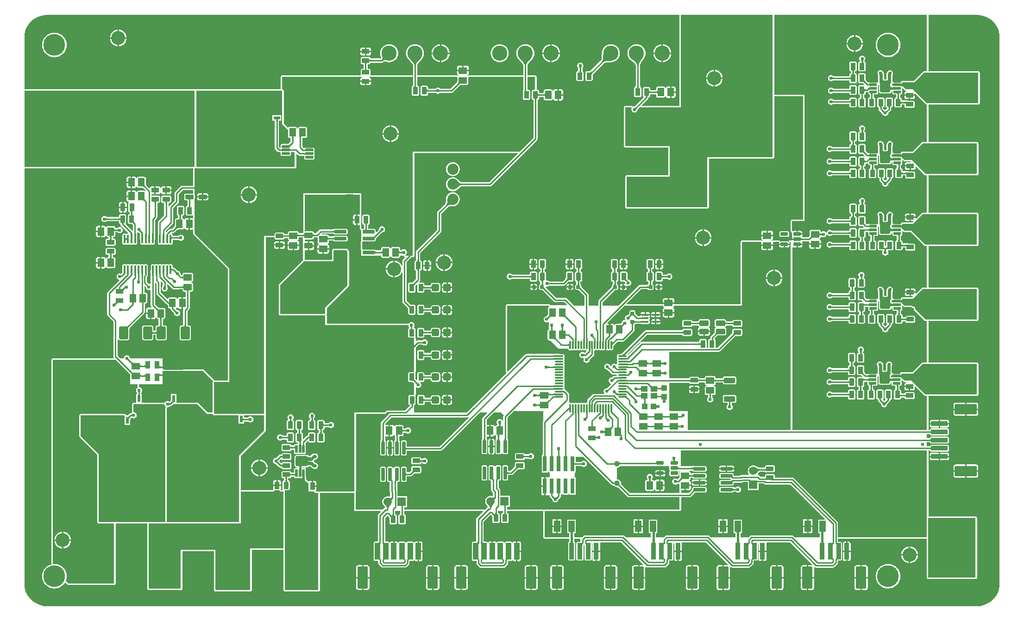
<source format=gtl>
G04*
G04 #@! TF.GenerationSoftware,Altium Limited,Altium Designer,20.1.11 (218)*
G04*
G04 Layer_Physical_Order=1*
G04 Layer_Color=255*
%FSLAX25Y25*%
%MOIN*%
G70*
G04*
G04 #@! TF.SameCoordinates,1D623A1F-E168-4E80-91D0-8BB71FADC58A*
G04*
G04*
G04 #@! TF.FilePolarity,Positive*
G04*
G01*
G75*
%ADD14C,0.02000*%
%ADD19C,0.01000*%
%ADD31R,0.31500X0.08700*%
%ADD83C,0.06200*%
%ADD84C,0.02480*%
G04:AMPARAMS|DCode=85|XSize=62.99mil|YSize=124.02mil|CornerRadius=4.72mil|HoleSize=0mil|Usage=FLASHONLY|Rotation=270.000|XOffset=0mil|YOffset=0mil|HoleType=Round|Shape=RoundedRectangle|*
%AMROUNDEDRECTD85*
21,1,0.06299,0.11457,0,0,270.0*
21,1,0.05354,0.12402,0,0,270.0*
1,1,0.00945,-0.05728,-0.02677*
1,1,0.00945,-0.05728,0.02677*
1,1,0.00945,0.05728,0.02677*
1,1,0.00945,0.05728,-0.02677*
%
%ADD85ROUNDEDRECTD85*%
%ADD86R,0.04500X0.08000*%
G04:AMPARAMS|DCode=87|XSize=72.68mil|YSize=84.65mil|CornerRadius=5.45mil|HoleSize=0mil|Usage=FLASHONLY|Rotation=0.000|XOffset=0mil|YOffset=0mil|HoleType=Round|Shape=RoundedRectangle|*
%AMROUNDEDRECTD87*
21,1,0.07268,0.07374,0,0,0.0*
21,1,0.06178,0.08465,0,0,0.0*
1,1,0.01090,0.03089,-0.03687*
1,1,0.01090,-0.03089,-0.03687*
1,1,0.01090,-0.03089,0.03687*
1,1,0.01090,0.03089,0.03687*
%
%ADD87ROUNDEDRECTD87*%
G04:AMPARAMS|DCode=88|XSize=17.72mil|YSize=55.12mil|CornerRadius=1.33mil|HoleSize=0mil|Usage=FLASHONLY|Rotation=90.000|XOffset=0mil|YOffset=0mil|HoleType=Round|Shape=RoundedRectangle|*
%AMROUNDEDRECTD88*
21,1,0.01772,0.05246,0,0,90.0*
21,1,0.01506,0.05512,0,0,90.0*
1,1,0.00266,0.02623,0.00753*
1,1,0.00266,0.02623,-0.00753*
1,1,0.00266,-0.02623,-0.00753*
1,1,0.00266,-0.02623,0.00753*
%
%ADD88ROUNDEDRECTD88*%
G04:AMPARAMS|DCode=89|XSize=74.8mil|YSize=157.48mil|CornerRadius=5.61mil|HoleSize=0mil|Usage=FLASHONLY|Rotation=180.000|XOffset=0mil|YOffset=0mil|HoleType=Round|Shape=RoundedRectangle|*
%AMROUNDEDRECTD89*
21,1,0.07480,0.14626,0,0,180.0*
21,1,0.06358,0.15748,0,0,180.0*
1,1,0.01122,-0.03179,0.07313*
1,1,0.01122,0.03179,0.07313*
1,1,0.01122,0.03179,-0.07313*
1,1,0.01122,-0.03179,-0.07313*
%
%ADD89ROUNDEDRECTD89*%
G04:AMPARAMS|DCode=90|XSize=35.43mil|YSize=118.11mil|CornerRadius=2.66mil|HoleSize=0mil|Usage=FLASHONLY|Rotation=180.000|XOffset=0mil|YOffset=0mil|HoleType=Round|Shape=RoundedRectangle|*
%AMROUNDEDRECTD90*
21,1,0.03543,0.11280,0,0,180.0*
21,1,0.03012,0.11811,0,0,180.0*
1,1,0.00532,-0.01506,0.05640*
1,1,0.00532,0.01506,0.05640*
1,1,0.00532,0.01506,-0.05640*
1,1,0.00532,-0.01506,-0.05640*
%
%ADD90ROUNDEDRECTD90*%
%ADD91R,0.01968X0.01968*%
%ADD92R,0.02402X0.05000*%
%ADD93R,0.09843X0.19685*%
%ADD94R,0.13465X0.04173*%
G04:AMPARAMS|DCode=95|XSize=39.37mil|YSize=122.05mil|CornerRadius=2.95mil|HoleSize=0mil|Usage=FLASHONLY|Rotation=180.000|XOffset=0mil|YOffset=0mil|HoleType=Round|Shape=RoundedRectangle|*
%AMROUNDEDRECTD95*
21,1,0.03937,0.11614,0,0,180.0*
21,1,0.03347,0.12205,0,0,180.0*
1,1,0.00591,-0.01673,0.05807*
1,1,0.00591,0.01673,0.05807*
1,1,0.00591,0.01673,-0.05807*
1,1,0.00591,-0.01673,-0.05807*
%
%ADD95ROUNDEDRECTD95*%
G04:AMPARAMS|DCode=96|XSize=39.37mil|YSize=66.93mil|CornerRadius=3.94mil|HoleSize=0mil|Usage=FLASHONLY|Rotation=270.000|XOffset=0mil|YOffset=0mil|HoleType=Round|Shape=RoundedRectangle|*
%AMROUNDEDRECTD96*
21,1,0.03937,0.05906,0,0,270.0*
21,1,0.03150,0.06693,0,0,270.0*
1,1,0.00787,-0.02953,-0.01575*
1,1,0.00787,-0.02953,0.01575*
1,1,0.00787,0.02953,0.01575*
1,1,0.00787,0.02953,-0.01575*
%
%ADD96ROUNDEDRECTD96*%
G04:AMPARAMS|DCode=97|XSize=49.21mil|YSize=62.99mil|CornerRadius=4.92mil|HoleSize=0mil|Usage=FLASHONLY|Rotation=90.000|XOffset=0mil|YOffset=0mil|HoleType=Round|Shape=RoundedRectangle|*
%AMROUNDEDRECTD97*
21,1,0.04921,0.05315,0,0,90.0*
21,1,0.03937,0.06299,0,0,90.0*
1,1,0.00984,0.02657,0.01968*
1,1,0.00984,0.02657,-0.01968*
1,1,0.00984,-0.02657,-0.01968*
1,1,0.00984,-0.02657,0.01968*
%
%ADD97ROUNDEDRECTD97*%
G04:AMPARAMS|DCode=98|XSize=55.12mil|YSize=35.43mil|CornerRadius=2.66mil|HoleSize=0mil|Usage=FLASHONLY|Rotation=0.000|XOffset=0mil|YOffset=0mil|HoleType=Round|Shape=RoundedRectangle|*
%AMROUNDEDRECTD98*
21,1,0.05512,0.03012,0,0,0.0*
21,1,0.04980,0.03543,0,0,0.0*
1,1,0.00532,0.02490,-0.01506*
1,1,0.00532,-0.02490,-0.01506*
1,1,0.00532,-0.02490,0.01506*
1,1,0.00532,0.02490,0.01506*
%
%ADD98ROUNDEDRECTD98*%
G04:AMPARAMS|DCode=99|XSize=49.21mil|YSize=62.99mil|CornerRadius=4.92mil|HoleSize=0mil|Usage=FLASHONLY|Rotation=0.000|XOffset=0mil|YOffset=0mil|HoleType=Round|Shape=RoundedRectangle|*
%AMROUNDEDRECTD99*
21,1,0.04921,0.05315,0,0,0.0*
21,1,0.03937,0.06299,0,0,0.0*
1,1,0.00984,0.01968,-0.02657*
1,1,0.00984,-0.01968,-0.02657*
1,1,0.00984,-0.01968,0.02657*
1,1,0.00984,0.01968,0.02657*
%
%ADD99ROUNDEDRECTD99*%
%ADD100O,0.06299X0.01181*%
%ADD101O,0.01181X0.06299*%
G04:AMPARAMS|DCode=102|XSize=35.43mil|YSize=118.11mil|CornerRadius=2.66mil|HoleSize=0mil|Usage=FLASHONLY|Rotation=270.000|XOffset=0mil|YOffset=0mil|HoleType=Round|Shape=RoundedRectangle|*
%AMROUNDEDRECTD102*
21,1,0.03543,0.11280,0,0,270.0*
21,1,0.03012,0.11811,0,0,270.0*
1,1,0.00532,-0.05640,-0.01506*
1,1,0.00532,-0.05640,0.01506*
1,1,0.00532,0.05640,0.01506*
1,1,0.00532,0.05640,-0.01506*
%
%ADD102ROUNDEDRECTD102*%
G04:AMPARAMS|DCode=103|XSize=74.8mil|YSize=157.48mil|CornerRadius=5.61mil|HoleSize=0mil|Usage=FLASHONLY|Rotation=270.000|XOffset=0mil|YOffset=0mil|HoleType=Round|Shape=RoundedRectangle|*
%AMROUNDEDRECTD103*
21,1,0.07480,0.14626,0,0,270.0*
21,1,0.06358,0.15748,0,0,270.0*
1,1,0.01122,-0.07313,-0.03179*
1,1,0.01122,-0.07313,0.03179*
1,1,0.01122,0.07313,0.03179*
1,1,0.01122,0.07313,-0.03179*
%
%ADD103ROUNDEDRECTD103*%
G04:AMPARAMS|DCode=104|XSize=55.12mil|YSize=35.43mil|CornerRadius=2.66mil|HoleSize=0mil|Usage=FLASHONLY|Rotation=90.000|XOffset=0mil|YOffset=0mil|HoleType=Round|Shape=RoundedRectangle|*
%AMROUNDEDRECTD104*
21,1,0.05512,0.03012,0,0,90.0*
21,1,0.04980,0.03543,0,0,90.0*
1,1,0.00532,0.01506,0.02490*
1,1,0.00532,0.01506,-0.02490*
1,1,0.00532,-0.01506,-0.02490*
1,1,0.00532,-0.01506,0.02490*
%
%ADD104ROUNDEDRECTD104*%
G04:AMPARAMS|DCode=105|XSize=157.48mil|YSize=157.48mil|CornerRadius=11.81mil|HoleSize=0mil|Usage=FLASHONLY|Rotation=270.000|XOffset=0mil|YOffset=0mil|HoleType=Round|Shape=RoundedRectangle|*
%AMROUNDEDRECTD105*
21,1,0.15748,0.13386,0,0,270.0*
21,1,0.13386,0.15748,0,0,270.0*
1,1,0.02362,-0.06693,-0.06693*
1,1,0.02362,-0.06693,0.06693*
1,1,0.02362,0.06693,0.06693*
1,1,0.02362,0.06693,-0.06693*
%
%ADD105ROUNDEDRECTD105*%
G04:AMPARAMS|DCode=106|XSize=49.21mil|YSize=39.37mil|CornerRadius=2.95mil|HoleSize=0mil|Usage=FLASHONLY|Rotation=180.000|XOffset=0mil|YOffset=0mil|HoleType=Round|Shape=RoundedRectangle|*
%AMROUNDEDRECTD106*
21,1,0.04921,0.03347,0,0,180.0*
21,1,0.04331,0.03937,0,0,180.0*
1,1,0.00591,-0.02165,0.01673*
1,1,0.00591,0.02165,0.01673*
1,1,0.00591,0.02165,-0.01673*
1,1,0.00591,-0.02165,-0.01673*
%
%ADD106ROUNDEDRECTD106*%
G04:AMPARAMS|DCode=107|XSize=27.56mil|YSize=23.62mil|CornerRadius=1.77mil|HoleSize=0mil|Usage=FLASHONLY|Rotation=180.000|XOffset=0mil|YOffset=0mil|HoleType=Round|Shape=RoundedRectangle|*
%AMROUNDEDRECTD107*
21,1,0.02756,0.02008,0,0,180.0*
21,1,0.02402,0.02362,0,0,180.0*
1,1,0.00354,-0.01201,0.01004*
1,1,0.00354,0.01201,0.01004*
1,1,0.00354,0.01201,-0.01004*
1,1,0.00354,-0.01201,-0.01004*
%
%ADD107ROUNDEDRECTD107*%
G04:AMPARAMS|DCode=108|XSize=27.56mil|YSize=23.62mil|CornerRadius=1.77mil|HoleSize=0mil|Usage=FLASHONLY|Rotation=90.000|XOffset=0mil|YOffset=0mil|HoleType=Round|Shape=RoundedRectangle|*
%AMROUNDEDRECTD108*
21,1,0.02756,0.02008,0,0,90.0*
21,1,0.02402,0.02362,0,0,90.0*
1,1,0.00354,0.01004,0.01201*
1,1,0.00354,0.01004,-0.01201*
1,1,0.00354,-0.01004,-0.01201*
1,1,0.00354,-0.01004,0.01201*
%
%ADD108ROUNDEDRECTD108*%
G04:AMPARAMS|DCode=109|XSize=51.18mil|YSize=51.18mil|CornerRadius=5.12mil|HoleSize=0mil|Usage=FLASHONLY|Rotation=180.000|XOffset=0mil|YOffset=0mil|HoleType=Round|Shape=RoundedRectangle|*
%AMROUNDEDRECTD109*
21,1,0.05118,0.04095,0,0,180.0*
21,1,0.04095,0.05118,0,0,180.0*
1,1,0.01024,-0.02047,0.02047*
1,1,0.01024,0.02047,0.02047*
1,1,0.01024,0.02047,-0.02047*
1,1,0.01024,-0.02047,-0.02047*
%
%ADD109ROUNDEDRECTD109*%
G04:AMPARAMS|DCode=110|XSize=86.61mil|YSize=23.62mil|CornerRadius=1.77mil|HoleSize=0mil|Usage=FLASHONLY|Rotation=0.000|XOffset=0mil|YOffset=0mil|HoleType=Round|Shape=RoundedRectangle|*
%AMROUNDEDRECTD110*
21,1,0.08661,0.02008,0,0,0.0*
21,1,0.08307,0.02362,0,0,0.0*
1,1,0.00354,0.04153,-0.01004*
1,1,0.00354,-0.04153,-0.01004*
1,1,0.00354,-0.04153,0.01004*
1,1,0.00354,0.04153,0.01004*
%
%ADD110ROUNDEDRECTD110*%
G04:AMPARAMS|DCode=111|XSize=24.8mil|YSize=51.18mil|CornerRadius=1.86mil|HoleSize=0mil|Usage=FLASHONLY|Rotation=270.000|XOffset=0mil|YOffset=0mil|HoleType=Round|Shape=RoundedRectangle|*
%AMROUNDEDRECTD111*
21,1,0.02480,0.04746,0,0,270.0*
21,1,0.02108,0.05118,0,0,270.0*
1,1,0.00372,-0.02373,-0.01054*
1,1,0.00372,-0.02373,0.01054*
1,1,0.00372,0.02373,0.01054*
1,1,0.00372,0.02373,-0.01054*
%
%ADD111ROUNDEDRECTD111*%
G04:AMPARAMS|DCode=112|XSize=17.72mil|YSize=55.12mil|CornerRadius=1.33mil|HoleSize=0mil|Usage=FLASHONLY|Rotation=0.000|XOffset=0mil|YOffset=0mil|HoleType=Round|Shape=RoundedRectangle|*
%AMROUNDEDRECTD112*
21,1,0.01772,0.05246,0,0,0.0*
21,1,0.01506,0.05512,0,0,0.0*
1,1,0.00266,0.00753,-0.02623*
1,1,0.00266,-0.00753,-0.02623*
1,1,0.00266,-0.00753,0.02623*
1,1,0.00266,0.00753,0.02623*
%
%ADD112ROUNDEDRECTD112*%
G04:AMPARAMS|DCode=113|XSize=72.68mil|YSize=84.65mil|CornerRadius=5.45mil|HoleSize=0mil|Usage=FLASHONLY|Rotation=270.000|XOffset=0mil|YOffset=0mil|HoleType=Round|Shape=RoundedRectangle|*
%AMROUNDEDRECTD113*
21,1,0.07268,0.07374,0,0,270.0*
21,1,0.06178,0.08465,0,0,270.0*
1,1,0.01090,-0.03687,-0.03089*
1,1,0.01090,-0.03687,0.03089*
1,1,0.01090,0.03687,0.03089*
1,1,0.01090,0.03687,-0.03089*
%
%ADD113ROUNDEDRECTD113*%
G04:AMPARAMS|DCode=114|XSize=24.61mil|YSize=93.5mil|CornerRadius=2.46mil|HoleSize=0mil|Usage=FLASHONLY|Rotation=0.000|XOffset=0mil|YOffset=0mil|HoleType=Round|Shape=RoundedRectangle|*
%AMROUNDEDRECTD114*
21,1,0.02461,0.08858,0,0,0.0*
21,1,0.01968,0.09350,0,0,0.0*
1,1,0.00492,0.00984,-0.04429*
1,1,0.00492,-0.00984,-0.04429*
1,1,0.00492,-0.00984,0.04429*
1,1,0.00492,0.00984,0.04429*
%
%ADD114ROUNDEDRECTD114*%
G04:AMPARAMS|DCode=115|XSize=46.85mil|YSize=15.75mil|CornerRadius=1.97mil|HoleSize=0mil|Usage=FLASHONLY|Rotation=0.000|XOffset=0mil|YOffset=0mil|HoleType=Round|Shape=RoundedRectangle|*
%AMROUNDEDRECTD115*
21,1,0.04685,0.01181,0,0,0.0*
21,1,0.04291,0.01575,0,0,0.0*
1,1,0.00394,0.02146,-0.00591*
1,1,0.00394,-0.02146,-0.00591*
1,1,0.00394,-0.02146,0.00591*
1,1,0.00394,0.02146,0.00591*
%
%ADD115ROUNDEDRECTD115*%
%ADD116R,0.09449X0.12205*%
G04:AMPARAMS|DCode=117|XSize=62.99mil|YSize=11.81mil|CornerRadius=1.48mil|HoleSize=0mil|Usage=FLASHONLY|Rotation=270.000|XOffset=0mil|YOffset=0mil|HoleType=Round|Shape=RoundedRectangle|*
%AMROUNDEDRECTD117*
21,1,0.06299,0.00886,0,0,270.0*
21,1,0.06004,0.01181,0,0,270.0*
1,1,0.00295,-0.00443,-0.03002*
1,1,0.00295,-0.00443,0.03002*
1,1,0.00295,0.00443,0.03002*
1,1,0.00295,0.00443,-0.03002*
%
%ADD117ROUNDEDRECTD117*%
%ADD118R,0.38189X0.13386*%
%ADD119C,0.03937*%
G04:AMPARAMS|DCode=120|XSize=39.37mil|YSize=78.74mil|CornerRadius=2.95mil|HoleSize=0mil|Usage=FLASHONLY|Rotation=90.000|XOffset=0mil|YOffset=0mil|HoleType=Round|Shape=RoundedRectangle|*
%AMROUNDEDRECTD120*
21,1,0.03937,0.07284,0,0,90.0*
21,1,0.03347,0.07874,0,0,90.0*
1,1,0.00591,0.03642,0.01673*
1,1,0.00591,0.03642,-0.01673*
1,1,0.00591,-0.03642,-0.01673*
1,1,0.00591,-0.03642,0.01673*
%
%ADD120ROUNDEDRECTD120*%
%ADD121R,0.04724X0.02362*%
%ADD122R,0.04724X0.12992*%
%ADD123R,0.18307X0.17756*%
%ADD124R,0.02900X0.11000*%
%ADD125R,0.09646X0.12402*%
G04:AMPARAMS|DCode=126|XSize=64.96mil|YSize=90.55mil|CornerRadius=4.87mil|HoleSize=0mil|Usage=FLASHONLY|Rotation=180.000|XOffset=0mil|YOffset=0mil|HoleType=Round|Shape=RoundedRectangle|*
%AMROUNDEDRECTD126*
21,1,0.06496,0.08081,0,0,180.0*
21,1,0.05522,0.09055,0,0,180.0*
1,1,0.00974,-0.02761,0.04040*
1,1,0.00974,0.02761,0.04040*
1,1,0.00974,0.02761,-0.04040*
1,1,0.00974,-0.02761,-0.04040*
%
%ADD126ROUNDEDRECTD126*%
G04:AMPARAMS|DCode=127|XSize=59.06mil|YSize=31.5mil|CornerRadius=2.36mil|HoleSize=0mil|Usage=FLASHONLY|Rotation=270.000|XOffset=0mil|YOffset=0mil|HoleType=Round|Shape=RoundedRectangle|*
%AMROUNDEDRECTD127*
21,1,0.05906,0.02677,0,0,270.0*
21,1,0.05433,0.03150,0,0,270.0*
1,1,0.00472,-0.01339,-0.02717*
1,1,0.00472,-0.01339,0.02717*
1,1,0.00472,0.01339,0.02717*
1,1,0.00472,0.01339,-0.02717*
%
%ADD127ROUNDEDRECTD127*%
G04:AMPARAMS|DCode=128|XSize=64.96mil|YSize=90.55mil|CornerRadius=4.87mil|HoleSize=0mil|Usage=FLASHONLY|Rotation=90.000|XOffset=0mil|YOffset=0mil|HoleType=Round|Shape=RoundedRectangle|*
%AMROUNDEDRECTD128*
21,1,0.06496,0.08081,0,0,90.0*
21,1,0.05522,0.09055,0,0,90.0*
1,1,0.00974,0.04040,0.02761*
1,1,0.00974,0.04040,-0.02761*
1,1,0.00974,-0.04040,-0.02761*
1,1,0.00974,-0.04040,0.02761*
%
%ADD128ROUNDEDRECTD128*%
G04:AMPARAMS|DCode=129|XSize=59.06mil|YSize=31.5mil|CornerRadius=2.36mil|HoleSize=0mil|Usage=FLASHONLY|Rotation=180.000|XOffset=0mil|YOffset=0mil|HoleType=Round|Shape=RoundedRectangle|*
%AMROUNDEDRECTD129*
21,1,0.05906,0.02677,0,0,180.0*
21,1,0.05433,0.03150,0,0,180.0*
1,1,0.00472,-0.02717,0.01339*
1,1,0.00472,0.02717,0.01339*
1,1,0.00472,0.02717,-0.01339*
1,1,0.00472,-0.02717,-0.01339*
%
%ADD129ROUNDEDRECTD129*%
G04:AMPARAMS|DCode=130|XSize=90.55mil|YSize=98.43mil|CornerRadius=6.79mil|HoleSize=0mil|Usage=FLASHONLY|Rotation=270.000|XOffset=0mil|YOffset=0mil|HoleType=Round|Shape=RoundedRectangle|*
%AMROUNDEDRECTD130*
21,1,0.09055,0.08484,0,0,270.0*
21,1,0.07697,0.09843,0,0,270.0*
1,1,0.01358,-0.04242,-0.03848*
1,1,0.01358,-0.04242,0.03848*
1,1,0.01358,0.04242,0.03848*
1,1,0.01358,0.04242,-0.03848*
%
%ADD130ROUNDEDRECTD130*%
G04:AMPARAMS|DCode=131|XSize=43.31mil|YSize=39.37mil|CornerRadius=3.94mil|HoleSize=0mil|Usage=FLASHONLY|Rotation=270.000|XOffset=0mil|YOffset=0mil|HoleType=Round|Shape=RoundedRectangle|*
%AMROUNDEDRECTD131*
21,1,0.04331,0.03150,0,0,270.0*
21,1,0.03543,0.03937,0,0,270.0*
1,1,0.00787,-0.01575,-0.01772*
1,1,0.00787,-0.01575,0.01772*
1,1,0.00787,0.01575,0.01772*
1,1,0.00787,0.01575,-0.01772*
%
%ADD131ROUNDEDRECTD131*%
G04:AMPARAMS|DCode=132|XSize=43.31mil|YSize=39.37mil|CornerRadius=3.94mil|HoleSize=0mil|Usage=FLASHONLY|Rotation=180.000|XOffset=0mil|YOffset=0mil|HoleType=Round|Shape=RoundedRectangle|*
%AMROUNDEDRECTD132*
21,1,0.04331,0.03150,0,0,180.0*
21,1,0.03543,0.03937,0,0,180.0*
1,1,0.00787,-0.01772,0.01575*
1,1,0.00787,0.01772,0.01575*
1,1,0.00787,0.01772,-0.01575*
1,1,0.00787,-0.01772,-0.01575*
%
%ADD132ROUNDEDRECTD132*%
G04:AMPARAMS|DCode=133|XSize=62.99mil|YSize=124.02mil|CornerRadius=4.72mil|HoleSize=0mil|Usage=FLASHONLY|Rotation=0.000|XOffset=0mil|YOffset=0mil|HoleType=Round|Shape=RoundedRectangle|*
%AMROUNDEDRECTD133*
21,1,0.06299,0.11457,0,0,0.0*
21,1,0.05354,0.12402,0,0,0.0*
1,1,0.00945,0.02677,-0.05728*
1,1,0.00945,-0.02677,-0.05728*
1,1,0.00945,-0.02677,0.05728*
1,1,0.00945,0.02677,0.05728*
%
%ADD133ROUNDEDRECTD133*%
%ADD134R,0.16142X0.07874*%
%ADD135R,0.07874X0.16142*%
G04:AMPARAMS|DCode=136|XSize=23.62mil|YSize=53.15mil|CornerRadius=1.77mil|HoleSize=0mil|Usage=FLASHONLY|Rotation=90.000|XOffset=0mil|YOffset=0mil|HoleType=Round|Shape=RoundedRectangle|*
%AMROUNDEDRECTD136*
21,1,0.02362,0.04961,0,0,90.0*
21,1,0.02008,0.05315,0,0,90.0*
1,1,0.00354,0.02480,0.01004*
1,1,0.00354,0.02480,-0.01004*
1,1,0.00354,-0.02480,-0.01004*
1,1,0.00354,-0.02480,0.01004*
%
%ADD136ROUNDEDRECTD136*%
G04:AMPARAMS|DCode=137|XSize=57.87mil|YSize=18.9mil|CornerRadius=2.36mil|HoleSize=0mil|Usage=FLASHONLY|Rotation=0.000|XOffset=0mil|YOffset=0mil|HoleType=Round|Shape=RoundedRectangle|*
%AMROUNDEDRECTD137*
21,1,0.05787,0.01417,0,0,0.0*
21,1,0.05315,0.01890,0,0,0.0*
1,1,0.00472,0.02657,-0.00709*
1,1,0.00472,-0.02657,-0.00709*
1,1,0.00472,-0.02657,0.00709*
1,1,0.00472,0.02657,0.00709*
%
%ADD137ROUNDEDRECTD137*%
G04:AMPARAMS|DCode=138|XSize=41.34mil|YSize=59.06mil|CornerRadius=4.13mil|HoleSize=0mil|Usage=FLASHONLY|Rotation=90.000|XOffset=0mil|YOffset=0mil|HoleType=Round|Shape=RoundedRectangle|*
%AMROUNDEDRECTD138*
21,1,0.04134,0.05079,0,0,90.0*
21,1,0.03307,0.05906,0,0,90.0*
1,1,0.00827,0.02539,0.01654*
1,1,0.00827,0.02539,-0.01654*
1,1,0.00827,-0.02539,-0.01654*
1,1,0.00827,-0.02539,0.01654*
%
%ADD138ROUNDEDRECTD138*%
%ADD139C,0.01600*%
%ADD140C,0.02200*%
%ADD141C,0.09055*%
%ADD142C,0.10000*%
%ADD143C,0.10925*%
%ADD144C,0.15630*%
%ADD145C,0.09961*%
%ADD146C,0.07953*%
%ADD147C,0.10984*%
%ADD148C,0.05906*%
%ADD149R,0.05906X0.05906*%
%ADD150R,0.05906X0.05906*%
%ADD151C,0.02400*%
G36*
X239100Y371876D02*
X238738Y371993D01*
X238390Y372074D01*
X238055Y372119D01*
X237734Y372126D01*
X237427Y372097D01*
X237134Y372031D01*
X236854Y371928D01*
X236588Y371788D01*
X236336Y371612D01*
X236098Y371398D01*
X235390Y372106D01*
X235604Y372344D01*
X235780Y372596D01*
X235920Y372862D01*
X236023Y373142D01*
X236089Y373435D01*
X236118Y373742D01*
X236111Y374063D01*
X236066Y374398D01*
X235985Y374746D01*
X235868Y375108D01*
X239100Y371876D01*
D02*
G37*
G36*
X226747Y372657D02*
X226777Y372572D01*
X226828Y372497D01*
X226899Y372432D01*
X226990Y372377D01*
X227101Y372332D01*
X227233Y372297D01*
X227384Y372272D01*
X227557Y372257D01*
X227749Y372252D01*
Y371252D01*
X227557Y371247D01*
X227384Y371232D01*
X227233Y371207D01*
X227101Y371172D01*
X226990Y371127D01*
X226899Y371072D01*
X226828Y371007D01*
X226777Y370932D01*
X226747Y370847D01*
X226737Y370752D01*
Y372752D01*
X226747Y372657D01*
D02*
G37*
G36*
X224905Y369989D02*
X224820Y369959D01*
X224745Y369908D01*
X224680Y369837D01*
X224625Y369746D01*
X224580Y369635D01*
X224545Y369503D01*
X224520Y369352D01*
X224505Y369180D01*
X224500Y368987D01*
X223500D01*
X223495Y369180D01*
X223480Y369352D01*
X223455Y369503D01*
X223420Y369635D01*
X223375Y369746D01*
X223320Y369837D01*
X223255Y369908D01*
X223180Y369959D01*
X223095Y369989D01*
X223000Y369999D01*
X225000D01*
X224905Y369989D01*
D02*
G37*
G36*
X342192Y372464D02*
X340697Y370764D01*
X340331Y370266D01*
X340032Y369801D01*
X339799Y369371D01*
X339633Y368974D01*
X339533Y368611D01*
X339500Y368283D01*
X338500D01*
X338467Y368611D01*
X338367Y368974D01*
X338201Y369371D01*
X337968Y369801D01*
X337669Y370266D01*
X337303Y370764D01*
X336373Y371864D01*
X335176Y373099D01*
X342824D01*
X342192Y372464D01*
D02*
G37*
G36*
X262786Y372533D02*
X261307Y370786D01*
X260946Y370278D01*
X260650Y369808D01*
X260420Y369374D01*
X260256Y368977D01*
X260157Y368618D01*
X260124Y368296D01*
X259124Y368272D01*
X259090Y368607D01*
X258990Y368973D01*
X258822Y369369D01*
X258587Y369797D01*
X258284Y370255D01*
X257915Y370744D01*
X256974Y371815D01*
X256403Y372397D01*
X255765Y373010D01*
X263410Y373190D01*
X262786Y372533D01*
D02*
G37*
G36*
X224505Y365820D02*
X224520Y365648D01*
X224545Y365496D01*
X224580Y365365D01*
X224625Y365254D01*
X224680Y365163D01*
X224745Y365092D01*
X224820Y365041D01*
X224905Y365011D01*
X225000Y365001D01*
X223000D01*
X223095Y365011D01*
X223180Y365041D01*
X223255Y365092D01*
X223320Y365163D01*
X223375Y365254D01*
X223420Y365365D01*
X223455Y365496D01*
X223480Y365648D01*
X223495Y365820D01*
X223500Y366013D01*
X224500D01*
X224505Y365820D01*
D02*
G37*
G36*
X602094Y358812D02*
X601972Y357149D01*
X601916Y356936D01*
X601850Y356804D01*
X601774Y356753D01*
X601687Y356784D01*
X601591Y356895D01*
X598799Y357219D01*
X599008Y357218D01*
X599195Y357266D01*
X599360Y357364D01*
X599503Y357511D01*
X599624Y357708D01*
X599723Y357954D01*
X599800Y358249D01*
X599855Y358594D01*
X599888Y358987D01*
X599899Y359431D01*
X602099D01*
X602094Y358812D01*
D02*
G37*
G36*
X628000Y364020D02*
X626000D01*
X625610Y363942D01*
X625279Y363721D01*
X618578Y357020D01*
X610219D01*
X610120Y357000D01*
X610020D01*
X609927Y356962D01*
X609828Y356942D01*
X609745Y356886D01*
X609652Y356848D01*
X609581Y356777D01*
X609498Y356721D01*
X609442Y356637D01*
X609371Y356566D01*
X609332Y356474D01*
X609277Y356390D01*
X609257Y356292D01*
X609219Y356199D01*
X609211Y356159D01*
X609184Y356154D01*
X604139D01*
X604063Y356169D01*
X603969Y356208D01*
X603865Y356271D01*
X603787Y356284D01*
X603713Y356314D01*
X603592Y356314D01*
X603472Y356333D01*
X603191Y356666D01*
X603168Y356705D01*
X603140Y356785D01*
Y361216D01*
X603482Y361728D01*
X603653Y362586D01*
X603482Y363445D01*
X602996Y364172D01*
X602268Y364659D01*
X601410Y364829D01*
X600552Y364659D01*
X599824Y364172D01*
X599514Y363709D01*
X599485Y363690D01*
X599021Y362995D01*
X598858Y362176D01*
Y358904D01*
X598842Y358717D01*
X598801Y358459D01*
X598753Y358274D01*
X598733Y358225D01*
X598663Y358211D01*
X598520Y358199D01*
X598469Y358173D01*
X598413Y358162D01*
X598293Y358083D01*
X598246Y358059D01*
X597754D01*
X597706Y358083D01*
X597587Y358162D01*
X597531Y358173D01*
X597480Y358199D01*
X597337Y358211D01*
X597267Y358225D01*
X597247Y358274D01*
X597199Y358459D01*
X597157Y358717D01*
X597142Y358904D01*
Y362176D01*
X596979Y362995D01*
X596515Y363690D01*
X596486Y363709D01*
X596176Y364172D01*
X595448Y364659D01*
X594590Y364829D01*
X593732Y364659D01*
X593004Y364172D01*
X592518Y363445D01*
X592347Y362586D01*
X592518Y361728D01*
X592860Y361216D01*
Y356156D01*
X592521Y355915D01*
X592374Y355879D01*
X592326Y355911D01*
X591962Y355984D01*
X587156D01*
X587115Y356018D01*
X587060Y356035D01*
X587013Y356067D01*
X586872Y356095D01*
X586736Y356138D01*
X586679Y356134D01*
X586623Y356145D01*
X586482Y356117D01*
X586339Y356104D01*
X586289Y356078D01*
X586233Y356067D01*
X586114Y355987D01*
X585986Y355921D01*
X585567Y356082D01*
X585498Y356131D01*
X584501Y357128D01*
X584186Y357486D01*
X584072Y357635D01*
X584001Y357742D01*
X584019Y357810D01*
X584004Y357911D01*
X584010Y358013D01*
X583977Y358106D01*
X583963Y358204D01*
X583911Y358292D01*
X583877Y358388D01*
X583841Y358429D01*
Y361490D01*
X583758Y361906D01*
X583522Y362259D01*
X583170Y362494D01*
X582754Y362577D01*
X579742D01*
X579326Y362494D01*
X578974Y362259D01*
X578738Y361906D01*
X578655Y361490D01*
Y356510D01*
X578738Y356094D01*
X578974Y355742D01*
X579326Y355506D01*
X579742Y355423D01*
X581239D01*
X581293Y355397D01*
X581387Y355331D01*
X581471Y355312D01*
X581549Y355275D01*
X581663Y355269D01*
X581775Y355244D01*
X581860Y355258D01*
X581946Y355254D01*
X581993Y355271D01*
X582260Y355043D01*
X582726Y354577D01*
X582519Y354077D01*
X579742D01*
X579326Y353994D01*
X578974Y353759D01*
X578738Y353406D01*
X578655Y352990D01*
Y348010D01*
X578738Y347594D01*
X578974Y347241D01*
X579326Y347006D01*
X579679Y346936D01*
X579719Y346902D01*
Y345097D01*
X579679Y345064D01*
X579326Y344994D01*
X578974Y344759D01*
X578738Y344406D01*
X578655Y343990D01*
Y339010D01*
X578738Y338594D01*
X578974Y338242D01*
X579326Y338006D01*
X579742Y337923D01*
X582754D01*
X583170Y338006D01*
X583522Y338242D01*
X583758Y338594D01*
X583841Y339010D01*
Y343990D01*
X583758Y344406D01*
X583522Y344759D01*
X583170Y344994D01*
X582817Y345064D01*
X582777Y345097D01*
Y346902D01*
X582817Y346936D01*
X583170Y347006D01*
X583522Y347241D01*
X583758Y347594D01*
X583841Y348010D01*
Y348946D01*
X583861Y348971D01*
X584820D01*
X585264Y349059D01*
X585764Y348772D01*
Y348409D01*
X585837Y348044D01*
X586043Y347736D01*
X586352Y347530D01*
X586680Y347464D01*
X586723Y347429D01*
Y345097D01*
X586683Y345064D01*
X586330Y344994D01*
X585978Y344759D01*
X585742Y344406D01*
X585659Y343990D01*
Y339010D01*
X585742Y338594D01*
X585978Y338242D01*
X586330Y338006D01*
X586746Y337923D01*
X589758D01*
X590174Y338006D01*
X590526Y338242D01*
X590762Y338594D01*
X590844Y339010D01*
Y343990D01*
X590762Y344406D01*
X590526Y344759D01*
X590174Y344994D01*
X589821Y345064D01*
X589781Y345097D01*
Y347429D01*
X589815Y347457D01*
X591962D01*
X592326Y347530D01*
X592634Y347736D01*
X592840Y348044D01*
X592913Y348409D01*
Y349914D01*
X592840Y350278D01*
X592732Y350441D01*
X592840Y350604D01*
X592913Y350968D01*
Y352473D01*
X592840Y352837D01*
X592732Y353000D01*
X592840Y353163D01*
X592913Y353527D01*
Y353971D01*
X593413Y354213D01*
X593540Y354112D01*
Y349313D01*
X593644Y348788D01*
X593941Y348343D01*
X594386Y348046D01*
X594911Y347941D01*
X601089D01*
X601614Y348046D01*
X602059Y348343D01*
X602356Y348788D01*
X602460Y349313D01*
Y349355D01*
X602587Y349430D01*
X603087Y349144D01*
Y348409D01*
X603160Y348044D01*
X603366Y347736D01*
X603674Y347530D01*
X604038Y347457D01*
X605685D01*
X605719Y347429D01*
Y345097D01*
X605679Y345064D01*
X605326Y344994D01*
X604974Y344759D01*
X604738Y344406D01*
X604656Y343990D01*
Y339010D01*
X604738Y338594D01*
X604974Y338242D01*
X605326Y338006D01*
X605742Y337923D01*
X608754D01*
X609170Y338006D01*
X609522Y338242D01*
X609758Y338594D01*
X609841Y339010D01*
Y339946D01*
X609861Y339971D01*
X611912D01*
X611923Y339950D01*
Y338746D01*
X612006Y338330D01*
X612242Y337978D01*
X612594Y337742D01*
X613010Y337659D01*
X617990D01*
X618406Y337742D01*
X618758Y337978D01*
X618994Y338330D01*
X619077Y338746D01*
Y341758D01*
X618994Y342174D01*
X618758Y342526D01*
X618406Y342762D01*
X617990Y342845D01*
X613955D01*
X613853Y342913D01*
X613268Y343029D01*
X609861D01*
X609841Y343054D01*
Y343990D01*
X609758Y344406D01*
X609522Y344759D01*
X609170Y344994D01*
X608817Y345064D01*
X608777Y345097D01*
Y347429D01*
X608811Y347457D01*
X609284D01*
X609648Y347530D01*
X609957Y347736D01*
X610163Y348044D01*
X610236Y348409D01*
Y349914D01*
X610163Y350278D01*
X610055Y350441D01*
X610163Y350604D01*
X610236Y350968D01*
Y351615D01*
X610736Y351822D01*
X612279Y350279D01*
X612610Y350058D01*
X612819Y350016D01*
X612819Y349507D01*
X612516Y349446D01*
X612097Y349166D01*
X611818Y348748D01*
X611719Y348254D01*
Y347248D01*
X615500D01*
X619281D01*
Y347570D01*
X619781Y347777D01*
X627279Y340279D01*
X627610Y340058D01*
X628000Y339980D01*
Y313177D01*
X625000D01*
X624610Y313100D01*
X624279Y312878D01*
X617578Y306177D01*
X610236D01*
X609845Y306100D01*
X609515Y305878D01*
X609294Y305548D01*
X609246Y305311D01*
X609236Y305285D01*
X609211Y305159D01*
X609184Y305154D01*
X604139D01*
X604063Y305169D01*
X604057Y305171D01*
X604039Y305188D01*
X603874Y305247D01*
X603713Y305314D01*
X603688D01*
X603664Y305323D01*
X603641Y305321D01*
X603199Y305620D01*
X603140Y305776D01*
Y310216D01*
X603482Y310728D01*
X603653Y311586D01*
X603482Y312445D01*
X602996Y313172D01*
X602268Y313659D01*
X601410Y313829D01*
X600552Y313659D01*
X599824Y313172D01*
X599514Y312709D01*
X599485Y312690D01*
X599021Y311995D01*
X598858Y311176D01*
Y307904D01*
X598842Y307717D01*
X598801Y307459D01*
X598753Y307274D01*
X598733Y307225D01*
X598663Y307211D01*
X598520Y307199D01*
X598469Y307173D01*
X598413Y307162D01*
X598293Y307083D01*
X598246Y307059D01*
X597754D01*
X597706Y307083D01*
X597587Y307162D01*
X597531Y307173D01*
X597480Y307199D01*
X597337Y307211D01*
X597267Y307225D01*
X597247Y307274D01*
X597199Y307459D01*
X597157Y307717D01*
X597142Y307904D01*
Y311176D01*
X596979Y311995D01*
X596515Y312690D01*
X596486Y312709D01*
X596176Y313172D01*
X595448Y313659D01*
X594590Y313829D01*
X593732Y313659D01*
X593004Y313172D01*
X592518Y312445D01*
X592347Y311586D01*
X592518Y310728D01*
X592860Y310216D01*
Y305156D01*
X592521Y304915D01*
X592374Y304879D01*
X592326Y304911D01*
X591962Y304984D01*
X587156D01*
X587115Y305018D01*
X587060Y305035D01*
X587013Y305067D01*
X586872Y305095D01*
X586736Y305138D01*
X586679Y305134D01*
X586623Y305145D01*
X586482Y305117D01*
X586339Y305104D01*
X586289Y305078D01*
X586233Y305067D01*
X586114Y304987D01*
X585986Y304921D01*
X585595Y304937D01*
X585445Y304981D01*
X584269Y306158D01*
X584121Y306317D01*
X584023Y306439D01*
X583995Y306479D01*
X583997Y306549D01*
X584020Y306665D01*
X584004Y306746D01*
X584007Y306828D01*
X583966Y306939D01*
X583943Y307055D01*
X583897Y307124D01*
X583868Y307201D01*
X583841Y307231D01*
Y310490D01*
X583758Y310906D01*
X583522Y311259D01*
X583170Y311494D01*
X582754Y311577D01*
X579742D01*
X579326Y311494D01*
X578974Y311259D01*
X578738Y310906D01*
X578655Y310490D01*
Y305510D01*
X578738Y305094D01*
X578974Y304742D01*
X579326Y304506D01*
X579742Y304423D01*
X581033D01*
X581063Y304395D01*
X581140Y304367D01*
X581208Y304321D01*
X581325Y304298D01*
X581436Y304257D01*
X581518Y304259D01*
X581598Y304243D01*
X581715Y304267D01*
X581785Y304269D01*
X581813Y304249D01*
X582069Y304032D01*
X583079Y303022D01*
X582833Y302561D01*
X582754Y302577D01*
X579742D01*
X579326Y302494D01*
X578974Y302258D01*
X578738Y301906D01*
X578655Y301490D01*
Y296510D01*
X578738Y296094D01*
X578974Y295742D01*
X579326Y295506D01*
X579679Y295436D01*
X579719Y295403D01*
Y294097D01*
X579679Y294064D01*
X579326Y293994D01*
X578974Y293759D01*
X578738Y293406D01*
X578655Y292990D01*
Y288010D01*
X578738Y287594D01*
X578974Y287242D01*
X579326Y287006D01*
X579742Y286923D01*
X582754D01*
X583170Y287006D01*
X583522Y287242D01*
X583758Y287594D01*
X583841Y288010D01*
Y292990D01*
X583758Y293406D01*
X583522Y293759D01*
X583170Y293994D01*
X582817Y294064D01*
X582777Y294097D01*
Y295403D01*
X582817Y295436D01*
X583170Y295506D01*
X583522Y295742D01*
X583758Y296094D01*
X583841Y296510D01*
Y297446D01*
X583861Y297471D01*
X584633D01*
X585219Y297587D01*
X585264Y297618D01*
X585626Y297466D01*
X585775Y297357D01*
X585837Y297044D01*
X586043Y296736D01*
X586352Y296530D01*
X586716Y296457D01*
X587189D01*
X587223Y296429D01*
Y294097D01*
X587183Y294064D01*
X586830Y293994D01*
X586478Y293759D01*
X586242Y293406D01*
X586159Y292990D01*
Y288010D01*
X586242Y287594D01*
X586478Y287242D01*
X586830Y287006D01*
X587246Y286923D01*
X590258D01*
X590674Y287006D01*
X591026Y287242D01*
X591262Y287594D01*
X591344Y288010D01*
Y292990D01*
X591262Y293406D01*
X591026Y293759D01*
X590674Y293994D01*
X590321Y294064D01*
X590281Y294097D01*
Y296429D01*
X590315Y296457D01*
X591962D01*
X592326Y296530D01*
X592634Y296736D01*
X592840Y297044D01*
X592913Y297409D01*
Y298914D01*
X592840Y299278D01*
X592732Y299441D01*
X592840Y299604D01*
X592913Y299968D01*
Y301473D01*
X592840Y301837D01*
X592732Y302000D01*
X592840Y302163D01*
X592913Y302527D01*
Y302971D01*
X593413Y303213D01*
X593540Y303112D01*
Y298313D01*
X593644Y297788D01*
X593941Y297343D01*
X594386Y297046D01*
X594911Y296941D01*
X601089D01*
X601614Y297046D01*
X602059Y297343D01*
X602356Y297788D01*
X602460Y298313D01*
Y298355D01*
X602587Y298430D01*
X603087Y298144D01*
Y297409D01*
X603160Y297044D01*
X603366Y296736D01*
X603674Y296530D01*
X604038Y296457D01*
X606185D01*
X606219Y296429D01*
Y294097D01*
X606179Y294064D01*
X605826Y293994D01*
X605474Y293759D01*
X605238Y293406D01*
X605156Y292990D01*
Y288010D01*
X605238Y287594D01*
X605474Y287242D01*
X605826Y287006D01*
X606242Y286923D01*
X609254D01*
X609670Y287006D01*
X610022Y287242D01*
X610258Y287594D01*
X610341Y288010D01*
Y288946D01*
X610361Y288971D01*
X612412D01*
X612423Y288950D01*
Y287746D01*
X612506Y287330D01*
X612742Y286978D01*
X613094Y286742D01*
X613510Y286659D01*
X618490D01*
X618906Y286742D01*
X619258Y286978D01*
X619494Y287330D01*
X619577Y287746D01*
Y290758D01*
X619494Y291174D01*
X619258Y291526D01*
X618906Y291762D01*
X618490Y291845D01*
X614456D01*
X614353Y291913D01*
X613768Y292029D01*
X610361D01*
X610341Y292054D01*
Y292990D01*
X610258Y293406D01*
X610022Y293759D01*
X609670Y293994D01*
X609317Y294064D01*
X609277Y294097D01*
Y296429D01*
X609320Y296464D01*
X609648Y296530D01*
X609957Y296736D01*
X610163Y297044D01*
X610236Y297409D01*
Y298914D01*
X610163Y299278D01*
X610121Y299342D01*
X610279Y299819D01*
X610740Y299975D01*
X611279Y299436D01*
X611610Y299216D01*
X612000Y299138D01*
X616222D01*
X616285Y299044D01*
X616017Y298545D01*
X613510D01*
X613016Y298446D01*
X612597Y298166D01*
X612318Y297748D01*
X612219Y297254D01*
Y296248D01*
X616000D01*
Y295748D01*
X616500D01*
Y292952D01*
X618490D01*
X618984Y293050D01*
X619403Y293330D01*
X619683Y293748D01*
X619781Y294242D01*
Y295282D01*
X620243Y295473D01*
X626279Y289437D01*
X626610Y289215D01*
X627000Y289138D01*
X628000D01*
Y262020D01*
X625000D01*
X624610Y261942D01*
X624279Y261721D01*
X620281Y257723D01*
X619781Y257930D01*
Y258248D01*
X616500D01*
Y255952D01*
X617802D01*
X618010Y255452D01*
X617578Y255020D01*
X610219D01*
X610120Y255000D01*
X610020D01*
X609927Y254962D01*
X609828Y254942D01*
X609745Y254886D01*
X609652Y254848D01*
X609581Y254777D01*
X609498Y254721D01*
X609442Y254637D01*
X609371Y254566D01*
X609332Y254474D01*
X609277Y254390D01*
X609257Y254292D01*
X609219Y254199D01*
X609211Y254159D01*
X609184Y254154D01*
X604139D01*
X604063Y254169D01*
X604057Y254171D01*
X604039Y254188D01*
X603874Y254247D01*
X603713Y254314D01*
X603688D01*
X603664Y254323D01*
X603641Y254321D01*
X603199Y254620D01*
X603140Y254776D01*
Y259216D01*
X603482Y259728D01*
X603653Y260586D01*
X603482Y261445D01*
X602996Y262172D01*
X602268Y262659D01*
X601410Y262829D01*
X600552Y262659D01*
X599824Y262172D01*
X599514Y261709D01*
X599485Y261690D01*
X599021Y260995D01*
X598858Y260176D01*
Y256904D01*
X598842Y256717D01*
X598801Y256459D01*
X598753Y256274D01*
X598733Y256225D01*
X598663Y256211D01*
X598520Y256199D01*
X598469Y256173D01*
X598413Y256162D01*
X598293Y256083D01*
X598246Y256059D01*
X597754D01*
X597706Y256083D01*
X597587Y256162D01*
X597531Y256173D01*
X597480Y256199D01*
X597337Y256211D01*
X597267Y256225D01*
X597247Y256274D01*
X597199Y256459D01*
X597157Y256717D01*
X597142Y256904D01*
Y260176D01*
X596979Y260995D01*
X596515Y261690D01*
X596486Y261709D01*
X596176Y262172D01*
X595448Y262659D01*
X594590Y262829D01*
X593732Y262659D01*
X593004Y262172D01*
X592518Y261445D01*
X592347Y260586D01*
X592518Y259728D01*
X592860Y259216D01*
Y254156D01*
X592521Y253916D01*
X592374Y253879D01*
X592326Y253911D01*
X591962Y253984D01*
X587156D01*
X587115Y254018D01*
X587060Y254035D01*
X587013Y254067D01*
X586872Y254095D01*
X586736Y254138D01*
X586679Y254134D01*
X586623Y254145D01*
X586482Y254117D01*
X586339Y254104D01*
X586289Y254078D01*
X586233Y254067D01*
X586114Y253987D01*
X585986Y253921D01*
X585949Y253878D01*
X585902Y253846D01*
X585884Y253819D01*
X585778Y253809D01*
X584618D01*
X584269Y254157D01*
X584121Y254317D01*
X584023Y254439D01*
X583995Y254479D01*
X583997Y254549D01*
X584020Y254665D01*
X584004Y254746D01*
X584007Y254828D01*
X583966Y254939D01*
X583943Y255055D01*
X583897Y255124D01*
X583868Y255201D01*
X583841Y255231D01*
Y258490D01*
X583758Y258906D01*
X583522Y259259D01*
X583170Y259494D01*
X582754Y259577D01*
X579742D01*
X579326Y259494D01*
X578974Y259259D01*
X578738Y258906D01*
X578655Y258490D01*
Y253510D01*
X578738Y253094D01*
X578974Y252742D01*
X579326Y252506D01*
X579742Y252423D01*
X581033D01*
X581063Y252395D01*
X581140Y252367D01*
X581208Y252321D01*
X581325Y252298D01*
X581436Y252257D01*
X581518Y252259D01*
X581598Y252243D01*
X581715Y252267D01*
X581785Y252269D01*
X581813Y252249D01*
X582069Y252032D01*
X582365Y251736D01*
X582200Y251193D01*
X581899Y251133D01*
X581814Y251077D01*
X579742D01*
X579326Y250994D01*
X578974Y250759D01*
X578738Y250406D01*
X578655Y249990D01*
Y245010D01*
X578738Y244594D01*
X578974Y244241D01*
X579326Y244006D01*
X579679Y243936D01*
X579719Y243902D01*
Y242097D01*
X579679Y242064D01*
X579326Y241994D01*
X578974Y241758D01*
X578738Y241406D01*
X578655Y240990D01*
Y236010D01*
X578738Y235594D01*
X578974Y235242D01*
X579326Y235006D01*
X579742Y234923D01*
X582754D01*
X583170Y235006D01*
X583522Y235242D01*
X583758Y235594D01*
X583841Y236010D01*
Y240990D01*
X583758Y241406D01*
X583522Y241758D01*
X583170Y241994D01*
X582817Y242064D01*
X582777Y242097D01*
Y243902D01*
X582817Y243936D01*
X583170Y244006D01*
X583522Y244241D01*
X583758Y244594D01*
X583841Y245010D01*
Y248171D01*
X583851Y248191D01*
X585310D01*
X585764Y247914D01*
Y246409D01*
X585837Y246044D01*
X586043Y245736D01*
X586352Y245530D01*
X586716Y245457D01*
X587189D01*
X587223Y245429D01*
Y242097D01*
X587183Y242064D01*
X586830Y241994D01*
X586478Y241758D01*
X586242Y241406D01*
X586159Y240990D01*
Y236010D01*
X586242Y235594D01*
X586478Y235242D01*
X586830Y235006D01*
X587246Y234923D01*
X590258D01*
X590674Y235006D01*
X591026Y235242D01*
X591262Y235594D01*
X591344Y236010D01*
Y240990D01*
X591262Y241406D01*
X591026Y241758D01*
X590674Y241994D01*
X590321Y242064D01*
X590281Y242097D01*
Y245429D01*
X590315Y245457D01*
X591962D01*
X592326Y245530D01*
X592634Y245736D01*
X592840Y246044D01*
X592913Y246409D01*
Y247914D01*
X592840Y248278D01*
X592732Y248441D01*
X592840Y248604D01*
X592913Y248968D01*
Y250473D01*
X592840Y250837D01*
X592732Y251000D01*
X592840Y251163D01*
X592913Y251527D01*
Y251971D01*
X593413Y252213D01*
X593540Y252112D01*
Y247313D01*
X593644Y246788D01*
X593941Y246343D01*
X594386Y246046D01*
X594911Y245941D01*
X601089D01*
X601614Y246046D01*
X602059Y246343D01*
X602356Y246788D01*
X602460Y247313D01*
Y247355D01*
X602587Y247430D01*
X603087Y247144D01*
Y246409D01*
X603160Y246044D01*
X603366Y245736D01*
X603674Y245530D01*
X604038Y245457D01*
X606185D01*
X606219Y245429D01*
Y242097D01*
X606179Y242064D01*
X605826Y241994D01*
X605474Y241758D01*
X605238Y241406D01*
X605156Y240990D01*
Y236010D01*
X605238Y235594D01*
X605474Y235242D01*
X605826Y235006D01*
X606242Y234923D01*
X609254D01*
X609670Y235006D01*
X610022Y235242D01*
X610258Y235594D01*
X610341Y236010D01*
Y236946D01*
X610361Y236971D01*
X612412D01*
X612423Y236950D01*
Y235746D01*
X612506Y235330D01*
X612742Y234978D01*
X613094Y234742D01*
X613510Y234659D01*
X618490D01*
X618906Y234742D01*
X619258Y234978D01*
X619494Y235330D01*
X619577Y235746D01*
Y238758D01*
X619494Y239174D01*
X619258Y239526D01*
X618906Y239762D01*
X618490Y239844D01*
X614456D01*
X614353Y239913D01*
X613768Y240029D01*
X610361D01*
X610341Y240054D01*
Y240990D01*
X610258Y241406D01*
X610022Y241758D01*
X609670Y241994D01*
X609317Y242064D01*
X609277Y242097D01*
Y245429D01*
X609320Y245464D01*
X609648Y245530D01*
X609957Y245736D01*
X610163Y246044D01*
X610236Y246409D01*
Y247914D01*
X610163Y248278D01*
X610329Y248576D01*
X610882Y248676D01*
X611279Y248279D01*
X611610Y248058D01*
X612000Y247980D01*
X616578D01*
X626279Y238279D01*
X626610Y238058D01*
X627000Y237980D01*
X628000D01*
Y208177D01*
X625000D01*
X624610Y208100D01*
X624279Y207878D01*
X620243Y203842D01*
X619781Y204033D01*
Y204248D01*
X616500D01*
Y201952D01*
X617615D01*
X617811Y201498D01*
X617550Y201177D01*
X610236D01*
X609845Y201099D01*
X609515Y200878D01*
X609294Y200548D01*
X609246Y200311D01*
X609236Y200285D01*
X609211Y200159D01*
X609184Y200154D01*
X604139D01*
X604063Y200169D01*
X604057Y200171D01*
X604039Y200188D01*
X603874Y200247D01*
X603713Y200314D01*
X603688D01*
X603664Y200323D01*
X603641Y200321D01*
X603199Y200620D01*
X603140Y200776D01*
Y205216D01*
X603482Y205728D01*
X603653Y206586D01*
X603482Y207445D01*
X602996Y208172D01*
X602268Y208659D01*
X601410Y208829D01*
X600552Y208659D01*
X599824Y208172D01*
X599514Y207709D01*
X599485Y207690D01*
X599021Y206995D01*
X598858Y206176D01*
Y202904D01*
X598842Y202717D01*
X598801Y202459D01*
X598753Y202274D01*
X598733Y202225D01*
X598663Y202211D01*
X598520Y202199D01*
X598469Y202173D01*
X598413Y202162D01*
X598293Y202083D01*
X598246Y202059D01*
X597754D01*
X597706Y202083D01*
X597587Y202162D01*
X597531Y202173D01*
X597480Y202199D01*
X597337Y202211D01*
X597267Y202225D01*
X597247Y202274D01*
X597199Y202459D01*
X597157Y202717D01*
X597142Y202904D01*
Y206176D01*
X596979Y206995D01*
X596515Y207690D01*
X596486Y207709D01*
X596176Y208172D01*
X595448Y208659D01*
X594590Y208829D01*
X593732Y208659D01*
X593004Y208172D01*
X592518Y207445D01*
X592347Y206586D01*
X592518Y205728D01*
X592860Y205216D01*
Y200156D01*
X592521Y199916D01*
X592374Y199879D01*
X592326Y199911D01*
X591962Y199984D01*
X587156D01*
X587115Y200018D01*
X587060Y200035D01*
X587013Y200067D01*
X586872Y200095D01*
X586736Y200138D01*
X586679Y200133D01*
X586623Y200145D01*
X586482Y200117D01*
X586339Y200104D01*
X586289Y200078D01*
X586233Y200067D01*
X586114Y199987D01*
X585986Y199921D01*
X585949Y199878D01*
X585902Y199846D01*
X585884Y199819D01*
X585778Y199809D01*
X584618D01*
X583769Y200657D01*
X583621Y200817D01*
X583523Y200939D01*
X583495Y200979D01*
X583497Y201049D01*
X583520Y201165D01*
X583504Y201246D01*
X583507Y201328D01*
X583466Y201439D01*
X583443Y201555D01*
X583397Y201624D01*
X583368Y201701D01*
X583341Y201731D01*
Y204990D01*
X583258Y205406D01*
X583022Y205759D01*
X582670Y205994D01*
X582254Y206077D01*
X579242D01*
X578826Y205994D01*
X578474Y205759D01*
X578238Y205406D01*
X578156Y204990D01*
Y200010D01*
X578238Y199594D01*
X578474Y199241D01*
X578826Y199006D01*
X579242Y198923D01*
X580533D01*
X580563Y198895D01*
X580640Y198867D01*
X580708Y198821D01*
X580825Y198798D01*
X580936Y198757D01*
X581018Y198759D01*
X581098Y198743D01*
X581215Y198767D01*
X581285Y198769D01*
X581313Y198749D01*
X581569Y198532D01*
X581990Y198111D01*
X581994Y198092D01*
X581998Y198002D01*
X581661Y197577D01*
X579242D01*
X578826Y197494D01*
X578474Y197258D01*
X578238Y196906D01*
X578156Y196490D01*
Y191510D01*
X578238Y191094D01*
X578474Y190742D01*
X578826Y190506D01*
X579179Y190436D01*
X579219Y190402D01*
Y189097D01*
X579179Y189064D01*
X578826Y188994D01*
X578474Y188759D01*
X578238Y188406D01*
X578156Y187990D01*
Y183010D01*
X578238Y182594D01*
X578474Y182241D01*
X578826Y182006D01*
X579242Y181923D01*
X582254D01*
X582670Y182006D01*
X583022Y182241D01*
X583258Y182594D01*
X583341Y183010D01*
Y187990D01*
X583258Y188406D01*
X583022Y188759D01*
X582670Y188994D01*
X582317Y189064D01*
X582277Y189097D01*
Y190402D01*
X582317Y190436D01*
X582670Y190506D01*
X583022Y190742D01*
X583258Y191094D01*
X583341Y191510D01*
Y194171D01*
X583356Y194191D01*
X585310D01*
X585764Y193914D01*
Y192409D01*
X585837Y192044D01*
X586043Y191736D01*
X586352Y191530D01*
X586680Y191464D01*
X586723Y191429D01*
Y189097D01*
X586683Y189064D01*
X586330Y188994D01*
X585978Y188759D01*
X585742Y188406D01*
X585659Y187990D01*
Y183010D01*
X585742Y182594D01*
X585978Y182241D01*
X586330Y182006D01*
X586746Y181923D01*
X589758D01*
X590174Y182006D01*
X590526Y182241D01*
X590762Y182594D01*
X590844Y183010D01*
Y187990D01*
X590762Y188406D01*
X590526Y188759D01*
X590174Y188994D01*
X589821Y189064D01*
X589781Y189097D01*
Y191429D01*
X589815Y191457D01*
X591962D01*
X592326Y191530D01*
X592634Y191736D01*
X592840Y192044D01*
X592913Y192409D01*
Y193914D01*
X592840Y194278D01*
X592732Y194441D01*
X592840Y194604D01*
X592913Y194967D01*
Y196473D01*
X592840Y196837D01*
X592732Y197000D01*
X592840Y197163D01*
X592913Y197527D01*
Y197971D01*
X593413Y198213D01*
X593540Y198112D01*
Y193313D01*
X593644Y192788D01*
X593941Y192343D01*
X594386Y192046D01*
X594911Y191941D01*
X601089D01*
X601614Y192046D01*
X602059Y192343D01*
X602356Y192788D01*
X602460Y193313D01*
Y193355D01*
X602587Y193430D01*
X603087Y193144D01*
Y192409D01*
X603160Y192044D01*
X603366Y191736D01*
X603674Y191530D01*
X604038Y191457D01*
X606185D01*
X606219Y191429D01*
Y189097D01*
X606179Y189064D01*
X605826Y188994D01*
X605474Y188759D01*
X605238Y188406D01*
X605156Y187990D01*
Y183010D01*
X605238Y182594D01*
X605474Y182241D01*
X605826Y182006D01*
X606242Y181923D01*
X609254D01*
X609670Y182006D01*
X610022Y182241D01*
X610258Y182594D01*
X610341Y183010D01*
Y183698D01*
X610361Y183723D01*
X612402D01*
X612436Y183683D01*
X612506Y183330D01*
X612742Y182978D01*
X613094Y182742D01*
X613510Y182659D01*
X618490D01*
X618906Y182742D01*
X619258Y182978D01*
X619494Y183330D01*
X619577Y183746D01*
Y186758D01*
X619494Y187174D01*
X619258Y187526D01*
X618906Y187762D01*
X618490Y187845D01*
X613510D01*
X613094Y187762D01*
X612742Y187526D01*
X612506Y187174D01*
X612436Y186821D01*
X612402Y186781D01*
X610361D01*
X610341Y186806D01*
Y187990D01*
X610258Y188406D01*
X610022Y188759D01*
X609670Y188994D01*
X609317Y189064D01*
X609277Y189097D01*
Y191429D01*
X609320Y191464D01*
X609648Y191530D01*
X609957Y191736D01*
X610163Y192044D01*
X610236Y192409D01*
Y193914D01*
X610163Y194278D01*
X610121Y194342D01*
X610279Y194819D01*
X610740Y194975D01*
X611279Y194437D01*
X611610Y194216D01*
X612000Y194138D01*
X616578D01*
X617096Y193620D01*
X617427Y193399D01*
X617817Y193321D01*
X618390D01*
X618508Y193297D01*
X618523Y193287D01*
X618534Y193272D01*
X618557Y193154D01*
Y192581D01*
X618635Y192191D01*
X618856Y191860D01*
X626279Y184437D01*
X626610Y184215D01*
X627000Y184138D01*
X628000D01*
Y154020D01*
X625000D01*
X624610Y153942D01*
X624279Y153721D01*
X617578Y147020D01*
X609719D01*
X609620Y147000D01*
X609520D01*
X609427Y146962D01*
X609328Y146942D01*
X609245Y146886D01*
X609152Y146848D01*
X609081Y146777D01*
X608998Y146721D01*
X608942Y146637D01*
X608871Y146566D01*
X608832Y146474D01*
X608777Y146390D01*
X608757Y146292D01*
X608719Y146199D01*
X608711Y146159D01*
X608684Y146154D01*
X603639D01*
X603562Y146169D01*
X603557Y146171D01*
X603539Y146188D01*
X603374Y146247D01*
X603213Y146314D01*
X603188D01*
X603164Y146323D01*
X603140Y146321D01*
X602699Y146620D01*
X602640Y146776D01*
Y151216D01*
X602982Y151728D01*
X603153Y152586D01*
X602982Y153445D01*
X602496Y154172D01*
X601768Y154659D01*
X600910Y154829D01*
X600051Y154659D01*
X599324Y154172D01*
X599014Y153709D01*
X598985Y153690D01*
X598521Y152995D01*
X598358Y152176D01*
Y148904D01*
X598343Y148717D01*
X598301Y148459D01*
X598253Y148274D01*
X598233Y148225D01*
X598163Y148211D01*
X598020Y148199D01*
X597969Y148173D01*
X597913Y148162D01*
X597793Y148083D01*
X597746Y148059D01*
X597254D01*
X597206Y148083D01*
X597087Y148162D01*
X597031Y148173D01*
X596980Y148199D01*
X596837Y148211D01*
X596767Y148225D01*
X596747Y148274D01*
X596699Y148459D01*
X596658Y148717D01*
X596642Y148904D01*
Y152176D01*
X596479Y152995D01*
X596015Y153690D01*
X595986Y153709D01*
X595676Y154172D01*
X594948Y154659D01*
X594090Y154829D01*
X593232Y154659D01*
X592504Y154172D01*
X592018Y153445D01*
X591847Y152586D01*
X592018Y151728D01*
X592359Y151216D01*
Y146156D01*
X592021Y145915D01*
X591874Y145879D01*
X591826Y145911D01*
X591462Y145984D01*
X586656D01*
X586615Y146018D01*
X586560Y146035D01*
X586513Y146067D01*
X586372Y146095D01*
X586236Y146138D01*
X586179Y146133D01*
X586123Y146145D01*
X585982Y146117D01*
X585839Y146104D01*
X585789Y146078D01*
X585733Y146067D01*
X585613Y145987D01*
X585486Y145921D01*
X585449Y145878D01*
X585402Y145846D01*
X585384Y145819D01*
X585278Y145809D01*
X584118D01*
X583269Y146657D01*
X583121Y146817D01*
X583022Y146939D01*
X582995Y146979D01*
X582997Y147049D01*
X583020Y147165D01*
X583004Y147246D01*
X583007Y147328D01*
X582966Y147439D01*
X582943Y147555D01*
X582897Y147624D01*
X582868Y147701D01*
X582841Y147731D01*
Y150990D01*
X582758Y151406D01*
X582522Y151759D01*
X582170Y151994D01*
X581754Y152077D01*
X578742D01*
X578326Y151994D01*
X577974Y151759D01*
X577738Y151406D01*
X577656Y150990D01*
Y146010D01*
X577738Y145594D01*
X577974Y145241D01*
X578326Y145006D01*
X578742Y144923D01*
X580033D01*
X580063Y144895D01*
X580140Y144867D01*
X580208Y144821D01*
X580325Y144798D01*
X580436Y144757D01*
X580518Y144760D01*
X580598Y144744D01*
X580715Y144767D01*
X580785Y144769D01*
X580813Y144749D01*
X581069Y144532D01*
X581490Y144111D01*
X581494Y144092D01*
X581498Y144002D01*
X581161Y143577D01*
X578742D01*
X578326Y143494D01*
X577974Y143259D01*
X577738Y142906D01*
X577656Y142490D01*
Y137510D01*
X577738Y137094D01*
X577974Y136741D01*
X578326Y136506D01*
X578679Y136436D01*
X578719Y136402D01*
Y134598D01*
X578679Y134564D01*
X578326Y134494D01*
X577974Y134258D01*
X577738Y133906D01*
X577656Y133490D01*
Y128510D01*
X577738Y128094D01*
X577974Y127742D01*
X578326Y127506D01*
X578742Y127423D01*
X581754D01*
X582170Y127506D01*
X582522Y127742D01*
X582758Y128094D01*
X582841Y128510D01*
Y133490D01*
X582758Y133906D01*
X582522Y134258D01*
X582170Y134494D01*
X581817Y134564D01*
X581777Y134598D01*
Y136402D01*
X581817Y136436D01*
X582170Y136506D01*
X582522Y136741D01*
X582758Y137094D01*
X582841Y137510D01*
Y140171D01*
X582856Y140191D01*
X584810D01*
X585264Y139914D01*
Y138409D01*
X585337Y138045D01*
X585543Y137736D01*
X585852Y137530D01*
X586180Y137464D01*
X586223Y137429D01*
Y134598D01*
X586183Y134564D01*
X585830Y134494D01*
X585478Y134258D01*
X585242Y133906D01*
X585159Y133490D01*
Y128510D01*
X585242Y128094D01*
X585478Y127742D01*
X585830Y127506D01*
X586246Y127423D01*
X589258D01*
X589674Y127506D01*
X590026Y127742D01*
X590262Y128094D01*
X590344Y128510D01*
Y133490D01*
X590262Y133906D01*
X590026Y134258D01*
X589674Y134494D01*
X589321Y134564D01*
X589281Y134598D01*
Y137429D01*
X589315Y137457D01*
X591462D01*
X591826Y137530D01*
X592134Y137736D01*
X592340Y138045D01*
X592413Y138409D01*
Y139914D01*
X592340Y140278D01*
X592232Y140441D01*
X592340Y140603D01*
X592413Y140968D01*
Y142473D01*
X592340Y142837D01*
X592232Y143000D01*
X592340Y143163D01*
X592413Y143527D01*
Y143971D01*
X592913Y144213D01*
X593040Y144112D01*
Y139313D01*
X593144Y138788D01*
X593441Y138343D01*
X593886Y138046D01*
X594411Y137941D01*
X600589D01*
X601114Y138046D01*
X601558Y138343D01*
X601856Y138788D01*
X601960Y139313D01*
Y139355D01*
X602087Y139430D01*
X602587Y139144D01*
Y138409D01*
X602660Y138045D01*
X602866Y137736D01*
X603174Y137530D01*
X603538Y137457D01*
X605185D01*
X605219Y137429D01*
Y134598D01*
X605179Y134564D01*
X604826Y134494D01*
X604474Y134258D01*
X604238Y133906D01*
X604155Y133490D01*
Y128510D01*
X604238Y128094D01*
X604474Y127742D01*
X604826Y127506D01*
X605242Y127423D01*
X608254D01*
X608670Y127506D01*
X609022Y127742D01*
X609258Y128094D01*
X609341Y128510D01*
Y128698D01*
X609361Y128723D01*
X611903D01*
X611936Y128683D01*
X612006Y128330D01*
X612242Y127978D01*
X612594Y127742D01*
X613010Y127659D01*
X617990D01*
X618406Y127742D01*
X618758Y127978D01*
X618994Y128330D01*
X619077Y128746D01*
Y131758D01*
X618994Y132174D01*
X618758Y132526D01*
X618406Y132762D01*
X617990Y132844D01*
X613010D01*
X612594Y132762D01*
X612242Y132526D01*
X612006Y132174D01*
X611936Y131821D01*
X611903Y131781D01*
X609361D01*
X609341Y131806D01*
Y133490D01*
X609258Y133906D01*
X609022Y134258D01*
X608670Y134494D01*
X608317Y134564D01*
X608277Y134598D01*
Y137429D01*
X608311Y137457D01*
X608784D01*
X609148Y137530D01*
X609457Y137736D01*
X609663Y138045D01*
X609736Y138409D01*
Y139914D01*
X609663Y140278D01*
X609555Y140441D01*
X609663Y140603D01*
X609736Y140968D01*
Y141169D01*
X610197Y141360D01*
X611279Y140279D01*
X611610Y140058D01*
X612000Y139980D01*
X612639D01*
X612688Y139480D01*
X612516Y139446D01*
X612097Y139166D01*
X611818Y138748D01*
X611719Y138254D01*
Y137248D01*
X615500D01*
Y136748D01*
X616000D01*
Y133952D01*
X617990D01*
X618484Y134050D01*
X618903Y134330D01*
X619182Y134748D01*
X619281Y135242D01*
Y136624D01*
X619743Y136815D01*
X626279Y130279D01*
X626610Y130058D01*
X627000Y129980D01*
X628000D01*
Y105529D01*
X531020D01*
X531020Y237050D01*
X531520Y237285D01*
X531726Y237147D01*
X532185Y237056D01*
X534165D01*
Y239260D01*
X534665D01*
Y239760D01*
X538346D01*
Y240264D01*
X538254Y240723D01*
X538188Y240823D01*
X538114Y241040D01*
X538381Y241471D01*
X542845D01*
X543289Y241447D01*
X543321Y240993D01*
Y239976D01*
X547500D01*
X551679D01*
Y241445D01*
X551563Y242027D01*
X551233Y242521D01*
X550747Y242845D01*
X550688Y243178D01*
X550705Y243367D01*
X551089Y243623D01*
X551375Y244051D01*
X551475Y244555D01*
Y244641D01*
X551564Y244720D01*
X551714Y244803D01*
X551975Y244873D01*
X552642Y244428D01*
X553500Y244257D01*
X554358Y244428D01*
X555086Y244914D01*
X555572Y245642D01*
X555669Y246128D01*
X556200Y246234D01*
X556414Y245914D01*
X557142Y245428D01*
X558000Y245257D01*
X558858Y245428D01*
X559586Y245914D01*
X559615Y245957D01*
X559626Y245960D01*
X559656Y245967D01*
X559677Y245971D01*
X572139D01*
X572159Y245946D01*
Y245010D01*
X572242Y244594D01*
X572478Y244241D01*
X572830Y244006D01*
X573246Y243923D01*
X576258D01*
X576674Y244006D01*
X577026Y244241D01*
X577262Y244594D01*
X577345Y245010D01*
Y249990D01*
X577262Y250406D01*
X577026Y250759D01*
X576674Y250994D01*
X576258Y251077D01*
X573246D01*
X572830Y250994D01*
X572478Y250759D01*
X572242Y250406D01*
X572159Y249990D01*
Y249054D01*
X572139Y249029D01*
X559677D01*
X559656Y249033D01*
X559626Y249040D01*
X559615Y249043D01*
X559586Y249086D01*
X558858Y249572D01*
X558000Y249743D01*
X557142Y249572D01*
X556414Y249086D01*
X555928Y248358D01*
X555831Y247872D01*
X555300Y247766D01*
X555086Y248086D01*
X554358Y248572D01*
X553500Y248743D01*
X552642Y248572D01*
X551975Y248127D01*
X551714Y248197D01*
X551564Y248280D01*
X551475Y248358D01*
Y248492D01*
X551375Y248996D01*
X551089Y249424D01*
X550662Y249709D01*
X550157Y249810D01*
X544842D01*
X544338Y249709D01*
X543911Y249424D01*
X543625Y248996D01*
X543525Y248492D01*
Y246045D01*
X543497Y246015D01*
X543469Y245938D01*
X543423Y245870D01*
X543400Y245754D01*
X543358Y245642D01*
X543361Y245560D01*
X543345Y245480D01*
X543368Y245363D01*
X543371Y245294D01*
X543351Y245265D01*
X543134Y245009D01*
X542654Y244529D01*
X538381D01*
X538114Y244959D01*
X538188Y245177D01*
X538254Y245277D01*
X538346Y245736D01*
Y246240D01*
X534665D01*
Y246740D01*
X534165D01*
Y248944D01*
X532185D01*
X531726Y248853D01*
X531500Y248702D01*
X531005Y248919D01*
X531000Y248924D01*
Y256000D01*
X540000Y256000D01*
X540000Y347000D01*
X518020Y347000D01*
Y404680D01*
X628000Y404680D01*
Y364020D01*
D02*
G37*
G36*
X596112Y358987D02*
X596145Y358594D01*
X596200Y358249D01*
X596277Y357954D01*
X596376Y357708D01*
X596497Y357511D01*
X596640Y357364D01*
X596805Y357266D01*
X596992Y357218D01*
X597201Y357219D01*
X594409Y356895D01*
X594312Y356784D01*
X594226Y356753D01*
X594150Y356804D01*
X594084Y356936D01*
X594028Y357149D01*
X593982Y357443D01*
X593946Y357818D01*
X593906Y358812D01*
X593901Y359431D01*
X596101D01*
X596112Y358987D01*
D02*
G37*
G36*
X582958Y357778D02*
X582948Y357670D01*
X582971Y357542D01*
X583028Y357395D01*
X583118Y357229D01*
X583241Y357043D01*
X583397Y356839D01*
X583808Y356371D01*
X584064Y356109D01*
X583215Y355544D01*
X583000Y355752D01*
X582618Y356078D01*
X582452Y356195D01*
X582303Y356282D01*
X582169Y356339D01*
X582053Y356365D01*
X581952Y356362D01*
X581868Y356328D01*
X581800Y356263D01*
X583001Y357867D01*
X582958Y357778D01*
D02*
G37*
G36*
X665000Y341000D02*
X628000D01*
X618000Y351000D01*
X613000D01*
X611000Y353000D01*
X610055D01*
X609957Y353146D01*
X609648Y353352D01*
X609284Y353425D01*
X607321D01*
X606661Y353556D01*
X604096D01*
X603946Y353586D01*
X603932Y353583D01*
X603917Y353585D01*
X603359Y353569D01*
X603000Y353918D01*
Y355102D01*
X603064Y355156D01*
X603425Y355310D01*
X603514Y355314D01*
X603674Y355207D01*
X604038Y355135D01*
X609284D01*
X609648Y355207D01*
X609957Y355413D01*
X610163Y355722D01*
X610219Y356000D01*
X619000D01*
X626000Y363000D01*
X665000D01*
Y341000D01*
D02*
G37*
G36*
X292267Y355030D02*
X292191Y355086D01*
X292099Y355113D01*
X291994Y355112D01*
X291874Y355082D01*
X291740Y355024D01*
X291591Y354938D01*
X291428Y354824D01*
X291251Y354681D01*
X290853Y354311D01*
X290146Y355018D01*
X290345Y355224D01*
X290659Y355594D01*
X290773Y355757D01*
X290859Y355905D01*
X290917Y356039D01*
X290946Y356159D01*
X290947Y356265D01*
X290920Y356356D01*
X290865Y356433D01*
X292267Y355030D01*
D02*
G37*
G36*
X586623Y353434D02*
X586587Y353500D01*
X586536Y353558D01*
X586470Y353610D01*
X586388Y353655D01*
X586292Y353693D01*
X586181Y353724D01*
X586054Y353748D01*
X585913Y353766D01*
X585756Y353776D01*
X585585Y353780D01*
Y354780D01*
X585756Y354783D01*
X586054Y354811D01*
X586181Y354835D01*
X586292Y354866D01*
X586388Y354904D01*
X586470Y354949D01*
X586536Y355001D01*
X586587Y355059D01*
X586623Y355125D01*
Y353434D01*
D02*
G37*
G36*
X260129Y353557D02*
X260144Y353384D01*
X260169Y353233D01*
X260204Y353101D01*
X260249Y352990D01*
X260304Y352899D01*
X260369Y352828D01*
X260444Y352777D01*
X260529Y352747D01*
X260624Y352737D01*
X258624D01*
X258719Y352747D01*
X258804Y352777D01*
X258879Y352828D01*
X258944Y352899D01*
X258999Y352990D01*
X259044Y353101D01*
X259079Y353233D01*
X259104Y353384D01*
X259119Y353557D01*
X259124Y353749D01*
X260124D01*
X260129Y353557D01*
D02*
G37*
G36*
X601636Y353169D02*
X601685Y353032D01*
X601765Y352912D01*
X601878Y352808D01*
X602023Y352720D01*
X602201Y352648D01*
X602410Y352592D01*
X602652Y352553D01*
X602850Y352535D01*
X603946Y352566D01*
Y350875D01*
X603926Y350884D01*
X603875Y350891D01*
X603792Y350898D01*
X603145Y350916D01*
X603087Y350917D01*
X602926Y350912D01*
X602652Y350888D01*
X602410Y350849D01*
X602201Y350793D01*
X602023Y350721D01*
X601878Y350633D01*
X601765Y350529D01*
X601685Y350409D01*
X601636Y350272D01*
X601620Y350120D01*
Y353321D01*
X601636Y353169D01*
D02*
G37*
G36*
X586623Y350875D02*
X586609Y350889D01*
X586579Y350901D01*
X586533Y350912D01*
X586472Y350921D01*
X586301Y350936D01*
X585924Y350946D01*
X585767Y350947D01*
Y351947D01*
X585926Y351950D01*
X586193Y351976D01*
X586301Y351998D01*
X586392Y352027D01*
X586467Y352062D01*
X586525Y352103D01*
X586565Y352151D01*
X586589Y352205D01*
X586597Y352265D01*
X586623Y350875D01*
D02*
G37*
G36*
X339505Y350554D02*
X339520Y350379D01*
X339545Y350226D01*
X339580Y350093D01*
X339625Y349982D01*
X339680Y349891D01*
X339745Y349821D01*
X339820Y349772D01*
X339905Y349744D01*
X340000Y349737D01*
X338063Y349673D01*
X338146Y349736D01*
X338220Y349810D01*
X338286Y349892D01*
X338343Y349985D01*
X338391Y350088D01*
X338430Y350201D01*
X338461Y350323D01*
X338482Y350455D01*
X338496Y350597D01*
X338500Y350749D01*
X339500D01*
X339505Y350554D01*
D02*
G37*
G36*
X583011Y351405D02*
X583041Y351320D01*
X583092Y351245D01*
X583163Y351180D01*
X583254Y351125D01*
X583365Y351080D01*
X583497Y351045D01*
X583648Y351020D01*
X583820Y351005D01*
X584013Y351000D01*
Y350000D01*
X583820Y349995D01*
X583648Y349980D01*
X583497Y349955D01*
X583365Y349920D01*
X583254Y349875D01*
X583163Y349820D01*
X583092Y349755D01*
X583041Y349680D01*
X583011Y349595D01*
X583001Y349500D01*
Y351500D01*
X583011Y351405D01*
D02*
G37*
G36*
X276926Y350775D02*
X277002Y350718D01*
X277083Y350667D01*
X277170Y350622D01*
X277262Y350585D01*
X277360Y350554D01*
X277464Y350531D01*
X277574Y350514D01*
X277690Y350503D01*
X277811Y350500D01*
Y349500D01*
X277690Y349497D01*
X277574Y349486D01*
X277464Y349469D01*
X277360Y349446D01*
X277262Y349415D01*
X277170Y349378D01*
X277083Y349333D01*
X277002Y349282D01*
X276926Y349225D01*
X276857Y349160D01*
Y350840D01*
X276926Y350775D01*
D02*
G37*
G36*
X275143Y349160D02*
X275074Y349225D01*
X274998Y349282D01*
X274917Y349333D01*
X274830Y349378D01*
X274738Y349415D01*
X274640Y349446D01*
X274536Y349469D01*
X274426Y349486D01*
X274310Y349497D01*
X274189Y349500D01*
Y350500D01*
X274310Y350503D01*
X274426Y350514D01*
X274536Y350531D01*
X274640Y350554D01*
X274738Y350585D01*
X274830Y350622D01*
X274917Y350667D01*
X274998Y350718D01*
X275074Y350775D01*
X275143Y350840D01*
Y349160D01*
D02*
G37*
G36*
X268011Y350905D02*
X268041Y350820D01*
X268092Y350745D01*
X268163Y350680D01*
X268254Y350625D01*
X268365Y350580D01*
X268496Y350545D01*
X268648Y350520D01*
X268820Y350505D01*
X269013Y350500D01*
Y349500D01*
X268820Y349495D01*
X268648Y349480D01*
X268496Y349455D01*
X268365Y349420D01*
X268254Y349375D01*
X268163Y349320D01*
X268092Y349255D01*
X268041Y349180D01*
X268011Y349095D01*
X268001Y349000D01*
Y351000D01*
X268011Y350905D01*
D02*
G37*
G36*
X434030Y348000D02*
X434020Y348095D01*
X433990Y348180D01*
X433939Y348255D01*
X433868Y348320D01*
X433777Y348375D01*
X433666Y348420D01*
X433534Y348455D01*
X433383Y348480D01*
X433211Y348495D01*
X433018Y348500D01*
Y349500D01*
X433211Y349505D01*
X433383Y349520D01*
X433534Y349545D01*
X433666Y349580D01*
X433777Y349625D01*
X433868Y349680D01*
X433939Y349745D01*
X433990Y349820D01*
X434020Y349905D01*
X434030Y350000D01*
Y348000D01*
D02*
G37*
G36*
X428011Y349905D02*
X428041Y349820D01*
X428092Y349745D01*
X428163Y349680D01*
X428254Y349625D01*
X428365Y349580D01*
X428497Y349545D01*
X428648Y349520D01*
X428820Y349505D01*
X429013Y349500D01*
Y348500D01*
X428820Y348495D01*
X428648Y348480D01*
X428497Y348455D01*
X428365Y348420D01*
X428254Y348375D01*
X428163Y348320D01*
X428092Y348255D01*
X428041Y348180D01*
X428011Y348095D01*
X428001Y348000D01*
Y350000D01*
X428011Y349905D01*
D02*
G37*
G36*
X608153Y348280D02*
X608068Y348249D01*
X607993Y348199D01*
X607928Y348128D01*
X607873Y348037D01*
X607828Y347925D01*
X607793Y347794D01*
X607768Y347642D01*
X607753Y347470D01*
X607748Y347278D01*
X606748D01*
X606743Y347470D01*
X606728Y347642D01*
X606703Y347794D01*
X606668Y347925D01*
X606623Y348037D01*
X606568Y348128D01*
X606503Y348199D01*
X606428Y348249D01*
X606343Y348280D01*
X606248Y348290D01*
X608248D01*
X608153Y348280D01*
D02*
G37*
G36*
X589157D02*
X589072Y348249D01*
X588997Y348199D01*
X588932Y348128D01*
X588877Y348037D01*
X588832Y347925D01*
X588797Y347794D01*
X588772Y347642D01*
X588757Y347470D01*
X588752Y347278D01*
X587752D01*
X587747Y347470D01*
X587732Y347642D01*
X587707Y347794D01*
X587672Y347925D01*
X587627Y348037D01*
X587572Y348128D01*
X587507Y348199D01*
X587432Y348249D01*
X587347Y348280D01*
X587252Y348290D01*
X589252D01*
X589157Y348280D01*
D02*
G37*
G36*
X582153Y347753D02*
X582068Y347723D01*
X581993Y347672D01*
X581928Y347601D01*
X581873Y347510D01*
X581828Y347399D01*
X581793Y347267D01*
X581768Y347115D01*
X581753Y346943D01*
X581748Y346751D01*
X580748D01*
X580743Y346943D01*
X580728Y347115D01*
X580703Y347267D01*
X580668Y347399D01*
X580623Y347510D01*
X580568Y347601D01*
X580503Y347672D01*
X580428Y347723D01*
X580343Y347753D01*
X580248Y347763D01*
X582248D01*
X582153Y347753D01*
D02*
G37*
G36*
X353030Y346000D02*
X353020Y346095D01*
X352990Y346180D01*
X352939Y346255D01*
X352868Y346320D01*
X352777Y346375D01*
X352666Y346420D01*
X352535Y346455D01*
X352383Y346480D01*
X352211Y346495D01*
X352018Y346500D01*
Y347500D01*
X352211Y347505D01*
X352383Y347520D01*
X352535Y347545D01*
X352666Y347580D01*
X352777Y347625D01*
X352868Y347680D01*
X352939Y347745D01*
X352990Y347820D01*
X353020Y347905D01*
X353030Y348000D01*
Y346000D01*
D02*
G37*
G36*
X348011Y347905D02*
X348041Y347820D01*
X348092Y347745D01*
X348163Y347680D01*
X348254Y347625D01*
X348365Y347580D01*
X348497Y347545D01*
X348648Y347520D01*
X348820Y347505D01*
X349013Y347500D01*
Y346500D01*
X348820Y346495D01*
X348648Y346480D01*
X348497Y346455D01*
X348365Y346420D01*
X348254Y346375D01*
X348163Y346320D01*
X348092Y346255D01*
X348041Y346180D01*
X348011Y346095D01*
X348001Y346000D01*
Y348000D01*
X348011Y347905D01*
D02*
G37*
G36*
X427153Y346253D02*
X427068Y346223D01*
X426993Y346172D01*
X426928Y346101D01*
X426873Y346010D01*
X426828Y345899D01*
X426793Y345767D01*
X426768Y345616D01*
X426753Y345443D01*
X426748Y345251D01*
X425748D01*
X425743Y345443D01*
X425728Y345616D01*
X425703Y345767D01*
X425668Y345899D01*
X425623Y346010D01*
X425568Y346101D01*
X425503Y346172D01*
X425428Y346223D01*
X425343Y346253D01*
X425248Y346263D01*
X427248D01*
X427153Y346253D01*
D02*
G37*
G36*
X-5307Y404680D02*
X449480Y404680D01*
X449980Y404680D01*
Y339020D01*
X422836D01*
X422644Y339481D01*
X427329Y344167D01*
X427661Y344663D01*
X427777Y345248D01*
Y345403D01*
X427817Y345436D01*
X428170Y345506D01*
X428522Y345742D01*
X428758Y346094D01*
X428841Y346510D01*
Y347446D01*
X428861Y347471D01*
X433170D01*
X433190Y347446D01*
Y346342D01*
X433291Y345838D01*
X433576Y345411D01*
X434004Y345125D01*
X434508Y345025D01*
X438445D01*
X438949Y345125D01*
X439376Y345411D01*
X439633Y345795D01*
X439822Y345812D01*
X440155Y345753D01*
X440479Y345267D01*
X440973Y344937D01*
X441555Y344821D01*
X443024D01*
Y349000D01*
Y353179D01*
X441555D01*
X440973Y353063D01*
X440479Y352733D01*
X440155Y352247D01*
X439822Y352188D01*
X439633Y352205D01*
X439376Y352589D01*
X438949Y352875D01*
X438445Y352975D01*
X434508D01*
X434004Y352875D01*
X433576Y352589D01*
X433291Y352162D01*
X433190Y351658D01*
Y350554D01*
X433170Y350529D01*
X428861D01*
X428841Y350554D01*
Y351490D01*
X428758Y351906D01*
X428522Y352258D01*
X428170Y352494D01*
X427754Y352577D01*
X424742D01*
X424326Y352494D01*
X423974Y352258D01*
X423738Y351906D01*
X423656Y351490D01*
Y346510D01*
X423738Y346094D01*
X423974Y345742D01*
X423976Y345139D01*
X417604Y338767D01*
X417588Y338755D01*
X417561Y338738D01*
X417551Y338733D01*
X417500Y338743D01*
X416642Y338572D01*
X416610Y338551D01*
X416047Y338721D01*
X416005Y338749D01*
X415973Y338788D01*
X415841Y338859D01*
X415716Y338942D01*
X415667Y338952D01*
X415622Y338976D01*
X415473Y338990D01*
X415326Y339020D01*
X411000D01*
X410610Y338942D01*
X410279Y338721D01*
X410058Y338390D01*
X409980Y338000D01*
Y310000D01*
X410058Y309610D01*
X410279Y309279D01*
X410610Y309058D01*
X411000Y308980D01*
X441980Y308980D01*
Y289020D01*
X412000Y289020D01*
X411610Y288942D01*
X411279Y288721D01*
X411058Y288390D01*
X410980Y288000D01*
Y266000D01*
X411058Y265610D01*
X411279Y265279D01*
X411610Y265058D01*
X412000Y264980D01*
X470000D01*
X470390Y265058D01*
X470721Y265279D01*
X470942Y265610D01*
X471020Y266000D01*
Y300980D01*
X517000D01*
X517390Y301058D01*
X517721Y301279D01*
X517942Y301610D01*
X518020Y302000D01*
Y345980D01*
X538980Y345980D01*
X538980Y257020D01*
X531000Y257020D01*
X530610Y256942D01*
X530279Y256721D01*
X530058Y256390D01*
X529980Y256000D01*
Y248924D01*
X529981Y248919D01*
X529981Y248914D01*
X530020Y248724D01*
X530058Y248533D01*
X530061Y248530D01*
X530062Y248525D01*
X530171Y248364D01*
X530207Y248310D01*
X530270Y248212D01*
X530275Y248208D01*
X530279Y248203D01*
X530283Y248200D01*
X530286Y248196D01*
X530291Y248191D01*
X530445Y248090D01*
X530596Y247985D01*
X531000Y247808D01*
Y245000D01*
X531000Y245000D01*
X531000D01*
X531101Y244500D01*
X531076Y244463D01*
X530985Y244004D01*
Y243500D01*
X534665D01*
Y242500D01*
X530985D01*
Y242146D01*
X530657Y241910D01*
X530500Y241868D01*
X530390Y241942D01*
X530000Y242020D01*
X529294D01*
X529190Y241999D01*
X529084Y241998D01*
X528997Y241961D01*
X528904Y241942D01*
X528816Y241883D01*
X528719Y241841D01*
X528652Y241774D01*
X528573Y241721D01*
X528514Y241633D01*
X528440Y241557D01*
X528197Y241184D01*
X528196Y241184D01*
X527815Y241260D01*
X522854D01*
X522473Y241184D01*
X522472Y241184D01*
X522229Y241557D01*
X522155Y241633D01*
X522096Y241721D01*
X522017Y241774D01*
X521951Y241841D01*
X521853Y241883D01*
X521765Y241942D01*
X521672Y241961D01*
X521585Y241998D01*
X521479Y241999D01*
X521375Y242020D01*
X517462D01*
X517413Y242010D01*
X517363Y242015D01*
X517219Y241971D01*
X517072Y241942D01*
X517030Y241914D01*
X516982Y241899D01*
X516866Y241804D01*
X516742Y241721D01*
X516700Y241712D01*
X516641Y241725D01*
X516587Y241780D01*
X516653Y242426D01*
X516733Y242479D01*
X517063Y242973D01*
X517179Y243555D01*
Y245024D01*
X513000D01*
Y245524D01*
D01*
Y245024D01*
X508821D01*
Y243555D01*
X508937Y242973D01*
X509267Y242479D01*
X509347Y242426D01*
X509413Y241780D01*
X509359Y241725D01*
X509300Y241712D01*
X509259Y241721D01*
X509134Y241804D01*
X509018Y241899D01*
X508970Y241914D01*
X508928Y241942D01*
X508781Y241971D01*
X508637Y242015D01*
X508587Y242010D01*
X508537Y242020D01*
X495000D01*
X494610Y241942D01*
X494279Y241721D01*
X494058Y241390D01*
X493980Y241000D01*
X493980Y196020D01*
X446179D01*
Y196524D01*
X442000D01*
X437821D01*
Y196020D01*
X411836D01*
X411644Y196482D01*
X422133Y206971D01*
X426780D01*
X426838Y206900D01*
X426919Y206779D01*
X426965Y206749D01*
X427000Y206707D01*
X427129Y206639D01*
X427250Y206558D01*
X427304Y206547D01*
X427352Y206522D01*
X427497Y206509D01*
X427640Y206480D01*
X427694Y206491D01*
X427748Y206486D01*
X427798Y206502D01*
X427807Y206500D01*
X430209D01*
X430590Y206576D01*
X430913Y206792D01*
X431129Y207115D01*
X431205Y207496D01*
Y209504D01*
X431129Y209885D01*
X430913Y210208D01*
X430590Y210424D01*
X430536Y210435D01*
X430480Y210473D01*
X430409Y210531D01*
Y212403D01*
X430480Y212461D01*
X430493Y212470D01*
X430674Y212506D01*
X431026Y212741D01*
X431262Y213094D01*
X431345Y213510D01*
Y218490D01*
X431262Y218906D01*
X431026Y219258D01*
X430674Y219494D01*
X430321Y219564D01*
X430281Y219598D01*
Y221403D01*
X430321Y221436D01*
X430674Y221506D01*
X431026Y221742D01*
X431262Y222094D01*
X431345Y222510D01*
Y227490D01*
X431262Y227906D01*
X431026Y228258D01*
X430674Y228494D01*
X430258Y228577D01*
X427246D01*
X426830Y228494D01*
X426478Y228258D01*
X426242Y227906D01*
X426159Y227490D01*
Y222510D01*
X426242Y222094D01*
X426478Y221742D01*
X426830Y221506D01*
X427183Y221436D01*
X427223Y221403D01*
Y219598D01*
X427183Y219564D01*
X426830Y219494D01*
X426478Y219258D01*
X426242Y218906D01*
X426159Y218490D01*
Y213510D01*
X426242Y213094D01*
X426478Y212741D01*
X426830Y212506D01*
X427246Y212423D01*
X427326D01*
X427351Y212403D01*
Y210531D01*
X427280Y210473D01*
X427159Y210392D01*
X427146Y210372D01*
X427129Y210361D01*
X427000Y210293D01*
X426965Y210251D01*
X426919Y210221D01*
X426838Y210100D01*
X426780Y210029D01*
X421500D01*
X420915Y209913D01*
X420419Y209581D01*
X405837Y195000D01*
X394419D01*
Y197445D01*
X403034Y206060D01*
X403194Y206209D01*
X403316Y206307D01*
X403356Y206335D01*
X403426Y206333D01*
X403543Y206310D01*
X403623Y206326D01*
X403705Y206323D01*
X403816Y206364D01*
X403933Y206387D01*
X404001Y206433D01*
X404078Y206462D01*
X404119Y206500D01*
X404709D01*
X405090Y206576D01*
X405413Y206792D01*
X405629Y207115D01*
X405705Y207496D01*
Y209504D01*
X405629Y209885D01*
X405413Y210208D01*
X405090Y210424D01*
X405036Y210435D01*
X404980Y210473D01*
X404909Y210531D01*
Y212403D01*
X404980Y212461D01*
X404993Y212470D01*
X405174Y212506D01*
X405526Y212741D01*
X405762Y213094D01*
X405844Y213510D01*
Y218490D01*
X405762Y218906D01*
X405526Y219258D01*
X405174Y219494D01*
X404758Y219577D01*
X404706D01*
X404681Y219598D01*
Y221403D01*
X404751Y221461D01*
X404753Y221462D01*
X404973Y221506D01*
X405325Y221742D01*
X405561Y222094D01*
X405644Y222510D01*
Y227490D01*
X405561Y227906D01*
X405325Y228258D01*
X404973Y228494D01*
X404557Y228577D01*
X401545D01*
X401129Y228494D01*
X400777Y228258D01*
X400541Y227906D01*
X400459Y227490D01*
Y222510D01*
X400541Y222094D01*
X400777Y221742D01*
X401129Y221506D01*
X401545Y221423D01*
X401597D01*
X401622Y221403D01*
Y219598D01*
X401552Y219539D01*
X401550Y219538D01*
X401330Y219494D01*
X400978Y219258D01*
X400742Y218906D01*
X400659Y218490D01*
Y213510D01*
X400742Y213094D01*
X400978Y212741D01*
X401330Y212506D01*
X401746Y212423D01*
X401826D01*
X401851Y212403D01*
Y210531D01*
X401780Y210473D01*
X401659Y210392D01*
X401629Y210346D01*
X401587Y210311D01*
X401519Y210182D01*
X401438Y210061D01*
X401427Y210007D01*
X401402Y209959D01*
X401397Y209900D01*
X401387Y209885D01*
X401311Y209504D01*
Y209308D01*
X401273Y209267D01*
X401244Y209190D01*
X401198Y209122D01*
X401175Y209005D01*
X401134Y208894D01*
X401137Y208812D01*
X401121Y208732D01*
X401144Y208615D01*
X401146Y208545D01*
X401126Y208517D01*
X400909Y208261D01*
X391808Y199160D01*
X391477Y198664D01*
X391360Y198079D01*
Y195000D01*
X384529D01*
Y202689D01*
X384413Y203274D01*
X384081Y203770D01*
X379628Y208224D01*
X379480Y208383D01*
X379382Y208506D01*
X379354Y208545D01*
X379356Y208615D01*
X379379Y208732D01*
X379363Y208812D01*
X379366Y208894D01*
X379325Y209005D01*
X379302Y209122D01*
X379256Y209190D01*
X379227Y209267D01*
X379189Y209308D01*
Y209504D01*
X379113Y209885D01*
X379103Y209900D01*
X379098Y209959D01*
X379073Y210007D01*
X379062Y210061D01*
X378981Y210182D01*
X378913Y210311D01*
X378871Y210346D01*
X378841Y210392D01*
X378720Y210473D01*
X378649Y210531D01*
Y212403D01*
X378674Y212423D01*
X378754D01*
X379170Y212506D01*
X379522Y212741D01*
X379758Y213094D01*
X379841Y213510D01*
Y218490D01*
X379758Y218906D01*
X379522Y219258D01*
X379170Y219494D01*
X378817Y219564D01*
X378777Y219598D01*
Y221403D01*
X378817Y221436D01*
X379170Y221506D01*
X379522Y221742D01*
X379758Y222094D01*
X379841Y222510D01*
Y227490D01*
X379758Y227906D01*
X379522Y228258D01*
X379170Y228494D01*
X378754Y228577D01*
X375742D01*
X375326Y228494D01*
X374974Y228258D01*
X374738Y227906D01*
X374656Y227490D01*
Y222510D01*
X374738Y222094D01*
X374974Y221742D01*
X375326Y221506D01*
X375679Y221436D01*
X375719Y221403D01*
Y219598D01*
X375679Y219564D01*
X375326Y219494D01*
X374974Y219258D01*
X374738Y218906D01*
X374656Y218490D01*
Y213510D01*
X374738Y213094D01*
X374974Y212741D01*
X375326Y212506D01*
X375507Y212470D01*
X375520Y212461D01*
X375591Y212403D01*
Y210531D01*
X375520Y210473D01*
X375464Y210435D01*
X375410Y210424D01*
X375087Y210208D01*
X374871Y209885D01*
X374795Y209504D01*
Y207496D01*
X374871Y207115D01*
X375087Y206792D01*
X375410Y206576D01*
X375791Y206500D01*
X376381D01*
X376422Y206462D01*
X376499Y206433D01*
X376567Y206387D01*
X376684Y206364D01*
X376795Y206323D01*
X376877Y206326D01*
X376958Y206310D01*
X377074Y206333D01*
X377144Y206335D01*
X377172Y206315D01*
X377428Y206098D01*
X381471Y202056D01*
Y195000D01*
X373988D01*
X368727Y200261D01*
X368231Y200593D01*
X367645Y200709D01*
X361142D01*
X353651Y208201D01*
X353617Y208277D01*
X353605Y208335D01*
X353626Y208486D01*
X354099Y208837D01*
X354500Y208757D01*
X355358Y208928D01*
X356086Y209414D01*
X356115Y209457D01*
X356126Y209460D01*
X356156Y209467D01*
X356177Y209471D01*
X366500D01*
X367085Y209587D01*
X367581Y209919D01*
X369667Y212004D01*
X369837Y212163D01*
X369967Y212268D01*
X369968Y212268D01*
X369996Y212258D01*
X370082Y212260D01*
X370167Y212244D01*
X370279Y212266D01*
X370394Y212269D01*
X370473Y212305D01*
X370557Y212322D01*
X370652Y212386D01*
X370736Y212423D01*
X372258D01*
X372674Y212506D01*
X373026Y212741D01*
X373262Y213094D01*
X373344Y213510D01*
Y218490D01*
X373262Y218906D01*
X373026Y219258D01*
X372674Y219494D01*
X372258Y219577D01*
X369246D01*
X368830Y219494D01*
X368478Y219258D01*
X368242Y218906D01*
X368159Y218490D01*
Y215468D01*
X368135Y215443D01*
X368099Y215347D01*
X368044Y215259D01*
X368029Y215162D01*
X367994Y215071D01*
X367997Y214968D01*
X367980Y214866D01*
X368000Y214781D01*
X367936Y214685D01*
X367472Y214135D01*
X365866Y212529D01*
X356177D01*
X356156Y212533D01*
X356126Y212540D01*
X356115Y212543D01*
X356086Y212586D01*
X355358Y213072D01*
X354500Y213243D01*
X354206Y213185D01*
X353841Y213622D01*
Y218490D01*
X353758Y218906D01*
X353522Y219258D01*
X353170Y219494D01*
X352817Y219564D01*
X352777Y219598D01*
Y221403D01*
X352817Y221436D01*
X353170Y221506D01*
X353522Y221742D01*
X353758Y222094D01*
X353841Y222510D01*
Y227490D01*
X353758Y227906D01*
X353522Y228258D01*
X353170Y228494D01*
X352754Y228577D01*
X349742D01*
X349326Y228494D01*
X348974Y228258D01*
X348738Y227906D01*
X348656Y227490D01*
Y222510D01*
X348738Y222094D01*
X348974Y221742D01*
X349326Y221506D01*
X349679Y221436D01*
X349719Y221403D01*
Y219598D01*
X349679Y219564D01*
X349326Y219494D01*
X348974Y219258D01*
X348738Y218906D01*
X348656Y218490D01*
Y213510D01*
X348738Y213094D01*
X348974Y212741D01*
X349326Y212506D01*
X349507Y212470D01*
X349520Y212461D01*
X349591Y212403D01*
Y210531D01*
X349520Y210473D01*
X349464Y210435D01*
X349410Y210424D01*
X349087Y210208D01*
X348871Y209885D01*
X348795Y209504D01*
Y207496D01*
X348871Y207115D01*
X349087Y206792D01*
X349410Y206576D01*
X349791Y206500D01*
X350381D01*
X350422Y206462D01*
X350499Y206433D01*
X350567Y206387D01*
X350684Y206364D01*
X350795Y206323D01*
X350877Y206326D01*
X350957Y206310D01*
X351074Y206333D01*
X351144Y206335D01*
X351172Y206315D01*
X351428Y206098D01*
X359427Y198099D01*
X359924Y197767D01*
X360509Y197651D01*
X367012D01*
X368701Y195962D01*
X368509Y195500D01*
X356869Y195500D01*
X356721Y195721D01*
X356390Y195942D01*
X356000Y196020D01*
X326000D01*
X325610Y195942D01*
X325279Y195721D01*
X325058Y195390D01*
X324980Y195000D01*
Y147816D01*
X325058Y147426D01*
X325279Y147095D01*
X325310Y146473D01*
X296837Y118000D01*
X259000D01*
Y123551D01*
X259278Y123606D01*
X259631Y123842D01*
X259866Y124194D01*
X259949Y124610D01*
Y129590D01*
X259866Y130006D01*
X259721Y130399D01*
X259815Y130539D01*
X259917Y130673D01*
X259925Y130704D01*
X259942Y130730D01*
X259975Y130895D01*
X260018Y131058D01*
X260014Y131089D01*
X260020Y131120D01*
Y135957D01*
X260520Y136225D01*
X260964Y135928D01*
X261823Y135757D01*
X262681Y135928D01*
X263409Y136414D01*
X263895Y137142D01*
X264066Y138000D01*
X263895Y138858D01*
X263451Y139523D01*
X263586Y140023D01*
X265209D01*
X265625Y140106D01*
X265977Y140341D01*
X266213Y140694D01*
X266295Y141110D01*
Y142046D01*
X266316Y142071D01*
X270916D01*
X270936Y142046D01*
Y141553D01*
X271038Y141041D01*
X271328Y140607D01*
X271762Y140317D01*
X272274Y140215D01*
X276368D01*
X276880Y140317D01*
X277314Y140607D01*
X277604Y141041D01*
X277706Y141553D01*
Y145647D01*
X277604Y146159D01*
X277314Y146593D01*
X276880Y146883D01*
X276368Y146985D01*
X272274D01*
X271762Y146883D01*
X271328Y146593D01*
X271038Y146159D01*
X270936Y145647D01*
Y145154D01*
X270916Y145129D01*
X266316D01*
X266295Y145154D01*
Y146090D01*
X266213Y146506D01*
X265977Y146859D01*
X265625Y147094D01*
X265209Y147177D01*
X262197D01*
X261781Y147094D01*
X261429Y146859D01*
X261193Y146506D01*
X261110Y146090D01*
Y141582D01*
X260610Y141375D01*
X260228Y141757D01*
X260080Y141917D01*
X259981Y142039D01*
X259953Y142079D01*
X259956Y142149D01*
X259979Y142265D01*
X259963Y142346D01*
X259966Y142428D01*
X259925Y142539D01*
X259901Y142656D01*
X259856Y142724D01*
X259827Y142801D01*
X259799Y142831D01*
Y146090D01*
X259717Y146506D01*
X259721Y146837D01*
X259794Y146946D01*
X259881Y147045D01*
X259904Y147110D01*
X259942Y147168D01*
X259968Y147297D01*
X260010Y147421D01*
X260006Y147490D01*
X260020Y147558D01*
X260020Y164857D01*
X262134Y166971D01*
X264823D01*
X264844Y166967D01*
X264874Y166961D01*
X264885Y166957D01*
X264914Y166914D01*
X265642Y166428D01*
X266500Y166257D01*
X267358Y166428D01*
X268086Y166914D01*
X268572Y167642D01*
X268743Y168500D01*
X268572Y169358D01*
X268086Y170086D01*
X267358Y170572D01*
X266500Y170743D01*
X265642Y170572D01*
X264914Y170086D01*
X264885Y170043D01*
X264874Y170039D01*
X264844Y170033D01*
X264823Y170029D01*
X261500D01*
X260915Y169913D01*
X260520Y169649D01*
X260020Y169816D01*
Y171702D01*
X260010Y171752D01*
X260015Y171802D01*
X259971Y171946D01*
X259942Y172093D01*
X259914Y172135D01*
X259899Y172183D01*
X259804Y172299D01*
X259721Y172423D01*
X259717Y172609D01*
X259799Y173025D01*
Y178005D01*
X259717Y178421D01*
X259481Y178773D01*
X259128Y179009D01*
X259000Y179035D01*
Y180033D01*
X259072Y180142D01*
X259243Y181000D01*
X259072Y181858D01*
X258586Y182586D01*
X257858Y183072D01*
X257000Y183243D01*
X256142Y183072D01*
X255414Y182586D01*
X255008Y181978D01*
X254956Y182000D01*
X254855D01*
X254757Y182020D01*
X196020Y182020D01*
Y187980D01*
X195942Y188371D01*
X195862Y188490D01*
X195942Y188610D01*
X196020Y189000D01*
Y193328D01*
X211721Y209029D01*
X211942Y209360D01*
X212020Y209750D01*
Y213000D01*
Y234098D01*
X211942Y234488D01*
X211721Y234819D01*
X211495Y234969D01*
Y235000D01*
X211418Y235390D01*
X211196Y235721D01*
X210866Y235942D01*
X210476Y236020D01*
X201000D01*
X200610Y235942D01*
X200279Y235721D01*
X200058Y235390D01*
X199980Y235000D01*
Y228020D01*
X180020D01*
Y234839D01*
X180406Y235156D01*
X180461Y235145D01*
X182500D01*
Y238240D01*
Y241335D01*
X180461D01*
X180406Y241324D01*
X180020Y241641D01*
Y242563D01*
X180406Y242880D01*
X180461Y242869D01*
X185539D01*
X186013Y242963D01*
X186414Y243232D01*
X186682Y243633D01*
X186776Y244106D01*
Y244206D01*
X186797Y244231D01*
X188934D01*
X189025Y244249D01*
X189525Y243838D01*
Y241055D01*
X189625Y240551D01*
X189911Y240124D01*
X190295Y239867D01*
X190312Y239678D01*
X190252Y239345D01*
X189767Y239021D01*
X189437Y238527D01*
X189321Y237945D01*
Y236476D01*
X193500D01*
X197679D01*
Y237945D01*
X197563Y238527D01*
X197233Y239021D01*
X196748Y239345D01*
X196688Y239678D01*
X196705Y239867D01*
X197089Y240124D01*
X197375Y240551D01*
X197475Y241055D01*
Y241946D01*
X197496Y241971D01*
X200719D01*
X200778Y241900D01*
X200859Y241779D01*
X200904Y241749D01*
X200939Y241707D01*
X201068Y241639D01*
X201189Y241558D01*
X201243Y241547D01*
X201291Y241522D01*
X201437Y241509D01*
X201580Y241480D01*
X201633Y241491D01*
X201688Y241486D01*
X201737Y241502D01*
X201747Y241500D01*
X210053D01*
X210435Y241576D01*
X210758Y241792D01*
X210974Y242115D01*
X211050Y242496D01*
Y244504D01*
X210974Y244885D01*
X210758Y245208D01*
X210435Y245424D01*
X210053Y245500D01*
X201747D01*
X201737Y245498D01*
X201688Y245514D01*
X201633Y245509D01*
X201580Y245520D01*
X201437Y245491D01*
X201291Y245478D01*
X201243Y245453D01*
X201189Y245442D01*
X201068Y245361D01*
X200939Y245293D01*
X200904Y245251D01*
X200859Y245221D01*
X200778Y245100D01*
X200719Y245029D01*
X197496D01*
X197459Y245074D01*
X197375Y245496D01*
X197089Y245924D01*
X196662Y246209D01*
X196158Y246310D01*
X192694D01*
X192443Y246810D01*
X192563Y246971D01*
X200719D01*
X200778Y246900D01*
X200859Y246779D01*
X200904Y246749D01*
X200939Y246707D01*
X201068Y246639D01*
X201189Y246558D01*
X201243Y246547D01*
X201291Y246522D01*
X201437Y246509D01*
X201580Y246480D01*
X201633Y246491D01*
X201688Y246486D01*
X201737Y246502D01*
X201747Y246500D01*
X210053D01*
X210435Y246576D01*
X210758Y246792D01*
X210974Y247115D01*
X211050Y247496D01*
Y249504D01*
X210974Y249885D01*
X210758Y250208D01*
X210435Y250424D01*
X210053Y250500D01*
X201747D01*
X201737Y250498D01*
X201688Y250514D01*
X201633Y250509D01*
X201580Y250520D01*
X201437Y250491D01*
X201291Y250478D01*
X201243Y250453D01*
X201189Y250442D01*
X201068Y250361D01*
X200939Y250293D01*
X200904Y250251D01*
X200859Y250221D01*
X200778Y250100D01*
X200719Y250029D01*
X191674D01*
X191089Y249913D01*
X190593Y249581D01*
X188301Y247289D01*
X186797D01*
X186776Y247314D01*
Y247413D01*
X186682Y247887D01*
X186414Y248288D01*
X186013Y248556D01*
X185539Y248651D01*
X180461D01*
X180222Y248846D01*
X180222Y274980D01*
X209796Y274980D01*
X209894Y275000D01*
X209995D01*
X210026Y275006D01*
X215179D01*
X215210Y275000D01*
X215310D01*
X215409Y274980D01*
X219980D01*
Y261085D01*
X219480Y260736D01*
X219258Y260781D01*
X218252D01*
Y257000D01*
Y253219D01*
X219258D01*
X219480Y253264D01*
X219980Y252915D01*
Y250648D01*
X220010Y250501D01*
X220024Y250352D01*
X220048Y250307D01*
X220058Y250258D01*
X220141Y250133D01*
X220212Y250001D01*
X220251Y249969D01*
X220279Y249927D01*
X220404Y249844D01*
X220519Y249749D01*
X220953Y249517D01*
X220950Y249504D01*
Y247496D01*
X221000Y247245D01*
Y244755D01*
X220950Y244504D01*
Y242496D01*
X221000Y242245D01*
Y241993D01*
X220800Y241792D01*
X220692Y241628D01*
X220582Y241464D01*
X220582Y241462D01*
X220581Y241460D01*
X220543Y241267D01*
X220505Y241074D01*
Y235926D01*
X220543Y235733D01*
X220581Y235540D01*
X220582Y235538D01*
X220582Y235536D01*
X220692Y235372D01*
X220800Y235208D01*
X221000Y235007D01*
Y234755D01*
X220950Y234504D01*
Y232496D01*
X221000Y232245D01*
Y231000D01*
X235190D01*
Y230842D01*
X235291Y230338D01*
X235576Y229911D01*
X236004Y229625D01*
X236508Y229525D01*
X240445D01*
X240949Y229625D01*
X241376Y229911D01*
X241662Y230338D01*
X241762Y230842D01*
X242238D01*
X242338Y230338D01*
X242623Y229911D01*
X243051Y229625D01*
X243555Y229525D01*
X247492D01*
X247996Y229625D01*
X248424Y229911D01*
X248709Y230338D01*
X248810Y230842D01*
Y231000D01*
X251533D01*
X251580Y230782D01*
X251617Y230699D01*
X251634Y230610D01*
X251696Y230518D01*
X251740Y230417D01*
X251805Y230354D01*
X251855Y230279D01*
X251947Y230218D01*
X252026Y230141D01*
X252111Y230108D01*
X252214Y229710D01*
X252221Y229613D01*
X252208Y229533D01*
X250919Y228244D01*
X250587Y227748D01*
X250471Y227163D01*
Y224119D01*
X249971Y223993D01*
X249513Y224850D01*
X248763Y225763D01*
X247849Y226513D01*
X246807Y227070D01*
X245676Y227413D01*
X245000Y227480D01*
Y221500D01*
Y215520D01*
X245676Y215587D01*
X246807Y215930D01*
X247849Y216487D01*
X248763Y217237D01*
X249513Y218150D01*
X249971Y219007D01*
X250471Y218881D01*
Y198000D01*
X250587Y197415D01*
X250919Y196919D01*
X253942Y193895D01*
X254255Y193539D01*
X254369Y193390D01*
X254449Y193269D01*
X254453Y193262D01*
X254453Y193239D01*
X254435Y193146D01*
X254455Y193042D01*
X254456Y192936D01*
X254493Y192849D01*
X254511Y192755D01*
X254570Y192667D01*
X254611Y192570D01*
X254614Y192567D01*
Y189610D01*
X254697Y189194D01*
X254932Y188841D01*
X255285Y188606D01*
X255701Y188523D01*
X258713D01*
X259128Y188606D01*
X259481Y188841D01*
X259717Y189194D01*
X259799Y189610D01*
Y194590D01*
X259717Y195006D01*
X259481Y195359D01*
X259128Y195594D01*
X258713Y195677D01*
X257137D01*
X257125Y195689D01*
X257019Y195732D01*
X256922Y195792D01*
X256837Y195806D01*
X256756Y195838D01*
X256642Y195837D01*
X256530Y195856D01*
X256445Y195836D01*
X256364Y195835D01*
X256111Y196052D01*
X253529Y198634D01*
Y226529D01*
X256980Y229980D01*
X258000D01*
X258390Y230058D01*
X258721Y230279D01*
X258942Y230610D01*
X259020Y231000D01*
Y304980D01*
X333164D01*
X333356Y304519D01*
X312933Y284096D01*
X293035D01*
X293008Y284099D01*
X292865Y284134D01*
X292672Y284207D01*
X292436Y284326D01*
X292160Y284492D01*
X291870Y284695D01*
X290741Y285666D01*
X290428Y285977D01*
X290321Y286116D01*
X289281Y286914D01*
X288071Y287415D01*
X286772Y287586D01*
X285473Y287415D01*
X284262Y286914D01*
X283222Y286116D01*
X282425Y285077D01*
X281923Y283866D01*
X281752Y282567D01*
X281923Y281268D01*
X282425Y280057D01*
X283222Y279018D01*
X284262Y278220D01*
X285473Y277719D01*
X286772Y277548D01*
X288071Y277719D01*
X289281Y278220D01*
X290321Y279018D01*
X290428Y279157D01*
X290748Y279475D01*
X291521Y280166D01*
X291851Y280425D01*
X292160Y280641D01*
X292436Y280808D01*
X292672Y280927D01*
X292865Y281000D01*
X293009Y281035D01*
X293035Y281037D01*
X313567D01*
X314152Y281154D01*
X314648Y281486D01*
X347329Y314167D01*
X347661Y314663D01*
X347777Y315248D01*
Y343403D01*
X347817Y343436D01*
X348170Y343506D01*
X348522Y343741D01*
X348758Y344094D01*
X348841Y344510D01*
Y345446D01*
X348861Y345471D01*
X352170D01*
X352190Y345446D01*
Y344342D01*
X352291Y343838D01*
X352576Y343411D01*
X353004Y343125D01*
X353508Y343025D01*
X357445D01*
X357949Y343125D01*
X358377Y343411D01*
X358633Y343795D01*
X358822Y343812D01*
X359155Y343753D01*
X359479Y343267D01*
X359973Y342937D01*
X360555Y342821D01*
X362024D01*
Y347000D01*
X362524D01*
D01*
X362024D01*
Y351179D01*
X360555D01*
X359973Y351063D01*
X359479Y350733D01*
X359155Y350247D01*
X358822Y350188D01*
X358633Y350205D01*
X358377Y350589D01*
X357949Y350875D01*
X357445Y350975D01*
X353508D01*
X353004Y350875D01*
X352576Y350589D01*
X352291Y350162D01*
X352190Y349658D01*
Y348554D01*
X352170Y348529D01*
X348861D01*
X348841Y348554D01*
Y349490D01*
X348758Y349906D01*
X348522Y350258D01*
X348170Y350494D01*
X347754Y350577D01*
X347020D01*
Y360000D01*
X346942Y360390D01*
X346721Y360721D01*
X346390Y360942D01*
X346000Y361020D01*
X340529D01*
Y368328D01*
X340539Y368424D01*
X340599Y368640D01*
X340720Y368930D01*
X340910Y369282D01*
X341172Y369688D01*
X341492Y370125D01*
X342937Y371767D01*
X343499Y372332D01*
X343592Y372408D01*
X344399Y373392D01*
X345000Y374515D01*
X345369Y375733D01*
X345494Y377000D01*
X345369Y378267D01*
X345000Y379485D01*
X344399Y380608D01*
X343592Y381592D01*
X342608Y382400D01*
X341485Y382999D01*
X340267Y383369D01*
X339000Y383494D01*
X337733Y383369D01*
X336515Y382999D01*
X335392Y382400D01*
X334408Y381592D01*
X333600Y380608D01*
X333000Y379485D01*
X332631Y378267D01*
X332506Y377000D01*
X332631Y375733D01*
X333000Y374515D01*
X333600Y373392D01*
X334408Y372408D01*
X334494Y372337D01*
X335617Y371179D01*
X336502Y370133D01*
X336828Y369688D01*
X337090Y369282D01*
X337280Y368930D01*
X337401Y368640D01*
X337461Y368424D01*
X337471Y368328D01*
Y361020D01*
X298374D01*
X298325Y361010D01*
X298274Y361015D01*
X298131Y360971D01*
X297984Y360942D01*
X297942Y360914D01*
X297894Y360899D01*
X297778Y360804D01*
X297697Y360750D01*
X297616Y360761D01*
X297511Y360873D01*
X297569Y361369D01*
X297733Y361479D01*
X298063Y361973D01*
X298179Y362555D01*
Y364024D01*
X294000D01*
X289821D01*
Y362555D01*
X289937Y361973D01*
X290267Y361479D01*
X290431Y361369D01*
X290489Y360873D01*
X290385Y360761D01*
X290303Y360750D01*
X290222Y360804D01*
X290106Y360899D01*
X290058Y360914D01*
X290016Y360942D01*
X289869Y360971D01*
X289726Y361015D01*
X289675Y361010D01*
X289626Y361020D01*
X261153D01*
Y368340D01*
X261163Y368430D01*
X261222Y368646D01*
X261343Y368939D01*
X261533Y369297D01*
X261793Y369711D01*
X262113Y370160D01*
X263545Y371852D01*
X264025Y372357D01*
X264088Y372408D01*
X264896Y373392D01*
X265496Y374515D01*
X265865Y375733D01*
X265990Y377000D01*
X265865Y378267D01*
X265496Y379485D01*
X264896Y380608D01*
X264088Y381592D01*
X263104Y382400D01*
X261981Y382999D01*
X260763Y383369D01*
X259496Y383494D01*
X258229Y383369D01*
X257011Y382999D01*
X255888Y382400D01*
X254904Y381592D01*
X254097Y380608D01*
X253497Y379485D01*
X253127Y378267D01*
X253002Y377000D01*
X253127Y375733D01*
X253497Y374515D01*
X254097Y373392D01*
X254904Y372408D01*
X255048Y372290D01*
X255059Y372275D01*
X255686Y371673D01*
X256226Y371122D01*
X257124Y370100D01*
X257451Y369666D01*
X257713Y369269D01*
X257903Y368923D01*
X258025Y368637D01*
X258085Y368419D01*
X258095Y368319D01*
Y361020D01*
X227845D01*
X227533Y361520D01*
X227577Y361742D01*
Y364754D01*
X227494Y365170D01*
X227258Y365522D01*
X226906Y365758D01*
X226490Y365841D01*
X225554D01*
X225529Y365861D01*
Y369139D01*
X225554Y369159D01*
X226490D01*
X226906Y369242D01*
X227258Y369478D01*
X227494Y369830D01*
X227564Y370183D01*
X227597Y370223D01*
X235744D01*
X236329Y370339D01*
X236825Y370671D01*
X236929Y370774D01*
X236970Y370811D01*
X237120Y370916D01*
X237269Y370994D01*
X237423Y371051D01*
X237588Y371088D01*
X237771Y371105D01*
X237976Y371100D01*
X238207Y371070D01*
X238464Y371010D01*
X238785Y370906D01*
X238840Y370899D01*
X239725Y370631D01*
X240992Y370506D01*
X242259Y370631D01*
X243477Y371001D01*
X244600Y371601D01*
X245584Y372408D01*
X246392Y373392D01*
X246992Y374515D01*
X247361Y375733D01*
X247486Y377000D01*
X247361Y378267D01*
X246992Y379485D01*
X246392Y380608D01*
X245584Y381592D01*
X244600Y382400D01*
X243477Y382999D01*
X242259Y383369D01*
X240992Y383494D01*
X239725Y383369D01*
X238507Y382999D01*
X237384Y382400D01*
X236400Y381592D01*
X235593Y380608D01*
X234993Y379485D01*
X234623Y378267D01*
X234498Y377000D01*
X234623Y375733D01*
X234891Y374848D01*
X234898Y374793D01*
X235002Y374472D01*
X235062Y374215D01*
X235093Y373984D01*
X235097Y373779D01*
X235080Y373596D01*
X235043Y373431D01*
X234988Y373281D01*
X227597D01*
X227564Y373321D01*
X227494Y373674D01*
X227258Y374026D01*
X226906Y374262D01*
X226490Y374344D01*
X221510D01*
X221094Y374262D01*
X220742Y374026D01*
X220506Y373674D01*
X220423Y373258D01*
Y370246D01*
X220506Y369830D01*
X220742Y369478D01*
X221094Y369242D01*
X221510Y369159D01*
X222446D01*
X222471Y369139D01*
Y365861D01*
X222446Y365841D01*
X221510D01*
X221094Y365758D01*
X220742Y365522D01*
X220506Y365170D01*
X220423Y364754D01*
Y361742D01*
X220467Y361520D01*
X220155Y361020D01*
X164000D01*
X163610Y360942D01*
X163279Y360721D01*
X163058Y360390D01*
X162980Y360000D01*
Y351020D01*
X102020D01*
X101629Y350942D01*
X101510Y350862D01*
X101390Y350942D01*
X101000Y351020D01*
X-21609D01*
X-21609Y351491D01*
X-21609Y388326D01*
X-21601Y388386D01*
X-21610Y388457D01*
X-21475Y390514D01*
X-21059Y392607D01*
X-20373Y394626D01*
X-19430Y396540D01*
X-18245Y398313D01*
X-16838Y399917D01*
X-15235Y401324D01*
X-13461Y402509D01*
X-11548Y403452D01*
X-9528Y404138D01*
X-7436Y404554D01*
X-5378Y404689D01*
X-5307Y404680D01*
D02*
G37*
G36*
X607753Y345057D02*
X607768Y344884D01*
X607793Y344733D01*
X607828Y344601D01*
X607873Y344490D01*
X607928Y344399D01*
X607993Y344328D01*
X608068Y344277D01*
X608153Y344247D01*
X608248Y344237D01*
X606248D01*
X606343Y344247D01*
X606428Y344277D01*
X606503Y344328D01*
X606568Y344399D01*
X606623Y344490D01*
X606668Y344601D01*
X606703Y344733D01*
X606728Y344884D01*
X606743Y345057D01*
X606748Y345249D01*
X607748D01*
X607753Y345057D01*
D02*
G37*
G36*
X588757D02*
X588772Y344884D01*
X588797Y344733D01*
X588832Y344601D01*
X588877Y344490D01*
X588932Y344399D01*
X588997Y344328D01*
X589072Y344277D01*
X589157Y344247D01*
X589252Y344237D01*
X587252D01*
X587347Y344247D01*
X587432Y344277D01*
X587507Y344328D01*
X587572Y344399D01*
X587627Y344490D01*
X587672Y344601D01*
X587707Y344733D01*
X587732Y344884D01*
X587747Y345057D01*
X587752Y345249D01*
X588752D01*
X588757Y345057D01*
D02*
G37*
G36*
X581753D02*
X581768Y344884D01*
X581793Y344733D01*
X581828Y344601D01*
X581873Y344490D01*
X581928Y344399D01*
X581993Y344328D01*
X582068Y344277D01*
X582153Y344247D01*
X582248Y344237D01*
X580248D01*
X580343Y344247D01*
X580428Y344277D01*
X580503Y344328D01*
X580568Y344399D01*
X580623Y344490D01*
X580668Y344601D01*
X580703Y344733D01*
X580728Y344884D01*
X580743Y345057D01*
X580748Y345249D01*
X581748D01*
X581753Y345057D01*
D02*
G37*
G36*
X346000Y350577D02*
X344742D01*
X344326Y350494D01*
X343974Y350258D01*
X343738Y349906D01*
X343655Y349490D01*
Y344510D01*
X343738Y344094D01*
X343974Y343741D01*
X344326Y343506D01*
X344679Y343436D01*
X344719Y343403D01*
Y315881D01*
X334837Y306000D01*
X258000D01*
Y231000D01*
X252576D01*
X252467Y231500D01*
X253086Y231914D01*
X253572Y232642D01*
X253743Y233500D01*
X253572Y234358D01*
X253086Y235086D01*
X252358Y235572D01*
X251500Y235743D01*
X250642Y235572D01*
X249914Y235086D01*
X249885Y235043D01*
X249874Y235039D01*
X249844Y235033D01*
X249823Y235029D01*
X248830D01*
X248810Y235054D01*
Y236157D01*
X248709Y236662D01*
X248424Y237089D01*
X247996Y237375D01*
X247492Y237475D01*
X243555D01*
X243051Y237375D01*
X242623Y237089D01*
X242338Y236662D01*
X242238Y236157D01*
X241762D01*
X241662Y236662D01*
X241376Y237089D01*
X240949Y237375D01*
X240445Y237475D01*
X236508D01*
X236004Y237375D01*
X235576Y237089D01*
X235291Y236662D01*
X235190Y236157D01*
Y235054D01*
X235170Y235029D01*
X231281D01*
X231222Y235100D01*
X231141Y235221D01*
X231096Y235251D01*
X231061Y235293D01*
X230932Y235361D01*
X230810Y235442D01*
X230757Y235453D01*
X230709Y235478D01*
X230563Y235491D01*
X230420Y235520D01*
X230367Y235509D01*
X230312Y235514D01*
X230263Y235498D01*
X230254Y235500D01*
X221947D01*
X221524Y235926D01*
Y241074D01*
X221947Y241500D01*
X230254D01*
X230635Y241576D01*
X230958Y241792D01*
X231174Y242115D01*
X231250Y242496D01*
Y242692D01*
X231288Y242733D01*
X231317Y242810D01*
X231362Y242878D01*
X231385Y242995D01*
X231427Y243106D01*
X231424Y243188D01*
X231440Y243268D01*
X231417Y243385D01*
X231414Y243455D01*
X231434Y243483D01*
X231651Y243739D01*
X235645Y247733D01*
X235662Y247745D01*
X235688Y247762D01*
X235699Y247767D01*
X235750Y247757D01*
X236608Y247928D01*
X237336Y248414D01*
X237822Y249142D01*
X237993Y250000D01*
X237822Y250858D01*
X237336Y251586D01*
X236608Y252072D01*
X235750Y252243D01*
X234891Y252072D01*
X234163Y251586D01*
X233677Y250858D01*
X233506Y250000D01*
X233517Y249949D01*
X233511Y249939D01*
X233495Y249913D01*
X233482Y249896D01*
X231712Y248125D01*
X231250Y248316D01*
Y249504D01*
X231174Y249885D01*
X230958Y250208D01*
X230635Y250424D01*
X230254Y250500D01*
X225815D01*
X225777Y250531D01*
Y253402D01*
X225817Y253436D01*
X226170Y253506D01*
X226522Y253742D01*
X226758Y254094D01*
X226841Y254510D01*
Y259490D01*
X226758Y259906D01*
X226522Y260259D01*
X226170Y260494D01*
X225754Y260577D01*
X222742D01*
X222326Y260494D01*
X221974Y260259D01*
X221738Y259906D01*
X221656Y259490D01*
Y254510D01*
X221738Y254094D01*
X221974Y253742D01*
X222326Y253506D01*
X222679Y253436D01*
X222719Y253402D01*
Y250531D01*
X222681Y250500D01*
X221947D01*
X221565Y250424D01*
X221500Y250381D01*
X221000Y250648D01*
Y276000D01*
X215409D01*
X215280Y276026D01*
X209925D01*
X209796Y276000D01*
X179203Y276000D01*
X179203Y247289D01*
X175996D01*
X175975Y247314D01*
Y247492D01*
X175875Y247996D01*
X175589Y248424D01*
X175162Y248709D01*
X174657Y248810D01*
X169343D01*
X168838Y248709D01*
X168411Y248424D01*
X168125Y247996D01*
X168025Y247492D01*
Y246802D01*
X168004Y246777D01*
X165597D01*
X165564Y246817D01*
X165494Y247170D01*
X165259Y247522D01*
X164906Y247758D01*
X164490Y247841D01*
X159510D01*
X159094Y247758D01*
X158741Y247522D01*
X158506Y247170D01*
X158423Y246754D01*
Y245500D01*
X151000D01*
Y117000D01*
X115000Y117000D01*
X115000Y140000D01*
X126000Y140000D01*
Y222000D01*
X101000Y247000D01*
Y271917D01*
X101049Y272161D01*
Y274839D01*
X101000Y275083D01*
Y293980D01*
X101390Y294058D01*
X101510Y294138D01*
X101629Y294058D01*
X102020Y293980D01*
X173000D01*
X173390Y294058D01*
X173721Y294279D01*
X173942Y294610D01*
X174020Y295000D01*
Y304271D01*
X174481Y304463D01*
X175305Y303639D01*
X175801Y303308D01*
X176387Y303191D01*
X179487D01*
X179751Y302870D01*
Y301453D01*
X179831Y301048D01*
X180060Y300706D01*
X180403Y300477D01*
X180807Y300396D01*
X186122D01*
X186526Y300477D01*
X186869Y300706D01*
X187098Y301048D01*
X187179Y301453D01*
Y302870D01*
X187098Y303274D01*
X186987Y303441D01*
X187098Y303608D01*
X187179Y304012D01*
Y305429D01*
X187098Y305833D01*
X186987Y306000D01*
X187098Y306167D01*
X187179Y306571D01*
Y307988D01*
X187098Y308393D01*
X186869Y308735D01*
X186526Y308964D01*
X186122Y309045D01*
X183442D01*
X183176Y309098D01*
X182910Y309045D01*
X180807D01*
X180403Y308964D01*
X180060Y308735D01*
X180028Y308687D01*
X179508Y308654D01*
X178529Y309633D01*
Y316014D01*
X178541Y316022D01*
X178546Y316025D01*
X180492D01*
X180996Y316125D01*
X181424Y316411D01*
X181709Y316838D01*
X181810Y317342D01*
Y322657D01*
X181709Y323162D01*
X181424Y323589D01*
X180996Y323875D01*
X180492Y323975D01*
X176555D01*
X176051Y323875D01*
X175624Y323589D01*
X175338Y323162D01*
X175238Y322657D01*
X174762D01*
X174662Y323162D01*
X174376Y323589D01*
X173949Y323875D01*
X173445Y323975D01*
X169508D01*
X169004Y323875D01*
X168576Y323589D01*
X168570Y323579D01*
X167926Y323516D01*
X165020Y326422D01*
Y350000D01*
X164942Y350390D01*
X164721Y350721D01*
X164390Y350942D01*
X164000Y351020D01*
Y360000D01*
X221217D01*
X221266Y359500D01*
X221016Y359450D01*
X220597Y359170D01*
X220318Y358752D01*
X220219Y358258D01*
Y357252D01*
X227781D01*
Y358258D01*
X227682Y358752D01*
X227403Y359170D01*
X226984Y359450D01*
X226734Y359500D01*
X226783Y360000D01*
X258095D01*
Y353597D01*
X258024Y353539D01*
X258011Y353530D01*
X257830Y353494D01*
X257478Y353258D01*
X257242Y352906D01*
X257159Y352490D01*
Y347510D01*
X257242Y347094D01*
X257478Y346742D01*
X257830Y346506D01*
X258246Y346423D01*
X261258D01*
X261674Y346506D01*
X262026Y346742D01*
X262262Y347094D01*
X262345Y347510D01*
Y352490D01*
X262262Y352906D01*
X262026Y353258D01*
X261674Y353494D01*
X261258Y353577D01*
X261178D01*
X261153Y353597D01*
Y360000D01*
X289626D01*
X290036Y359500D01*
X290025Y359445D01*
Y356998D01*
X289997Y356968D01*
X289969Y356891D01*
X289923Y356823D01*
X289900Y356706D01*
X289858Y356595D01*
X289861Y356513D01*
X289845Y356433D01*
X289869Y356316D01*
X289871Y356246D01*
X289851Y356218D01*
X289634Y355962D01*
X285201Y351529D01*
X277677D01*
X277656Y351533D01*
X277626Y351539D01*
X277615Y351543D01*
X277586Y351586D01*
X276858Y352072D01*
X276000Y352243D01*
X275142Y352072D01*
X274414Y351586D01*
X274385Y351543D01*
X274374Y351539D01*
X274344Y351533D01*
X274323Y351529D01*
X268861D01*
X268841Y351554D01*
Y352490D01*
X268758Y352906D01*
X268522Y353258D01*
X268170Y353494D01*
X267754Y353577D01*
X264742D01*
X264326Y353494D01*
X263974Y353258D01*
X263738Y352906D01*
X263655Y352490D01*
Y347510D01*
X263738Y347094D01*
X263974Y346742D01*
X264326Y346506D01*
X264742Y346423D01*
X267754D01*
X268170Y346506D01*
X268522Y346742D01*
X268758Y347094D01*
X268841Y347510D01*
Y348446D01*
X268861Y348471D01*
X274323D01*
X274344Y348467D01*
X274374Y348461D01*
X274385Y348457D01*
X274414Y348414D01*
X275142Y347928D01*
X276000Y347757D01*
X276858Y347928D01*
X277586Y348414D01*
X277615Y348457D01*
X277626Y348461D01*
X277656Y348467D01*
X277677Y348471D01*
X285835D01*
X286420Y348587D01*
X286916Y348919D01*
X291759Y353762D01*
X291918Y353910D01*
X292041Y354008D01*
X292081Y354036D01*
X292151Y354034D01*
X292267Y354011D01*
X292348Y354027D01*
X292430Y354024D01*
X292541Y354065D01*
X292657Y354088D01*
X292726Y354134D01*
X292803Y354163D01*
X292832Y354190D01*
X296657D01*
X297162Y354291D01*
X297589Y354576D01*
X297875Y355004D01*
X297975Y355508D01*
Y359445D01*
X297964Y359500D01*
X298374Y360000D01*
X337471D01*
Y350585D01*
X337461Y350530D01*
X337452Y350493D01*
X337451Y350488D01*
X337445Y350484D01*
X337388Y350420D01*
X337319Y350370D01*
X337258Y350272D01*
X337182Y350185D01*
X337154Y350105D01*
X337109Y350032D01*
X337090Y349918D01*
X337053Y349809D01*
X337058Y349724D01*
X337044Y349640D01*
X337070Y349527D01*
X337077Y349412D01*
X337115Y349335D01*
X337135Y349252D01*
X337159Y349217D01*
Y344510D01*
X337242Y344094D01*
X337478Y343741D01*
X337830Y343506D01*
X338246Y343423D01*
X341258D01*
X341674Y343506D01*
X342026Y343741D01*
X342262Y344094D01*
X342344Y344510D01*
Y349490D01*
X342262Y349906D01*
X342026Y350258D01*
X341674Y350494D01*
X341258Y350577D01*
X340549D01*
X340529Y350592D01*
Y360000D01*
X346000D01*
Y350577D01*
D02*
G37*
G36*
X347153Y344253D02*
X347068Y344223D01*
X346993Y344172D01*
X346928Y344101D01*
X346873Y344010D01*
X346828Y343899D01*
X346793Y343767D01*
X346768Y343616D01*
X346753Y343443D01*
X346748Y343251D01*
X345748D01*
X345743Y343443D01*
X345728Y343616D01*
X345703Y343767D01*
X345668Y343899D01*
X345623Y344010D01*
X345568Y344101D01*
X345503Y344172D01*
X345428Y344223D01*
X345343Y344253D01*
X345248Y344263D01*
X347248D01*
X347153Y344253D01*
D02*
G37*
G36*
X612911Y341997D02*
X612763Y340500D01*
X612762Y340595D01*
X612738Y340680D01*
X612693Y340755D01*
X612625Y340820D01*
X612535Y340875D01*
X612423Y340920D01*
X612288Y340955D01*
X612131Y340980D01*
X611952Y340995D01*
X611751Y341000D01*
X611926Y342000D01*
X612911Y341997D01*
D02*
G37*
G36*
X609011Y342405D02*
X609041Y342320D01*
X609092Y342245D01*
X609163Y342180D01*
X609254Y342125D01*
X609365Y342080D01*
X609496Y342045D01*
X609648Y342020D01*
X609820Y342005D01*
X610013Y342000D01*
Y341000D01*
X609820Y340995D01*
X609648Y340980D01*
X609496Y340955D01*
X609365Y340920D01*
X609254Y340875D01*
X609163Y340820D01*
X609092Y340755D01*
X609041Y340680D01*
X609011Y340595D01*
X609001Y340500D01*
Y342500D01*
X609011Y342405D01*
D02*
G37*
G36*
X419134Y337427D02*
X419051Y337339D01*
X418976Y337250D01*
X418911Y337160D01*
X418854Y337070D01*
X418806Y336979D01*
X418767Y336887D01*
X418737Y336794D01*
X418716Y336701D01*
X418703Y336607D01*
X418700Y336512D01*
X417512Y337700D01*
X417607Y337703D01*
X417701Y337716D01*
X417794Y337737D01*
X417887Y337767D01*
X417979Y337806D01*
X418070Y337854D01*
X418160Y337911D01*
X418250Y337976D01*
X418339Y338051D01*
X418427Y338134D01*
X419134Y337427D01*
D02*
G37*
G36*
X517000Y302000D02*
X470000D01*
Y266000D01*
X412000D01*
Y288000D01*
X443000Y288000D01*
Y310000D01*
X411000Y310000D01*
Y338000D01*
X415326D01*
X415562Y337559D01*
X415428Y337358D01*
X415257Y336500D01*
X415428Y335642D01*
X415914Y334914D01*
X416642Y334428D01*
X417500Y334257D01*
X418358Y334428D01*
X419086Y334914D01*
X419572Y335642D01*
X419743Y336500D01*
X419733Y336551D01*
X419738Y336561D01*
X419755Y336588D01*
X419767Y336604D01*
X421163Y338000D01*
X451000D01*
Y404680D01*
X517000Y404680D01*
Y302000D01*
D02*
G37*
G36*
X160980Y329104D02*
X160895Y329074D01*
X160820Y329024D01*
X160755Y328954D01*
X160700Y328864D01*
X160655Y328754D01*
X160620Y328624D01*
X160595Y328474D01*
X160580Y328304D01*
X160575Y328114D01*
X159575D01*
X159570Y328304D01*
X159555Y328474D01*
X159530Y328624D01*
X159495Y328754D01*
X159450Y328864D01*
X159395Y328954D01*
X159330Y329024D01*
X159255Y329074D01*
X159170Y329104D01*
X159075Y329114D01*
X161075D01*
X160980Y329104D01*
D02*
G37*
G36*
X178000Y316865D02*
X177905Y316862D01*
X177820Y316836D01*
X177745Y316789D01*
X177680Y316721D01*
X177625Y316630D01*
X177580Y316518D01*
X177545Y316385D01*
X177520Y316229D01*
X177505Y316052D01*
X177500Y315853D01*
X176500Y315864D01*
X176497Y316044D01*
X176474Y316360D01*
X176453Y316495D01*
X176427Y316616D01*
X176395Y316722D01*
X176357Y316813D01*
X176314Y316889D01*
X176264Y316950D01*
X176209Y316996D01*
X178000Y316865D01*
D02*
G37*
G36*
X172381Y316855D02*
X172296Y316825D01*
X172221Y316774D01*
X172156Y316703D01*
X172101Y316612D01*
X172056Y316501D01*
X172021Y316369D01*
X171996Y316217D01*
X171981Y316045D01*
X171976Y315853D01*
X170976D01*
X170971Y316045D01*
X170956Y316217D01*
X170931Y316369D01*
X170896Y316501D01*
X170851Y316612D01*
X170796Y316703D01*
X170731Y316774D01*
X170656Y316825D01*
X170571Y316855D01*
X170476Y316865D01*
X172476D01*
X172381Y316855D01*
D02*
G37*
G36*
X164000Y326000D02*
X168190Y321810D01*
Y317342D01*
X168291Y316838D01*
X168576Y316411D01*
X169004Y316125D01*
X169508Y316025D01*
X169922D01*
X169947Y316004D01*
Y313464D01*
X168534Y312051D01*
X168373Y311902D01*
X168253Y311806D01*
X168220Y311783D01*
X168140Y311786D01*
X168021Y311809D01*
X167943Y311794D01*
X167862Y311797D01*
X167749Y311755D01*
X167631Y311732D01*
X167564Y311687D01*
X167489Y311660D01*
X167429Y311604D01*
X163878D01*
X163474Y311523D01*
X163131Y311294D01*
X162902Y310951D01*
X162821Y310547D01*
Y309130D01*
X162375Y308809D01*
X162354D01*
X161604Y309559D01*
Y328254D01*
X161662Y328302D01*
X163237D01*
Y332265D01*
X156913D01*
Y328302D01*
X158487D01*
X158545Y328254D01*
Y308925D01*
X158662Y308340D01*
X158993Y307844D01*
X160639Y306198D01*
X161135Y305867D01*
X161721Y305750D01*
X162375D01*
X162821Y305429D01*
Y304012D01*
X162902Y303608D01*
X163131Y303265D01*
X163474Y303036D01*
X163878Y302955D01*
X169193D01*
X169597Y303036D01*
X169940Y303265D01*
X170169Y303608D01*
X170249Y304012D01*
Y305429D01*
X170695Y305750D01*
X173000D01*
Y295000D01*
X102020D01*
Y350000D01*
X164000D01*
Y326000D01*
D02*
G37*
G36*
X170143Y310790D02*
X169945Y310585D01*
X169634Y310217D01*
X169520Y310054D01*
X169436Y309906D01*
X169379Y309772D01*
X169351Y309651D01*
Y309545D01*
X169379Y309454D01*
X169436Y309376D01*
X168021Y310790D01*
X168099Y310733D01*
X168191Y310705D01*
X168297D01*
X168417Y310733D01*
X168552Y310790D01*
X168700Y310875D01*
X168863Y310988D01*
X169040Y311129D01*
X169436Y311497D01*
X170143Y310790D01*
D02*
G37*
G36*
X169404Y308088D02*
X169458Y308023D01*
X169527Y307966D01*
X169612Y307916D01*
X169711Y307875D01*
X169826Y307840D01*
X169956Y307814D01*
X170100Y307795D01*
X170260Y307783D01*
X170436Y307780D01*
Y306780D01*
X170260Y306776D01*
X169956Y306745D01*
X169826Y306719D01*
X169711Y306684D01*
X169612Y306643D01*
X169527Y306593D01*
X169458Y306536D01*
X169404Y306471D01*
X169365Y306399D01*
Y308160D01*
X169404Y308088D01*
D02*
G37*
G36*
X163706Y306399D02*
X163667Y306471D01*
X163613Y306536D01*
X163544Y306593D01*
X163459Y306643D01*
X163360Y306684D01*
X163245Y306719D01*
X163115Y306745D01*
X162970Y306764D01*
X162810Y306776D01*
X162635Y306780D01*
Y307780D01*
X162810Y307783D01*
X163115Y307814D01*
X163245Y307840D01*
X163360Y307875D01*
X163459Y307916D01*
X163544Y307966D01*
X163613Y308023D01*
X163667Y308088D01*
X163706Y308160D01*
Y306399D01*
D02*
G37*
G36*
X602094Y307812D02*
X601972Y306149D01*
X601916Y305936D01*
X601850Y305804D01*
X601774Y305753D01*
X601687Y305784D01*
X601591Y305895D01*
X598799Y306219D01*
X599008Y306218D01*
X599195Y306266D01*
X599360Y306364D01*
X599503Y306511D01*
X599624Y306708D01*
X599723Y306954D01*
X599800Y307249D01*
X599855Y307594D01*
X599888Y307987D01*
X599899Y308431D01*
X602099D01*
X602094Y307812D01*
D02*
G37*
G36*
X596112Y307987D02*
X596145Y307594D01*
X596200Y307249D01*
X596277Y306954D01*
X596376Y306708D01*
X596497Y306511D01*
X596640Y306364D01*
X596805Y306266D01*
X596992Y306218D01*
X597201Y306219D01*
X594409Y305895D01*
X594312Y305784D01*
X594226Y305753D01*
X594150Y305804D01*
X594084Y305936D01*
X594028Y306149D01*
X593982Y306443D01*
X593946Y306818D01*
X593906Y307812D01*
X593901Y308431D01*
X596101D01*
X596112Y307987D01*
D02*
G37*
G36*
X582945Y306589D02*
X582918Y306498D01*
X582919Y306392D01*
X582949Y306272D01*
X583007Y306138D01*
X583093Y305989D01*
X583207Y305826D01*
X583350Y305649D01*
X583720Y305251D01*
X583013Y304544D01*
X582806Y304743D01*
X582437Y305057D01*
X582274Y305171D01*
X582126Y305257D01*
X581991Y305315D01*
X581872Y305344D01*
X581766Y305346D01*
X581675Y305318D01*
X581598Y305263D01*
X583001Y306665D01*
X582945Y306589D01*
D02*
G37*
G36*
X664000Y290158D02*
X627000D01*
X619496Y297662D01*
X619494Y297670D01*
X619258Y298022D01*
X618906Y298258D01*
X618898Y298259D01*
X617000Y300157D01*
X612000D01*
X610000Y302157D01*
X609940D01*
X609648Y302352D01*
X609284Y302425D01*
X607321D01*
X606661Y302556D01*
X604096D01*
X603946Y302586D01*
X603932Y302583D01*
X603917Y302585D01*
X602880Y302556D01*
X602780Y302565D01*
X602626Y302590D01*
X602584Y302601D01*
X602562Y302711D01*
X602532Y302756D01*
X602516Y302808D01*
X602460Y302875D01*
Y303432D01*
X602513Y303485D01*
X602949Y304137D01*
X603035Y304194D01*
X603514Y304314D01*
X603674Y304207D01*
X604038Y304134D01*
X609284D01*
X609648Y304207D01*
X609957Y304413D01*
X610163Y304722D01*
X610236Y305086D01*
Y305157D01*
X618000D01*
X625000Y312158D01*
X664000D01*
Y290158D01*
D02*
G37*
G36*
X586623Y302434D02*
X586587Y302500D01*
X586536Y302558D01*
X586470Y302610D01*
X586388Y302655D01*
X586292Y302693D01*
X586181Y302724D01*
X586054Y302748D01*
X585913Y302766D01*
X585756Y302776D01*
X585585Y302780D01*
Y303780D01*
X585756Y303783D01*
X586054Y303811D01*
X586181Y303835D01*
X586292Y303866D01*
X586388Y303904D01*
X586470Y303949D01*
X586536Y304001D01*
X586587Y304059D01*
X586623Y304125D01*
Y302434D01*
D02*
G37*
G36*
X586606Y299948D02*
X586081Y299947D01*
Y300947D01*
X586597Y300951D01*
X586606Y299948D01*
D02*
G37*
G36*
X601636Y302168D02*
X601685Y302032D01*
X601765Y301912D01*
X601878Y301809D01*
X602023Y301720D01*
X602201Y301648D01*
X602410Y301592D01*
X602652Y301553D01*
X602850Y301535D01*
X603946Y301566D01*
Y299875D01*
X603926Y299884D01*
X603875Y299891D01*
X603792Y299898D01*
X603145Y299916D01*
X603087Y299917D01*
X602926Y299913D01*
X602652Y299888D01*
X602410Y299849D01*
X602201Y299793D01*
X602023Y299721D01*
X601878Y299633D01*
X601765Y299529D01*
X601685Y299409D01*
X601636Y299272D01*
X601620Y299120D01*
Y302321D01*
X601636Y302168D01*
D02*
G37*
G36*
X583011Y299905D02*
X583041Y299820D01*
X583092Y299745D01*
X583163Y299680D01*
X583254Y299625D01*
X583365Y299580D01*
X583497Y299545D01*
X583648Y299520D01*
X583820Y299505D01*
X584013Y299500D01*
Y298500D01*
X583820Y298495D01*
X583648Y298480D01*
X583497Y298455D01*
X583365Y298420D01*
X583254Y298375D01*
X583163Y298320D01*
X583092Y298255D01*
X583041Y298180D01*
X583011Y298095D01*
X583001Y298000D01*
Y300000D01*
X583011Y299905D01*
D02*
G37*
G36*
X608653Y297280D02*
X608568Y297249D01*
X608493Y297199D01*
X608428Y297128D01*
X608373Y297037D01*
X608328Y296925D01*
X608293Y296794D01*
X608268Y296642D01*
X608253Y296470D01*
X608248Y296278D01*
X607248D01*
X607243Y296470D01*
X607228Y296642D01*
X607203Y296794D01*
X607168Y296925D01*
X607123Y297037D01*
X607068Y297128D01*
X607003Y297199D01*
X606928Y297249D01*
X606843Y297280D01*
X606748Y297290D01*
X608748D01*
X608653Y297280D01*
D02*
G37*
G36*
X589657D02*
X589572Y297249D01*
X589497Y297199D01*
X589432Y297128D01*
X589377Y297037D01*
X589332Y296925D01*
X589297Y296794D01*
X589272Y296642D01*
X589257Y296470D01*
X589252Y296278D01*
X588252D01*
X588247Y296470D01*
X588232Y296642D01*
X588207Y296794D01*
X588172Y296925D01*
X588127Y297037D01*
X588072Y297128D01*
X588007Y297199D01*
X587932Y297249D01*
X587847Y297280D01*
X587752Y297290D01*
X589752D01*
X589657Y297280D01*
D02*
G37*
G36*
X582153Y296253D02*
X582068Y296223D01*
X581993Y296172D01*
X581928Y296101D01*
X581873Y296010D01*
X581828Y295899D01*
X581793Y295767D01*
X581768Y295616D01*
X581753Y295443D01*
X581748Y295251D01*
X580748D01*
X580743Y295443D01*
X580728Y295616D01*
X580703Y295767D01*
X580668Y295899D01*
X580623Y296010D01*
X580568Y296101D01*
X580503Y296172D01*
X580428Y296223D01*
X580343Y296253D01*
X580248Y296263D01*
X582248D01*
X582153Y296253D01*
D02*
G37*
G36*
X101000Y295000D02*
X-21609D01*
Y350000D01*
X101000D01*
Y295000D01*
D02*
G37*
G36*
X608253Y294057D02*
X608268Y293884D01*
X608293Y293733D01*
X608328Y293601D01*
X608373Y293490D01*
X608428Y293399D01*
X608493Y293328D01*
X608568Y293277D01*
X608653Y293247D01*
X608748Y293237D01*
X606748D01*
X606843Y293247D01*
X606928Y293277D01*
X607003Y293328D01*
X607068Y293399D01*
X607123Y293490D01*
X607168Y293601D01*
X607203Y293733D01*
X607228Y293884D01*
X607243Y294057D01*
X607248Y294249D01*
X608248D01*
X608253Y294057D01*
D02*
G37*
G36*
X589257D02*
X589272Y293884D01*
X589297Y293733D01*
X589332Y293601D01*
X589377Y293490D01*
X589432Y293399D01*
X589497Y293328D01*
X589572Y293277D01*
X589657Y293247D01*
X589752Y293237D01*
X587752D01*
X587847Y293247D01*
X587932Y293277D01*
X588007Y293328D01*
X588072Y293399D01*
X588127Y293490D01*
X588172Y293601D01*
X588207Y293733D01*
X588232Y293884D01*
X588247Y294057D01*
X588252Y294249D01*
X589252D01*
X589257Y294057D01*
D02*
G37*
G36*
X581753D02*
X581768Y293884D01*
X581793Y293733D01*
X581828Y293601D01*
X581873Y293490D01*
X581928Y293399D01*
X581993Y293328D01*
X582068Y293277D01*
X582153Y293247D01*
X582248Y293237D01*
X580248D01*
X580343Y293247D01*
X580428Y293277D01*
X580503Y293328D01*
X580568Y293399D01*
X580623Y293490D01*
X580668Y293601D01*
X580703Y293733D01*
X580728Y293884D01*
X580743Y294057D01*
X580748Y294249D01*
X581748D01*
X581753Y294057D01*
D02*
G37*
G36*
X613411Y290997D02*
X613263Y289500D01*
X613262Y289595D01*
X613238Y289680D01*
X613193Y289755D01*
X613125Y289820D01*
X613035Y289875D01*
X612922Y289920D01*
X612788Y289955D01*
X612631Y289980D01*
X612452Y289995D01*
X612251Y290000D01*
X612426Y291000D01*
X613411Y290997D01*
D02*
G37*
G36*
X609511Y291405D02*
X609541Y291320D01*
X609592Y291245D01*
X609663Y291180D01*
X609754Y291125D01*
X609865Y291080D01*
X609997Y291045D01*
X610148Y291020D01*
X610320Y291005D01*
X610513Y291000D01*
Y290000D01*
X610320Y289995D01*
X610148Y289980D01*
X609997Y289955D01*
X609865Y289920D01*
X609754Y289875D01*
X609663Y289820D01*
X609592Y289755D01*
X609541Y289680D01*
X609511Y289595D01*
X609501Y289500D01*
Y291500D01*
X609511Y291405D01*
D02*
G37*
G36*
X290049Y284916D02*
X291244Y283889D01*
X291603Y283638D01*
X291943Y283432D01*
X292262Y283272D01*
X292562Y283158D01*
X292842Y283090D01*
X293102Y283067D01*
Y282067D01*
X292842Y282044D01*
X292562Y281976D01*
X292262Y281861D01*
X291943Y281702D01*
X291603Y281496D01*
X291244Y281245D01*
X290866Y280948D01*
X290049Y280217D01*
X289611Y279784D01*
Y285350D01*
X290049Y284916D01*
D02*
G37*
G36*
X98153Y271921D02*
X98068Y271890D01*
X97993Y271840D01*
X97928Y271769D01*
X97873Y271678D01*
X97828Y271566D01*
X97793Y271435D01*
X97768Y271283D01*
X97753Y271111D01*
X97748Y270919D01*
X96748D01*
X96743Y271111D01*
X96728Y271283D01*
X96703Y271435D01*
X96668Y271566D01*
X96623Y271678D01*
X96568Y271769D01*
X96503Y271840D01*
X96428Y271890D01*
X96343Y271921D01*
X96248Y271931D01*
X98248D01*
X98153Y271921D01*
D02*
G37*
G36*
X81405Y269989D02*
X81320Y269959D01*
X81245Y269908D01*
X81180Y269837D01*
X81125Y269746D01*
X81080Y269635D01*
X81045Y269503D01*
X81020Y269352D01*
X81005Y269180D01*
X81000Y268987D01*
X80000D01*
X79995Y269180D01*
X79980Y269352D01*
X79955Y269503D01*
X79920Y269635D01*
X79875Y269746D01*
X79820Y269837D01*
X79755Y269908D01*
X79680Y269959D01*
X79595Y269989D01*
X79500Y269999D01*
X81500D01*
X81405Y269989D01*
D02*
G37*
G36*
X97753Y267057D02*
X97768Y266884D01*
X97793Y266733D01*
X97828Y266601D01*
X97873Y266490D01*
X97928Y266399D01*
X97993Y266328D01*
X98068Y266277D01*
X98153Y266247D01*
X98248Y266237D01*
X96248D01*
X96343Y266247D01*
X96428Y266277D01*
X96503Y266328D01*
X96568Y266399D01*
X96623Y266490D01*
X96668Y266601D01*
X96703Y266733D01*
X96728Y266884D01*
X96743Y267057D01*
X96748Y267249D01*
X97748D01*
X97753Y267057D01*
D02*
G37*
G36*
X91405Y260753D02*
X91320Y260723D01*
X91245Y260672D01*
X91180Y260601D01*
X91125Y260510D01*
X91080Y260399D01*
X91045Y260267D01*
X91020Y260116D01*
X91005Y259943D01*
X91000Y259751D01*
X90000D01*
X89995Y259943D01*
X89980Y260116D01*
X89955Y260267D01*
X89920Y260399D01*
X89875Y260510D01*
X89820Y260601D01*
X89755Y260672D01*
X89680Y260723D01*
X89595Y260753D01*
X89500Y260763D01*
X91500D01*
X91405Y260753D01*
D02*
G37*
G36*
X99980Y281529D02*
X92000D01*
X91415Y281413D01*
X90919Y281081D01*
X86919Y277081D01*
X86587Y276585D01*
X86471Y276000D01*
Y270634D01*
X82919Y267081D01*
X82587Y266585D01*
X82529Y266296D01*
X82029Y266345D01*
Y269139D01*
X82054Y269159D01*
X82990D01*
X83406Y269242D01*
X83758Y269478D01*
X83994Y269830D01*
X84077Y270246D01*
Y273258D01*
X83994Y273674D01*
X83758Y274026D01*
X83406Y274262D01*
X82990Y274344D01*
X78010D01*
X77594Y274262D01*
X77241Y274026D01*
X77006Y273674D01*
X76923Y273258D01*
Y270246D01*
X77006Y269830D01*
X77241Y269478D01*
X77594Y269242D01*
X78010Y269159D01*
X78946D01*
X78971Y269139D01*
Y260134D01*
X74875Y256038D01*
X74544Y255542D01*
X74427Y254957D01*
Y246523D01*
X74426Y246436D01*
X74420Y246346D01*
X74407Y246315D01*
X74409Y246221D01*
X74390Y246129D01*
X74411Y246024D01*
X74413Y245917D01*
X74427Y245883D01*
Y243024D01*
X74544Y242438D01*
X74548Y242433D01*
Y240022D01*
X74621Y239652D01*
X74831Y239338D01*
X75144Y239129D01*
X75514Y239055D01*
X76400D01*
X76769Y239129D01*
X77083Y239338D01*
X77390D01*
X77703Y239129D01*
X78073Y239055D01*
X78959D01*
X79328Y239129D01*
X79642Y239338D01*
X79949D01*
X80262Y239129D01*
X80632Y239055D01*
X81518D01*
X81888Y239129D01*
X82201Y239338D01*
X82508D01*
X82821Y239129D01*
X83191Y239055D01*
X84077D01*
X84447Y239129D01*
X84760Y239338D01*
X84969Y239652D01*
X85043Y240022D01*
Y242433D01*
X85047Y242438D01*
X85047Y242441D01*
X85072Y242471D01*
X89323D01*
X89344Y242467D01*
X89374Y242460D01*
X89385Y242457D01*
X89414Y242414D01*
X90142Y241928D01*
X91000Y241757D01*
X91858Y241928D01*
X92586Y242414D01*
X93072Y243142D01*
X93243Y244000D01*
X93072Y244858D01*
X92586Y245586D01*
X91858Y246072D01*
X91000Y246243D01*
X90142Y246072D01*
X89414Y245586D01*
X89385Y245543D01*
X89374Y245539D01*
X89344Y245533D01*
X89323Y245529D01*
X85072D01*
X85043Y245564D01*
Y246026D01*
X84969Y246395D01*
X84760Y246709D01*
X84447Y246918D01*
X84540Y247409D01*
X84576Y247471D01*
X85500D01*
X86085Y247587D01*
X86581Y247919D01*
X88266Y249603D01*
X88433Y249759D01*
X88561Y249862D01*
X88579Y249875D01*
X88648Y249852D01*
X88733Y249859D01*
X88818Y249847D01*
X88930Y249875D01*
X89044Y249884D01*
X89121Y249923D01*
X89204Y249944D01*
X89296Y250012D01*
X89321Y250025D01*
X91945D01*
X92449Y250125D01*
X92876Y250411D01*
X93133Y250795D01*
X93322Y250812D01*
X93655Y250753D01*
X93979Y250267D01*
X94473Y249937D01*
X95055Y249821D01*
X96524D01*
Y254000D01*
Y258179D01*
X95055D01*
X94473Y258063D01*
X93979Y257733D01*
X93655Y257247D01*
X93322Y257188D01*
X93133Y257205D01*
X92876Y257589D01*
X92449Y257875D01*
X92089Y257946D01*
X92029Y257996D01*
Y259903D01*
X92054Y259923D01*
X92258D01*
X92674Y260006D01*
X93026Y260242D01*
X93262Y260594D01*
X93344Y261010D01*
Y265990D01*
X93262Y266406D01*
X93026Y266758D01*
X92674Y266994D01*
X92258Y267077D01*
X89246D01*
X88830Y266994D01*
X88478Y266758D01*
X88242Y266406D01*
X88159Y265990D01*
Y261010D01*
X88242Y260594D01*
X88478Y260242D01*
X88830Y260006D01*
X88835Y260005D01*
X88900Y259961D01*
X88971Y259903D01*
Y257996D01*
X88946Y257975D01*
X88008D01*
X87504Y257875D01*
X87076Y257589D01*
X86791Y257162D01*
X86690Y256658D01*
Y252989D01*
X86690Y252989D01*
X86641Y252930D01*
X86602Y252812D01*
X86547Y252701D01*
X86541Y252625D01*
X86518Y252552D01*
X86528Y252428D01*
X86519Y252305D01*
X86536Y252254D01*
X86497Y252198D01*
X86290Y251953D01*
X84866Y250529D01*
X83474D01*
X82889Y250413D01*
X82393Y250081D01*
X80507Y248196D01*
X80045Y248387D01*
Y248882D01*
X85081Y253919D01*
X85413Y254415D01*
X85529Y255000D01*
Y265367D01*
X89081Y268919D01*
X89413Y269415D01*
X89529Y270000D01*
Y275366D01*
X92633Y278471D01*
X99980D01*
Y275895D01*
X94559D01*
X94155Y275815D01*
X93812Y275586D01*
X93583Y275243D01*
X93502Y274839D01*
Y272161D01*
X93583Y271757D01*
X93812Y271414D01*
X94155Y271185D01*
X94559Y271105D01*
X95677D01*
X95719Y271070D01*
Y267097D01*
X95679Y267064D01*
X95326Y266994D01*
X94974Y266758D01*
X94738Y266406D01*
X94656Y265990D01*
Y261010D01*
X94738Y260594D01*
X94974Y260242D01*
X95326Y260006D01*
X95742Y259923D01*
X98754D01*
X99170Y260006D01*
X99480Y260213D01*
X99685Y260165D01*
X99980Y260027D01*
Y258347D01*
X99480Y258082D01*
X98992Y258179D01*
X97524D01*
Y254000D01*
Y249821D01*
X98992D01*
X99480Y249918D01*
X99980Y249653D01*
Y247000D01*
X100058Y246610D01*
X100279Y246279D01*
X124980Y221578D01*
Y141020D01*
X115239Y141020D01*
X115221Y141111D01*
X115165Y141195D01*
X115127Y141287D01*
X115056Y141358D01*
X115000Y141442D01*
X107721Y148721D01*
X107390Y148942D01*
X107000Y149020D01*
X93532D01*
X93429Y148999D01*
X78468D01*
X78000Y149281D01*
Y157000D01*
X54497D01*
X54457Y157040D01*
X54441Y157062D01*
X54418Y157096D01*
X54402Y157124D01*
X54391Y157147D01*
X54385Y157164D01*
X54381Y157177D01*
X54379Y157187D01*
X54373Y157238D01*
X54351Y157304D01*
X54237Y157878D01*
X53750Y158606D01*
X53023Y159092D01*
X52164Y159263D01*
X51306Y159092D01*
X50578Y158606D01*
X50092Y157878D01*
X49921Y157020D01*
X49905Y157000D01*
X47450D01*
X45529Y158921D01*
Y170560D01*
X46029Y170712D01*
X46150Y170532D01*
X46575Y170247D01*
X47078Y170147D01*
X52599D01*
X53102Y170247D01*
X53527Y170532D01*
X53812Y170957D01*
X53912Y171460D01*
Y177531D01*
X54000Y177663D01*
X54116Y178248D01*
Y178953D01*
X64605Y189442D01*
X64937Y189938D01*
X65053Y190524D01*
Y196525D01*
X65492D01*
X65996Y196625D01*
X66424Y196911D01*
X66709Y197338D01*
X66810Y197843D01*
Y203157D01*
X66709Y203662D01*
X66424Y204089D01*
X65996Y204375D01*
X65492Y204475D01*
X64691D01*
Y208993D01*
X65153Y209184D01*
X65770Y208567D01*
X65757Y208500D01*
X65928Y207642D01*
X66414Y206914D01*
X67142Y206428D01*
X68000Y206257D01*
X68809Y206418D01*
X68946Y206393D01*
X69309Y206199D01*
Y195440D01*
X69426Y194854D01*
X69757Y194358D01*
X69975Y194141D01*
X69783Y193679D01*
X67508D01*
X66926Y193563D01*
X66432Y193233D01*
X66102Y192740D01*
X65987Y192157D01*
Y190000D01*
X69476D01*
Y189500D01*
X69976D01*
Y185321D01*
X71445D01*
X72027Y185437D01*
X72521Y185767D01*
X72845Y186252D01*
X73178Y186312D01*
X73367Y186295D01*
X73624Y185911D01*
X74051Y185625D01*
X74555Y185525D01*
X74969D01*
X74994Y185504D01*
Y180874D01*
X74969Y180853D01*
X74078D01*
X73576Y180753D01*
X73150Y180468D01*
X72865Y180043D01*
X72765Y179540D01*
Y177054D01*
X72745Y177029D01*
X71255D01*
X71235Y177054D01*
Y179540D01*
X71135Y180043D01*
X70850Y180468D01*
X70424Y180753D01*
X69922Y180853D01*
X64401D01*
X63898Y180753D01*
X63473Y180468D01*
X63188Y180043D01*
X63088Y179540D01*
Y171460D01*
X63188Y170957D01*
X63473Y170532D01*
X63898Y170247D01*
X64401Y170147D01*
X69922D01*
X70424Y170247D01*
X70850Y170532D01*
X71135Y170957D01*
X71235Y171460D01*
Y173946D01*
X71255Y173971D01*
X72745D01*
X72765Y173946D01*
Y171460D01*
X72865Y170957D01*
X73150Y170532D01*
X73576Y170247D01*
X74078Y170147D01*
X79599D01*
X80102Y170247D01*
X80527Y170532D01*
X80812Y170957D01*
X80912Y171460D01*
Y179540D01*
X80812Y180043D01*
X80527Y180468D01*
X80102Y180753D01*
X79599Y180853D01*
X78078D01*
X78053Y180874D01*
Y185504D01*
X78078Y185525D01*
X78492D01*
X78996Y185625D01*
X79424Y185911D01*
X79709Y186338D01*
X79810Y186843D01*
Y192157D01*
X79709Y192662D01*
X79424Y193089D01*
X78996Y193375D01*
X78492Y193475D01*
X75605D01*
X75586Y193484D01*
X75521Y193537D01*
X75409Y193570D01*
X75304Y193621D01*
X75220Y193626D01*
X75139Y193650D01*
X75023Y193638D01*
X74907Y193645D01*
X74848Y193625D01*
X74626Y193815D01*
X72368Y196073D01*
Y211518D01*
X72830Y211710D01*
X73471Y211069D01*
Y204000D01*
X73587Y203415D01*
X73919Y202919D01*
X80919Y195919D01*
X81415Y195587D01*
X81690Y195532D01*
Y194343D01*
X81791Y193838D01*
X82076Y193411D01*
X82504Y193125D01*
X83008Y193025D01*
X83471D01*
Y193000D01*
X83587Y192415D01*
X83919Y191919D01*
X86040Y189797D01*
X86027Y189730D01*
X86198Y188871D01*
X86684Y188144D01*
X87412Y187657D01*
X88270Y187487D01*
X89129Y187657D01*
X89856Y188144D01*
X90343Y188871D01*
X90513Y189730D01*
X90343Y190588D01*
X89856Y191316D01*
X89129Y191802D01*
X88270Y191973D01*
X88203Y191960D01*
X87499Y192664D01*
X87626Y193244D01*
X87876Y193411D01*
X88133Y193795D01*
X88322Y193812D01*
X88655Y193753D01*
X88979Y193267D01*
X89473Y192937D01*
X90055Y192821D01*
X91524D01*
Y197000D01*
Y201179D01*
X90055D01*
X89473Y201063D01*
X88979Y200733D01*
X88655Y200248D01*
X88322Y200188D01*
X88133Y200205D01*
X87876Y200589D01*
X87449Y200875D01*
X86945Y200975D01*
X83008D01*
X82504Y200875D01*
X82076Y200589D01*
X81791Y200162D01*
X81777Y200093D01*
X81235Y199928D01*
X76529Y204633D01*
Y211702D01*
X76413Y212288D01*
X76358Y212370D01*
X76746Y212689D01*
X77971Y211464D01*
Y209270D01*
X77946Y209241D01*
X77714Y209086D01*
X77228Y208358D01*
X77057Y207500D01*
X77228Y206642D01*
X77714Y205914D01*
X78442Y205428D01*
X79300Y205257D01*
X80158Y205428D01*
X80886Y205914D01*
X81372Y206642D01*
X81543Y207500D01*
X81372Y208358D01*
X81156Y208683D01*
X81119Y208771D01*
X81089Y208816D01*
X81081Y208831D01*
X81072Y208851D01*
X81062Y208876D01*
X81051Y208909D01*
X81042Y208949D01*
X81035Y208985D01*
X81029Y209048D01*
Y210356D01*
X81491Y210547D01*
X84720Y207319D01*
X85216Y206987D01*
X85802Y206871D01*
X89588D01*
X89972Y206947D01*
X92004D01*
X92025Y206922D01*
Y206508D01*
X92125Y206004D01*
X92411Y205576D01*
X92838Y205291D01*
X93343Y205190D01*
X94330D01*
X94355Y205170D01*
Y201477D01*
X93992Y201179D01*
X92524D01*
Y197000D01*
Y192703D01*
X92729Y192321D01*
X92632Y191836D01*
Y180874D01*
X92607Y180853D01*
X91401D01*
X90898Y180753D01*
X90473Y180468D01*
X90188Y180043D01*
X90088Y179540D01*
Y171460D01*
X90188Y170957D01*
X90473Y170532D01*
X90898Y170247D01*
X91401Y170147D01*
X96922D01*
X97425Y170247D01*
X97850Y170532D01*
X98135Y170957D01*
X98235Y171460D01*
Y179540D01*
X98135Y180043D01*
X97850Y180468D01*
X97425Y180753D01*
X96922Y180853D01*
X95716D01*
X95691Y180874D01*
Y191202D01*
X96966Y192477D01*
X97297Y192973D01*
X97414Y193559D01*
Y205170D01*
X97439Y205190D01*
X98658D01*
X99162Y205291D01*
X99589Y205576D01*
X99875Y206004D01*
X99975Y206508D01*
Y210445D01*
X99875Y210949D01*
X99589Y211377D01*
X99162Y211662D01*
X98658Y211762D01*
Y212238D01*
X99162Y212338D01*
X99589Y212624D01*
X99875Y213051D01*
X99975Y213555D01*
Y217492D01*
X99875Y217996D01*
X99589Y218424D01*
X99162Y218709D01*
X98658Y218810D01*
X93343D01*
X92838Y218709D01*
X92411Y218424D01*
X92125Y217996D01*
X92025Y217492D01*
Y217258D01*
X91525Y217138D01*
X90767Y217896D01*
X90755Y217913D01*
X90738Y217939D01*
X90733Y217949D01*
X90743Y218000D01*
X90572Y218858D01*
X90086Y219586D01*
X89358Y220072D01*
X88500Y220243D01*
X88449Y220233D01*
X88439Y220238D01*
X88412Y220255D01*
X88396Y220267D01*
X86605Y222058D01*
X86109Y222389D01*
X85524Y222506D01*
X85072D01*
X85043Y222541D01*
Y223978D01*
X84969Y224348D01*
X84760Y224661D01*
X84447Y224871D01*
X84077Y224944D01*
X83191D01*
X82821Y224871D01*
X82508Y224661D01*
X82201D01*
X81888Y224871D01*
X81518Y224944D01*
X80632D01*
X80262Y224871D01*
X79949Y224661D01*
X79642D01*
X79328Y224871D01*
X78959Y224944D01*
X78073D01*
X77703Y224871D01*
X77390Y224661D01*
X77083D01*
X76769Y224871D01*
X76400Y224944D01*
X75514D01*
X75144Y224871D01*
X74831Y224661D01*
X74524D01*
X74210Y224871D01*
X73840Y224944D01*
X72955D01*
X72585Y224871D01*
X72272Y224661D01*
X71965D01*
X71651Y224871D01*
X71281Y224944D01*
X70396D01*
X70026Y224871D01*
X69713Y224661D01*
X69503Y224348D01*
X69429Y223978D01*
Y221567D01*
X69426Y221562D01*
X69309Y220976D01*
Y218060D01*
X69307Y218043D01*
X69272Y217871D01*
X69277Y217847D01*
X69273Y217824D01*
X69309Y217042D01*
Y210802D01*
X68946Y210607D01*
X68809Y210582D01*
X68000Y210743D01*
X67933Y210730D01*
X66413Y212250D01*
Y215750D01*
X66792Y216129D01*
X67124Y216626D01*
X67240Y217211D01*
Y220928D01*
X67250Y220976D01*
X67133Y221562D01*
X67130Y221567D01*
Y223978D01*
X67056Y224348D01*
X66847Y224661D01*
X66533Y224871D01*
X66163Y224944D01*
X65278D01*
X64908Y224871D01*
X64798Y224798D01*
X64441Y224702D01*
X64084Y224798D01*
X63974Y224871D01*
X63604Y224944D01*
X62718D01*
X62349Y224871D01*
X62035Y224661D01*
X61729D01*
X61415Y224871D01*
X61045Y224944D01*
X60159D01*
X59790Y224871D01*
X59476Y224661D01*
X59169D01*
X58856Y224871D01*
X58486Y224944D01*
X57600D01*
X57231Y224871D01*
X56917Y224661D01*
X56610D01*
X56297Y224871D01*
X55927Y224944D01*
X55041D01*
X54672Y224871D01*
X54562Y224798D01*
X54205Y224702D01*
X53848Y224798D01*
X53738Y224871D01*
X53368Y224944D01*
X52482D01*
X52113Y224871D01*
X51799Y224661D01*
X51492D01*
X51179Y224871D01*
X50809Y224944D01*
X49923D01*
X49553Y224871D01*
X49240Y224661D01*
X49031Y224348D01*
X48957Y223978D01*
Y221567D01*
X48953Y221562D01*
X48837Y220976D01*
Y219586D01*
X48816Y219548D01*
X48808Y219474D01*
X48782Y219405D01*
X48787Y219278D01*
X48773Y219152D01*
X48794Y219081D01*
X48794Y219066D01*
X48748Y219000D01*
X48544Y218758D01*
X47858Y218072D01*
X47000Y218243D01*
X46142Y218072D01*
X45414Y217586D01*
X44928Y216858D01*
X44757Y216000D01*
X44928Y215142D01*
X45414Y214414D01*
X46142Y213928D01*
X46523Y213852D01*
X46688Y213309D01*
X38419Y205040D01*
X38087Y204544D01*
X37971Y203958D01*
Y188695D01*
X38087Y188109D01*
X38419Y187613D01*
X42471Y183561D01*
Y158287D01*
X42587Y157702D01*
X42709Y157520D01*
X42442Y157020D01*
X-1000D01*
X-1390Y156942D01*
X-1721Y156721D01*
X-1942Y156390D01*
X-2020Y156000D01*
Y39000D01*
X-2020Y9262D01*
X-1992Y9122D01*
X-1980Y8980D01*
X-2141Y8675D01*
X-2304Y8513D01*
X-3390Y8183D01*
X-4921Y7365D01*
X-6263Y6263D01*
X-7365Y4921D01*
X-8183Y3390D01*
X-8687Y1728D01*
X-8858Y0D01*
X-8687Y-1728D01*
X-8183Y-3390D01*
X-7365Y-4921D01*
X-6263Y-6263D01*
X-4921Y-7365D01*
X-3390Y-8183D01*
X-1728Y-8687D01*
X0Y-8858D01*
X1728Y-8687D01*
X3390Y-8183D01*
X4921Y-7365D01*
X6263Y-6263D01*
X7365Y-4921D01*
X7524Y-4623D01*
X8019Y-4549D01*
X9498Y-6028D01*
X9829Y-6249D01*
X10219Y-6327D01*
X43000D01*
X43000Y-21609D01*
X-5247D01*
X-5307Y-21601D01*
X-5378Y-21610D01*
X-7436Y-21475D01*
X-9528Y-21059D01*
X-11548Y-20373D01*
X-13461Y-19430D01*
X-15235Y-18245D01*
X-16838Y-16838D01*
X-18245Y-15235D01*
X-19430Y-13461D01*
X-20373Y-11548D01*
X-21059Y-9528D01*
X-21475Y-7436D01*
X-21583Y-5799D01*
X-21601Y-5307D01*
X-21609Y-5247D01*
X-21609Y-4807D01*
X-21609Y293980D01*
X99980D01*
Y281529D01*
D02*
G37*
G36*
X91005Y257955D02*
X91020Y257783D01*
X91045Y257631D01*
X91080Y257499D01*
X91125Y257388D01*
X91180Y257297D01*
X91245Y257226D01*
X91320Y257175D01*
X91405Y257145D01*
X91500Y257135D01*
X89500D01*
X89595Y257145D01*
X89680Y257175D01*
X89755Y257226D01*
X89820Y257297D01*
X89875Y257388D01*
X89920Y257499D01*
X89955Y257631D01*
X89980Y257783D01*
X89995Y257955D01*
X90000Y258147D01*
X91000D01*
X91005Y257955D01*
D02*
G37*
G36*
X602094Y256812D02*
X601972Y255149D01*
X601916Y254936D01*
X601850Y254804D01*
X601774Y254753D01*
X601687Y254784D01*
X601591Y254895D01*
X598799Y255219D01*
X599008Y255218D01*
X599195Y255266D01*
X599360Y255364D01*
X599503Y255511D01*
X599624Y255708D01*
X599723Y255954D01*
X599800Y256249D01*
X599855Y256594D01*
X599888Y256988D01*
X599899Y257431D01*
X602099D01*
X602094Y256812D01*
D02*
G37*
G36*
X596112Y256988D02*
X596145Y256594D01*
X596200Y256249D01*
X596277Y255954D01*
X596376Y255708D01*
X596497Y255511D01*
X596640Y255364D01*
X596805Y255266D01*
X596992Y255218D01*
X597201Y255219D01*
X594409Y254895D01*
X594312Y254784D01*
X594226Y254753D01*
X594150Y254804D01*
X594084Y254936D01*
X594028Y255149D01*
X593982Y255443D01*
X593946Y255818D01*
X593906Y256812D01*
X593901Y257431D01*
X596101D01*
X596112Y256988D01*
D02*
G37*
G36*
X225153Y254253D02*
X225068Y254223D01*
X224993Y254172D01*
X224928Y254101D01*
X224873Y254010D01*
X224828Y253899D01*
X224793Y253767D01*
X224768Y253615D01*
X224753Y253443D01*
X224748Y253251D01*
X223748D01*
X223743Y253443D01*
X223728Y253615D01*
X223703Y253767D01*
X223668Y253899D01*
X223623Y254010D01*
X223568Y254101D01*
X223503Y254172D01*
X223428Y254223D01*
X223343Y254253D01*
X223248Y254263D01*
X225248D01*
X225153Y254253D01*
D02*
G37*
G36*
X664000Y239000D02*
X627000D01*
X617000Y249000D01*
X612000D01*
X610163Y250837D01*
X610163Y250837D01*
X609957Y251146D01*
X609648Y251352D01*
X609284Y251425D01*
X607321D01*
X606661Y251556D01*
X604096D01*
X603946Y251586D01*
X603932Y251583D01*
X603917Y251585D01*
X602880Y251556D01*
X602780Y251565D01*
X602626Y251590D01*
X602584Y251601D01*
X602562Y251711D01*
X602532Y251756D01*
X602516Y251808D01*
X602460Y251875D01*
Y252432D01*
X602513Y252485D01*
X602949Y253137D01*
X603035Y253194D01*
X603514Y253314D01*
X603674Y253207D01*
X604038Y253134D01*
X609284D01*
X609648Y253207D01*
X609957Y253413D01*
X610163Y253722D01*
X610219Y254000D01*
X618000D01*
X625000Y261000D01*
X664000D01*
Y239000D01*
D02*
G37*
G36*
X582945Y254589D02*
X582918Y254498D01*
X582919Y254392D01*
X582949Y254272D01*
X583007Y254138D01*
X583093Y253989D01*
X583207Y253826D01*
X583350Y253649D01*
X583720Y253251D01*
X583013Y252544D01*
X582806Y252743D01*
X582437Y253057D01*
X582274Y253171D01*
X582126Y253257D01*
X581991Y253315D01*
X581872Y253344D01*
X581766Y253346D01*
X581675Y253319D01*
X581598Y253263D01*
X583001Y254665D01*
X582945Y254589D01*
D02*
G37*
G36*
X586623Y251434D02*
X586587Y251500D01*
X586536Y251558D01*
X586470Y251610D01*
X586388Y251655D01*
X586292Y251693D01*
X586181Y251724D01*
X586054Y251748D01*
X585913Y251766D01*
X585756Y251776D01*
X585585Y251780D01*
Y252780D01*
X585756Y252783D01*
X586054Y252811D01*
X586181Y252835D01*
X586292Y252866D01*
X586388Y252904D01*
X586470Y252949D01*
X586536Y253001D01*
X586587Y253059D01*
X586623Y253125D01*
Y251434D01*
D02*
G37*
G36*
X88767Y250865D02*
X88698Y250928D01*
X88613Y250961D01*
X88511Y250963D01*
X88394Y250936D01*
X88260Y250880D01*
X88111Y250793D01*
X87945Y250676D01*
X87764Y250529D01*
X87353Y250146D01*
X86811Y251018D01*
X87003Y251217D01*
X87307Y251576D01*
X87419Y251737D01*
X87504Y251885D01*
X87562Y252020D01*
X87594Y252142D01*
X87600Y252252D01*
X87578Y252348D01*
X87530Y252432D01*
X88767Y250865D01*
D02*
G37*
G36*
X224753Y250490D02*
X224768Y250318D01*
X224793Y250167D01*
X224828Y250035D01*
X224873Y249924D01*
X224928Y249833D01*
X224993Y249762D01*
X225068Y249711D01*
X225153Y249681D01*
X225248Y249671D01*
X223248D01*
X223343Y249681D01*
X223428Y249711D01*
X223503Y249762D01*
X223568Y249833D01*
X223623Y249924D01*
X223668Y250035D01*
X223703Y250167D01*
X223728Y250318D01*
X223743Y250490D01*
X223748Y250683D01*
X224748D01*
X224753Y250490D01*
D02*
G37*
G36*
X601636Y251168D02*
X601685Y251032D01*
X601765Y250912D01*
X601878Y250809D01*
X602023Y250721D01*
X602201Y250648D01*
X602410Y250592D01*
X602652Y250553D01*
X602850Y250535D01*
X603946Y250566D01*
Y248875D01*
X603926Y248884D01*
X603875Y248891D01*
X603792Y248898D01*
X603145Y248916D01*
X603087Y248917D01*
X602926Y248913D01*
X602652Y248888D01*
X602410Y248849D01*
X602201Y248793D01*
X602023Y248721D01*
X601878Y248633D01*
X601765Y248529D01*
X601685Y248409D01*
X601636Y248272D01*
X601620Y248120D01*
Y251321D01*
X601636Y251168D01*
D02*
G37*
G36*
X586623Y248875D02*
X586587Y248941D01*
X586536Y248999D01*
X586470Y249051D01*
X586388Y249096D01*
X586292Y249134D01*
X586181Y249165D01*
X586054Y249189D01*
X585913Y249207D01*
X585756Y249217D01*
X585585Y249220D01*
Y250220D01*
X585756Y250224D01*
X586054Y250252D01*
X586181Y250276D01*
X586292Y250307D01*
X586388Y250345D01*
X586470Y250390D01*
X586536Y250442D01*
X586587Y250500D01*
X586623Y250566D01*
Y248875D01*
D02*
G37*
G36*
X582865Y250227D02*
X582898Y250226D01*
X583866Y250220D01*
X584013Y249220D01*
X583812Y249216D01*
X583633Y249201D01*
X583476Y249176D01*
X583342Y249141D01*
X583229Y249096D01*
X583139Y249041D01*
X583071Y248975D01*
X583026Y248901D01*
X583002Y248815D01*
X583001Y248721D01*
X582853Y250229D01*
X582865Y250227D01*
D02*
G37*
G36*
X235738Y248800D02*
X235643Y248797D01*
X235549Y248784D01*
X235455Y248763D01*
X235363Y248733D01*
X235271Y248694D01*
X235180Y248646D01*
X235089Y248589D01*
X235000Y248524D01*
X234911Y248449D01*
X234823Y248366D01*
X234116Y249073D01*
X234199Y249161D01*
X234273Y249250D01*
X234339Y249340D01*
X234396Y249430D01*
X234443Y249521D01*
X234483Y249613D01*
X234513Y249706D01*
X234534Y249799D01*
X234546Y249893D01*
X234550Y249988D01*
X235738Y248800D01*
D02*
G37*
G36*
X201580Y247500D02*
X201570Y247595D01*
X201539Y247680D01*
X201489Y247755D01*
X201418Y247820D01*
X201327Y247875D01*
X201215Y247920D01*
X201084Y247955D01*
X200932Y247980D01*
X200760Y247995D01*
X200568Y248000D01*
Y249000D01*
X200760Y249005D01*
X200932Y249020D01*
X201084Y249045D01*
X201215Y249080D01*
X201327Y249125D01*
X201418Y249180D01*
X201489Y249245D01*
X201539Y249320D01*
X201570Y249405D01*
X201580Y249500D01*
Y247500D01*
D02*
G37*
G36*
X558926Y248275D02*
X559002Y248218D01*
X559083Y248167D01*
X559170Y248122D01*
X559262Y248085D01*
X559360Y248054D01*
X559464Y248031D01*
X559574Y248014D01*
X559690Y248003D01*
X559811Y248000D01*
Y247000D01*
X559690Y246997D01*
X559574Y246986D01*
X559464Y246969D01*
X559360Y246946D01*
X559262Y246915D01*
X559170Y246878D01*
X559083Y246833D01*
X559002Y246782D01*
X558926Y246725D01*
X558857Y246660D01*
Y248340D01*
X558926Y248275D01*
D02*
G37*
G36*
X572999Y246500D02*
X572989Y246595D01*
X572959Y246680D01*
X572908Y246755D01*
X572837Y246820D01*
X572746Y246875D01*
X572635Y246920D01*
X572504Y246955D01*
X572352Y246980D01*
X572180Y246995D01*
X571987Y247000D01*
Y248000D01*
X572180Y248005D01*
X572352Y248020D01*
X572504Y248045D01*
X572635Y248080D01*
X572746Y248125D01*
X572837Y248180D01*
X572908Y248245D01*
X572959Y248320D01*
X572989Y248405D01*
X572999Y248500D01*
Y246500D01*
D02*
G37*
G36*
X79062Y246129D02*
X77969D01*
X77978Y246143D01*
X77986Y246176D01*
X77993Y246229D01*
X78004Y246394D01*
X78016Y247149D01*
X79016D01*
X79062Y246129D01*
D02*
G37*
G36*
X76503D02*
X75410D01*
X75419Y246143D01*
X75427Y246176D01*
X75434Y246229D01*
X75445Y246394D01*
X75457Y247149D01*
X76457D01*
X76503Y246129D01*
D02*
G37*
G36*
X552643Y245660D02*
X552573Y245725D01*
X552498Y245782D01*
X552417Y245833D01*
X552330Y245878D01*
X552238Y245915D01*
X552140Y245946D01*
X552036Y245969D01*
X551926Y245986D01*
X551810Y245997D01*
X551689Y246000D01*
Y247000D01*
X551810Y247003D01*
X551926Y247014D01*
X552036Y247031D01*
X552140Y247054D01*
X552238Y247085D01*
X552330Y247122D01*
X552417Y247167D01*
X552498Y247218D01*
X552573Y247275D01*
X552643Y247340D01*
Y245660D01*
D02*
G37*
G36*
X550645Y247405D02*
X550675Y247320D01*
X550726Y247245D01*
X550797Y247180D01*
X550888Y247125D01*
X550999Y247080D01*
X551131Y247045D01*
X551283Y247020D01*
X551455Y247005D01*
X551647Y247000D01*
Y246000D01*
X551455Y245995D01*
X551283Y245980D01*
X551131Y245955D01*
X550999Y245920D01*
X550888Y245875D01*
X550797Y245820D01*
X550726Y245755D01*
X550675Y245680D01*
X550645Y245595D01*
X550635Y245500D01*
Y247500D01*
X550645Y247405D01*
D02*
G37*
G36*
X608653Y246280D02*
X608568Y246249D01*
X608493Y246199D01*
X608428Y246128D01*
X608373Y246037D01*
X608328Y245925D01*
X608293Y245794D01*
X608268Y245642D01*
X608253Y245470D01*
X608248Y245278D01*
X607248D01*
X607243Y245470D01*
X607228Y245642D01*
X607203Y245794D01*
X607168Y245925D01*
X607123Y246037D01*
X607068Y246128D01*
X607003Y246199D01*
X606928Y246249D01*
X606843Y246280D01*
X606748Y246290D01*
X608748D01*
X608653Y246280D01*
D02*
G37*
G36*
X589657D02*
X589572Y246249D01*
X589497Y246199D01*
X589432Y246128D01*
X589377Y246037D01*
X589332Y245925D01*
X589297Y245794D01*
X589272Y245642D01*
X589257Y245470D01*
X589252Y245278D01*
X588252D01*
X588247Y245470D01*
X588232Y245642D01*
X588207Y245794D01*
X588172Y245925D01*
X588127Y246037D01*
X588072Y246128D01*
X588007Y246199D01*
X587932Y246249D01*
X587847Y246280D01*
X587752Y246290D01*
X589752D01*
X589657Y246280D01*
D02*
G37*
G36*
X185947Y246665D02*
X185977Y246580D01*
X186028Y246505D01*
X186099Y246440D01*
X186190Y246385D01*
X186301Y246340D01*
X186433Y246305D01*
X186584Y246280D01*
X186756Y246265D01*
X186949Y246260D01*
Y245260D01*
X186756Y245255D01*
X186584Y245240D01*
X186433Y245215D01*
X186301Y245180D01*
X186190Y245135D01*
X186099Y245080D01*
X186028Y245015D01*
X185977Y244940D01*
X185947Y244855D01*
X185937Y244760D01*
Y246760D01*
X185947Y246665D01*
D02*
G37*
G36*
X180063Y244760D02*
X180053Y244855D01*
X180023Y244940D01*
X179972Y245015D01*
X179902Y245080D01*
X179810Y245135D01*
X179699Y245180D01*
X179568Y245215D01*
X179416Y245240D01*
X179244Y245255D01*
X179051Y245260D01*
Y246260D01*
X179244Y246265D01*
X179416Y246280D01*
X179568Y246305D01*
X179699Y246340D01*
X179810Y246385D01*
X179902Y246440D01*
X179972Y246505D01*
X180023Y246580D01*
X180053Y246665D01*
X180063Y246760D01*
Y244760D01*
D02*
G37*
G36*
X175145Y246665D02*
X175175Y246580D01*
X175226Y246505D01*
X175297Y246440D01*
X175388Y246385D01*
X175499Y246340D01*
X175631Y246305D01*
X175783Y246280D01*
X175955Y246265D01*
X176147Y246260D01*
Y245260D01*
X175955Y245255D01*
X175783Y245240D01*
X175631Y245215D01*
X175499Y245180D01*
X175388Y245135D01*
X175297Y245080D01*
X175226Y245015D01*
X175175Y244940D01*
X175145Y244855D01*
X175135Y244760D01*
Y246760D01*
X175145Y246665D01*
D02*
G37*
G36*
X231139Y244683D02*
X230940Y244477D01*
X230627Y244107D01*
X230512Y243944D01*
X230426Y243796D01*
X230369Y243662D01*
X230339Y243542D01*
X230338Y243436D01*
X230365Y243345D01*
X230420Y243268D01*
X229018Y244671D01*
X229095Y244615D01*
X229186Y244588D01*
X229291Y244589D01*
X229411Y244619D01*
X229545Y244677D01*
X229694Y244763D01*
X229857Y244877D01*
X230034Y245020D01*
X230432Y245390D01*
X231139Y244683D01*
D02*
G37*
G36*
X168865Y244248D02*
X168855Y244343D01*
X168825Y244428D01*
X168774Y244503D01*
X168703Y244568D01*
X168612Y244623D01*
X168501Y244668D01*
X168369Y244703D01*
X168217Y244728D01*
X168045Y244743D01*
X167853Y244748D01*
Y245748D01*
X168045Y245753D01*
X168217Y245768D01*
X168369Y245793D01*
X168501Y245828D01*
X168612Y245873D01*
X168703Y245928D01*
X168774Y245993D01*
X168825Y246068D01*
X168855Y246153D01*
X168865Y246248D01*
Y244248D01*
D02*
G37*
G36*
X164747Y246153D02*
X164777Y246068D01*
X164828Y245993D01*
X164899Y245928D01*
X164990Y245873D01*
X165101Y245828D01*
X165233Y245793D01*
X165384Y245768D01*
X165557Y245753D01*
X165749Y245748D01*
Y244748D01*
X165557Y244743D01*
X165384Y244728D01*
X165233Y244703D01*
X165101Y244668D01*
X164990Y244623D01*
X164899Y244568D01*
X164828Y244503D01*
X164777Y244428D01*
X164747Y244343D01*
X164737Y244248D01*
Y246248D01*
X164747Y246153D01*
D02*
G37*
G36*
X545767Y244078D02*
X545690Y244133D01*
X545599Y244160D01*
X545494Y244159D01*
X545374Y244129D01*
X545240Y244072D01*
X545091Y243986D01*
X544928Y243871D01*
X544751Y243729D01*
X544353Y243358D01*
X543646Y244066D01*
X543845Y244272D01*
X544159Y244641D01*
X544273Y244804D01*
X544359Y244953D01*
X544417Y245087D01*
X544446Y245206D01*
X544447Y245312D01*
X544420Y245403D01*
X544365Y245480D01*
X545767Y244078D01*
D02*
G37*
G36*
X582153Y244753D02*
X582068Y244723D01*
X581993Y244672D01*
X581928Y244601D01*
X581873Y244510D01*
X581828Y244399D01*
X581793Y244267D01*
X581768Y244115D01*
X581753Y243943D01*
X581748Y243751D01*
X580748D01*
X580743Y243943D01*
X580728Y244115D01*
X580703Y244267D01*
X580668Y244399D01*
X580623Y244510D01*
X580568Y244601D01*
X580503Y244672D01*
X580428Y244723D01*
X580343Y244753D01*
X580248Y244763D01*
X582248D01*
X582153Y244753D01*
D02*
G37*
G36*
X90143Y243160D02*
X90074Y243225D01*
X89998Y243282D01*
X89917Y243333D01*
X89830Y243378D01*
X89738Y243415D01*
X89640Y243446D01*
X89536Y243469D01*
X89426Y243486D01*
X89310Y243497D01*
X89189Y243500D01*
Y244500D01*
X89310Y244503D01*
X89426Y244514D01*
X89536Y244531D01*
X89640Y244554D01*
X89738Y244585D01*
X89830Y244622D01*
X89917Y244667D01*
X89998Y244718D01*
X90074Y244775D01*
X90143Y244840D01*
Y243160D01*
D02*
G37*
G36*
X84222Y244905D02*
X84252Y244820D01*
X84303Y244745D01*
X84373Y244680D01*
X84465Y244625D01*
X84576Y244580D01*
X84707Y244545D01*
X84859Y244520D01*
X85031Y244505D01*
X85224Y244500D01*
Y243500D01*
X85031Y243495D01*
X84859Y243480D01*
X84707Y243455D01*
X84576Y243420D01*
X84465Y243375D01*
X84373Y243320D01*
X84303Y243255D01*
X84252Y243180D01*
X84222Y243095D01*
X84212Y243000D01*
Y245000D01*
X84222Y244905D01*
D02*
G37*
G36*
X201580Y242500D02*
X201570Y242595D01*
X201539Y242680D01*
X201489Y242755D01*
X201418Y242820D01*
X201327Y242875D01*
X201215Y242920D01*
X201084Y242955D01*
X200932Y242980D01*
X200760Y242995D01*
X200568Y243000D01*
Y244000D01*
X200760Y244005D01*
X200932Y244020D01*
X201084Y244045D01*
X201215Y244080D01*
X201327Y244125D01*
X201418Y244180D01*
X201489Y244245D01*
X201539Y244320D01*
X201570Y244405D01*
X201580Y244500D01*
Y242500D01*
D02*
G37*
G36*
X196645Y244405D02*
X196676Y244320D01*
X196726Y244245D01*
X196797Y244180D01*
X196888Y244125D01*
X196999Y244080D01*
X197131Y244045D01*
X197283Y244020D01*
X197455Y244005D01*
X197647Y244000D01*
Y243000D01*
X197455Y242995D01*
X197283Y242980D01*
X197131Y242955D01*
X196999Y242920D01*
X196888Y242875D01*
X196797Y242820D01*
X196726Y242755D01*
X196676Y242680D01*
X196645Y242595D01*
X196635Y242500D01*
Y244500D01*
X196645Y244405D01*
D02*
G37*
G36*
X537323Y243905D02*
X537353Y243820D01*
X537403Y243745D01*
X537474Y243680D01*
X537565Y243625D01*
X537677Y243580D01*
X537808Y243545D01*
X537960Y243520D01*
X538132Y243505D01*
X538324Y243500D01*
Y242500D01*
X538132Y242495D01*
X537960Y242480D01*
X537808Y242455D01*
X537677Y242420D01*
X537565Y242375D01*
X537474Y242320D01*
X537403Y242255D01*
X537353Y242180D01*
X537323Y242095D01*
X537312Y242000D01*
Y244000D01*
X537323Y243905D01*
D02*
G37*
G36*
X608253Y242057D02*
X608268Y241884D01*
X608293Y241733D01*
X608328Y241601D01*
X608373Y241490D01*
X608428Y241399D01*
X608493Y241328D01*
X608568Y241277D01*
X608653Y241247D01*
X608748Y241237D01*
X606748D01*
X606843Y241247D01*
X606928Y241277D01*
X607003Y241328D01*
X607068Y241399D01*
X607123Y241490D01*
X607168Y241601D01*
X607203Y241733D01*
X607228Y241884D01*
X607243Y242057D01*
X607248Y242249D01*
X608248D01*
X608253Y242057D01*
D02*
G37*
G36*
X589257D02*
X589272Y241884D01*
X589297Y241733D01*
X589332Y241601D01*
X589377Y241490D01*
X589432Y241399D01*
X589497Y241328D01*
X589572Y241277D01*
X589657Y241247D01*
X589752Y241237D01*
X587752D01*
X587847Y241247D01*
X587932Y241277D01*
X588007Y241328D01*
X588072Y241399D01*
X588127Y241490D01*
X588172Y241601D01*
X588207Y241733D01*
X588232Y241884D01*
X588247Y242057D01*
X588252Y242249D01*
X589252D01*
X589257Y242057D01*
D02*
G37*
G36*
X581753D02*
X581768Y241884D01*
X581793Y241733D01*
X581828Y241601D01*
X581873Y241490D01*
X581928Y241399D01*
X581993Y241328D01*
X582068Y241277D01*
X582153Y241247D01*
X582248Y241237D01*
X580248D01*
X580343Y241247D01*
X580428Y241277D01*
X580503Y241328D01*
X580568Y241399D01*
X580623Y241490D01*
X580668Y241601D01*
X580703Y241733D01*
X580728Y241884D01*
X580743Y242057D01*
X580748Y242249D01*
X581748D01*
X581753Y242057D01*
D02*
G37*
G36*
X530000Y105529D02*
X456000D01*
Y119000D01*
X442500D01*
Y139518D01*
X456903D01*
X456961Y139447D01*
X456991Y139403D01*
X457006Y139326D01*
X457241Y138974D01*
X457594Y138738D01*
X458010Y138655D01*
X462990D01*
X463406Y138738D01*
X463759Y138974D01*
X463994Y139326D01*
X464064Y139679D01*
X464097Y139719D01*
X468004D01*
X468025Y139694D01*
Y139055D01*
X468125Y138551D01*
X468411Y138124D01*
X468838Y137838D01*
X469343Y137738D01*
Y137262D01*
X468838Y137162D01*
X468411Y136876D01*
X468125Y136449D01*
X468025Y135945D01*
Y132008D01*
X468125Y131504D01*
X468411Y131076D01*
X468838Y130791D01*
X469343Y130690D01*
X470446D01*
X470471Y130670D01*
Y129177D01*
X470467Y129156D01*
X470461Y129126D01*
X470457Y129115D01*
X470414Y129086D01*
X469928Y128358D01*
X469757Y127500D01*
X469928Y126642D01*
X470414Y125914D01*
X471142Y125428D01*
X472000Y125257D01*
X472858Y125428D01*
X473586Y125914D01*
X474072Y126642D01*
X474243Y127500D01*
X474072Y128358D01*
X473586Y129086D01*
X473543Y129115D01*
X473539Y129126D01*
X473533Y129156D01*
X473529Y129177D01*
Y130670D01*
X473554Y130690D01*
X474657D01*
X475162Y130791D01*
X475589Y131076D01*
X475875Y131504D01*
X475975Y132008D01*
Y135945D01*
X475875Y136449D01*
X475589Y136876D01*
X475162Y137162D01*
X474657Y137262D01*
Y137738D01*
X475162Y137838D01*
X475589Y138124D01*
X475875Y138551D01*
X475975Y139055D01*
Y139639D01*
X475996Y139664D01*
X481221D01*
X481242Y139639D01*
Y139520D01*
X481326Y139092D01*
X481569Y138730D01*
X481931Y138488D01*
X482358Y138403D01*
X489642D01*
X490069Y138488D01*
X490431Y138730D01*
X490673Y139092D01*
X490759Y139520D01*
Y142866D01*
X490673Y143293D01*
X490431Y143656D01*
X490069Y143898D01*
X489642Y143983D01*
X482358D01*
X481931Y143898D01*
X481569Y143656D01*
X481326Y143293D01*
X481242Y142866D01*
Y142747D01*
X481221Y142722D01*
X475996D01*
X475975Y142747D01*
Y142992D01*
X475875Y143496D01*
X475589Y143924D01*
X475162Y144209D01*
X474657Y144310D01*
X469343D01*
X468838Y144209D01*
X468411Y143924D01*
X468125Y143496D01*
X468025Y142992D01*
Y142802D01*
X468004Y142777D01*
X464097D01*
X464064Y142817D01*
X463994Y143170D01*
X463759Y143522D01*
X463406Y143758D01*
X462990Y143841D01*
X458010D01*
X457594Y143758D01*
X457241Y143522D01*
X457006Y143170D01*
X456923Y142754D01*
Y142602D01*
X456903Y142577D01*
X442500D01*
Y161815D01*
X478108D01*
X478693Y161931D01*
X479189Y162263D01*
X489657Y172731D01*
X489817Y172879D01*
X489939Y172977D01*
X489979Y173005D01*
X490049Y173003D01*
X490165Y172980D01*
X490246Y172996D01*
X490328Y172993D01*
X490439Y173034D01*
X490555Y173057D01*
X490624Y173103D01*
X490701Y173132D01*
X490731Y173159D01*
X493990D01*
X494406Y173242D01*
X494759Y173478D01*
X494994Y173830D01*
X495077Y174246D01*
Y177258D01*
X494994Y177674D01*
X494759Y178026D01*
X494406Y178262D01*
X493990Y178345D01*
X489010D01*
X488594Y178262D01*
X488241Y178026D01*
X488006Y177674D01*
X487923Y177258D01*
Y175967D01*
X487895Y175937D01*
X487867Y175860D01*
X487821Y175792D01*
X487798Y175675D01*
X487757Y175564D01*
X487760Y175482D01*
X487744Y175402D01*
X487767Y175285D01*
X487769Y175215D01*
X487749Y175187D01*
X487532Y174931D01*
X477474Y164874D01*
X475952D01*
X475841Y165010D01*
Y169990D01*
X475758Y170406D01*
X475522Y170758D01*
X475284Y170918D01*
X475257Y170958D01*
X475217Y170985D01*
X475169Y171362D01*
X475187Y171544D01*
X476970Y173327D01*
X477129Y173475D01*
X477252Y173573D01*
X477292Y173601D01*
X477361Y173599D01*
X477478Y173576D01*
X477558Y173592D01*
X477640Y173589D01*
X477752Y173630D01*
X477868Y173653D01*
X477936Y173699D01*
X478013Y173728D01*
X478043Y173755D01*
X482358D01*
X482824Y173848D01*
X483219Y174112D01*
X483483Y174507D01*
X483575Y174972D01*
Y178122D01*
X483483Y178588D01*
X483219Y178983D01*
X482827Y179244D01*
X482824Y179261D01*
Y179739D01*
X482827Y179756D01*
X483219Y180017D01*
X483483Y180412D01*
X483554Y180771D01*
X483596Y180821D01*
X487902D01*
X487923Y180796D01*
Y180742D01*
X488006Y180326D01*
X488241Y179974D01*
X488594Y179738D01*
X489010Y179656D01*
X493990D01*
X494406Y179738D01*
X494759Y179974D01*
X494994Y180326D01*
X495077Y180742D01*
Y183754D01*
X494994Y184170D01*
X494759Y184522D01*
X494406Y184758D01*
X493990Y184841D01*
X489010D01*
X488594Y184758D01*
X488241Y184522D01*
X488006Y184170D01*
X487963Y183952D01*
X487961Y183950D01*
X487902Y183880D01*
X483596D01*
X483575Y183905D01*
Y184028D01*
X483483Y184493D01*
X483219Y184888D01*
X482824Y185152D01*
X482358Y185245D01*
X476453D01*
X475987Y185152D01*
X475592Y184888D01*
X475328Y184493D01*
X475236Y184028D01*
Y180878D01*
X475328Y180412D01*
X475592Y180017D01*
X475984Y179756D01*
X475987Y179739D01*
Y179261D01*
X475984Y179244D01*
X475592Y178983D01*
X475328Y178588D01*
X475236Y178122D01*
Y176563D01*
X475208Y176533D01*
X475179Y176456D01*
X475134Y176388D01*
X475110Y176271D01*
X475069Y176160D01*
X475072Y176078D01*
X475056Y175997D01*
X475079Y175881D01*
X475082Y175811D01*
X475062Y175783D01*
X474844Y175527D01*
X472455Y173137D01*
X472123Y172641D01*
X472007Y172056D01*
Y171098D01*
X471982Y171077D01*
X471742D01*
X471326Y170994D01*
X470974Y170758D01*
X470738Y170406D01*
X470655Y169990D01*
Y165010D01*
X470544Y164874D01*
X469456D01*
X469345Y165010D01*
Y169990D01*
X469262Y170406D01*
X469026Y170758D01*
X468674Y170994D01*
X468258Y171077D01*
X465246D01*
X464830Y170994D01*
X464478Y170758D01*
X464242Y170406D01*
X464159Y169990D01*
Y169054D01*
X464139Y169029D01*
X423000D01*
X422415Y168913D01*
X421919Y168581D01*
X412958Y159621D01*
X412461Y159670D01*
X412396Y159766D01*
X412361Y160127D01*
X426456Y174223D01*
X451902D01*
X451936Y174183D01*
X452006Y173830D01*
X452242Y173478D01*
X452594Y173242D01*
X453010Y173159D01*
X457990D01*
X458406Y173242D01*
X458758Y173478D01*
X458994Y173830D01*
X459077Y174246D01*
Y177258D01*
X458994Y177674D01*
X458758Y178026D01*
X458406Y178262D01*
X457990Y178345D01*
X453010D01*
X452594Y178262D01*
X452242Y178026D01*
X452006Y177674D01*
X451936Y177321D01*
X451902Y177281D01*
X425823D01*
X425238Y177165D01*
X424741Y176833D01*
X408541Y160633D01*
X408499Y160597D01*
X408407Y160528D01*
X408324Y160473D01*
X408250Y160431D01*
X408185Y160402D01*
X408131Y160382D01*
X408084Y160371D01*
X408045Y160364D01*
X407958Y160360D01*
X407790Y160317D01*
X407620Y160284D01*
X407598Y160269D01*
X407572Y160262D01*
X407464Y160182D01*
X406276D01*
X405733Y160074D01*
X405273Y159766D01*
X404966Y159306D01*
X404858Y158764D01*
X404966Y158221D01*
X405261Y157780D01*
X404966Y157338D01*
X404858Y156795D01*
X404966Y156253D01*
X405261Y155811D01*
X404966Y155369D01*
X404858Y154827D01*
X404966Y154284D01*
X405145Y154016D01*
X405129Y154005D01*
X404777Y153479D01*
X404704Y153109D01*
X404185Y152856D01*
X404182Y152856D01*
X403858Y153072D01*
X403000Y153243D01*
X402142Y153072D01*
X401414Y152586D01*
X400928Y151858D01*
X400868Y151557D01*
X400302Y151277D01*
X400176Y151339D01*
X400072Y151858D01*
X399586Y152586D01*
X398858Y153072D01*
X398000Y153243D01*
X397142Y153072D01*
X396414Y152586D01*
X395928Y151858D01*
X395757Y151000D01*
X395928Y150142D01*
X396414Y149414D01*
X397142Y148928D01*
X398000Y148757D01*
X398051Y148767D01*
X398061Y148762D01*
X398088Y148745D01*
X398105Y148733D01*
X400966Y145871D01*
X401462Y145540D01*
X402047Y145423D01*
X404551D01*
X404868Y145037D01*
X404858Y144984D01*
X404868Y144932D01*
X404551Y144545D01*
X403098D01*
X402513Y144429D01*
X402017Y144097D01*
X401187Y143267D01*
X401170Y143255D01*
X401143Y143238D01*
X401133Y143233D01*
X401082Y143243D01*
X400224Y143072D01*
X399496Y142586D01*
X399010Y141858D01*
X398839Y141000D01*
X399010Y140142D01*
X399496Y139414D01*
X400224Y138928D01*
X400429Y138887D01*
X400574Y138408D01*
X397672Y135506D01*
X397655Y135494D01*
X397628Y135477D01*
X397618Y135472D01*
X397567Y135482D01*
X396709Y135311D01*
X395981Y134825D01*
X395495Y134097D01*
X395324Y133239D01*
X395495Y132381D01*
X395730Y132029D01*
X395462Y131529D01*
X388500D01*
X387915Y131413D01*
X387419Y131081D01*
X383934Y127597D01*
X383603Y127101D01*
X383486Y126516D01*
Y125449D01*
X383100Y125132D01*
X383047Y125142D01*
X382505Y125034D01*
X382063Y124739D01*
X381621Y125034D01*
X381079Y125142D01*
X380536Y125034D01*
X380095Y124739D01*
X379653Y125034D01*
X379110Y125142D01*
X378568Y125034D01*
X378126Y124739D01*
X377684Y125034D01*
X377142Y125142D01*
X376599Y125034D01*
X376157Y124739D01*
X375716Y125034D01*
X375173Y125142D01*
X374631Y125034D01*
X374189Y124739D01*
X373747Y125034D01*
X373205Y125142D01*
X372662Y125034D01*
X372220Y124739D01*
X371779Y125034D01*
X371236Y125142D01*
X370921Y125079D01*
X370435Y125565D01*
X370081Y125919D01*
X370413Y126415D01*
X370529Y127000D01*
Y131000D01*
X370413Y131585D01*
X370081Y132081D01*
X367908Y134255D01*
X367412Y134586D01*
X367046Y134659D01*
X367142Y135142D01*
X367034Y135684D01*
X366739Y136126D01*
X367034Y136568D01*
X367142Y137110D01*
X367034Y137653D01*
X366739Y138094D01*
X367034Y138536D01*
X367142Y139079D01*
X367034Y139621D01*
X366739Y140063D01*
X367034Y140505D01*
X367142Y141047D01*
X367034Y141590D01*
X366739Y142032D01*
X367034Y142473D01*
X367142Y143016D01*
X367034Y143558D01*
X366739Y144000D01*
X367034Y144442D01*
X367142Y144984D01*
X367034Y145527D01*
X366739Y145968D01*
X367034Y146410D01*
X367142Y146953D01*
X367034Y147495D01*
X366739Y147937D01*
X367034Y148379D01*
X367142Y148921D01*
X367034Y149464D01*
X366739Y149906D01*
X367034Y150347D01*
X367142Y150890D01*
X367034Y151432D01*
X366739Y151874D01*
X367034Y152316D01*
X367142Y152858D01*
X367034Y153401D01*
X366739Y153842D01*
X367034Y154284D01*
X367142Y154827D01*
X367034Y155369D01*
X366739Y155811D01*
X367034Y156253D01*
X367142Y156795D01*
X367034Y157338D01*
X366739Y157780D01*
X367034Y158221D01*
X367142Y158764D01*
X367034Y159306D01*
X366727Y159766D01*
X366267Y160074D01*
X365724Y160182D01*
X363754D01*
X363729Y160199D01*
X363143Y160315D01*
X360447D01*
X360381Y160328D01*
X360369Y160326D01*
X360358Y160328D01*
X359777Y160315D01*
X339786D01*
X339201Y160199D01*
X338704Y159867D01*
X326462Y147625D01*
X326000Y147816D01*
Y195000D01*
X356000D01*
Y193872D01*
X355576Y193589D01*
X355291Y193162D01*
X355190Y192657D01*
Y188990D01*
X355141Y188932D01*
X355108Y188832D01*
X355058Y188740D01*
X355048Y188645D01*
X355018Y188553D01*
X355026Y188449D01*
X355015Y188345D01*
X355029Y188294D01*
X354997Y188245D01*
X354562Y187726D01*
X354372Y187535D01*
X354355Y187523D01*
X354328Y187506D01*
X354318Y187501D01*
X354267Y187511D01*
X353409Y187340D01*
X352681Y186854D01*
X352195Y186126D01*
X352024Y185268D01*
X352195Y184409D01*
X352681Y183682D01*
X353409Y183195D01*
X354267Y183025D01*
X355125Y183195D01*
X355500Y183446D01*
X356000Y183178D01*
Y178078D01*
X355926Y178063D01*
X355432Y177733D01*
X355102Y177240D01*
X354987Y176657D01*
Y171343D01*
X355102Y170760D01*
X355432Y170267D01*
X355926Y169937D01*
X356508Y169821D01*
X357179D01*
X362965Y164035D01*
X369667Y164014D01*
X369738Y163655D01*
X370090Y163129D01*
X370616Y162777D01*
X371236Y162654D01*
X371857Y162777D01*
X372383Y163129D01*
X372394Y163145D01*
X372662Y162966D01*
X373205Y162858D01*
X373747Y162966D01*
X374189Y163261D01*
X374631Y162966D01*
X375173Y162858D01*
X375716Y162966D01*
X376157Y163261D01*
X376599Y162966D01*
X377142Y162858D01*
X377684Y162966D01*
X378126Y163261D01*
X378568Y162966D01*
X379110Y162858D01*
X379653Y162966D01*
X380095Y163261D01*
X380536Y162966D01*
X381079Y162858D01*
X381621Y162966D01*
X382063Y163261D01*
X382505Y162966D01*
X382634Y162940D01*
X382799Y162398D01*
X381535Y161134D01*
X381515Y161136D01*
X380787Y161623D01*
X379929Y161793D01*
X379071Y161623D01*
X378343Y161136D01*
X377857Y160408D01*
X377686Y159550D01*
X377857Y158692D01*
X378343Y157964D01*
X379071Y157478D01*
X379929Y157307D01*
X380733Y157467D01*
X380873Y157349D01*
X381064Y157062D01*
X380928Y156858D01*
X380757Y156000D01*
X380928Y155142D01*
X381414Y154414D01*
X382142Y153928D01*
X383000Y153757D01*
X383858Y153928D01*
X384586Y154414D01*
X385072Y155142D01*
X385243Y156000D01*
X385233Y156051D01*
X385238Y156061D01*
X385255Y156088D01*
X385267Y156105D01*
X388066Y158903D01*
X388397Y159399D01*
X388514Y159984D01*
Y162551D01*
X388900Y162868D01*
X388953Y162858D01*
X389495Y162966D01*
X389937Y163261D01*
X390379Y162966D01*
X390921Y162858D01*
X391464Y162966D01*
X391905Y163261D01*
X392347Y162966D01*
X392890Y162858D01*
X393432Y162966D01*
X393874Y163261D01*
X394316Y162966D01*
X394858Y162858D01*
X395401Y162966D01*
X395669Y163145D01*
X395680Y163129D01*
X396206Y162777D01*
X396327Y162753D01*
Y166528D01*
X396388Y166835D01*
X397266D01*
X397327Y166527D01*
Y162753D01*
X397447Y162777D01*
X397973Y163129D01*
X397984Y163145D01*
X398253Y162966D01*
X398795Y162858D01*
X399338Y162966D01*
X399780Y163261D01*
X400221Y162966D01*
X400764Y162858D01*
X401306Y162966D01*
X401766Y163273D01*
X402074Y163733D01*
X402182Y164276D01*
Y165464D01*
X402262Y165572D01*
X402269Y165598D01*
X402284Y165620D01*
X402317Y165790D01*
X402360Y165958D01*
X402364Y166045D01*
X402371Y166084D01*
X402382Y166130D01*
X402402Y166185D01*
X402431Y166250D01*
X402473Y166324D01*
X402528Y166407D01*
X402597Y166499D01*
X402633Y166541D01*
X405264Y169172D01*
X409201D01*
X409787Y169289D01*
X410283Y169620D01*
X417081Y176419D01*
X417413Y176915D01*
X417529Y177500D01*
Y181280D01*
X417600Y181338D01*
X417721Y181419D01*
X417751Y181465D01*
X417793Y181500D01*
X417861Y181629D01*
X417942Y181750D01*
X417953Y181804D01*
X417978Y181852D01*
X417981Y181885D01*
X418031Y181945D01*
X422127D01*
X422262Y181936D01*
X422288Y181932D01*
X422328Y181889D01*
X422440Y181836D01*
X422543Y181767D01*
X422618Y181752D01*
X422688Y181719D01*
X422812Y181713D01*
X422933Y181689D01*
X423008Y181704D01*
X423085Y181701D01*
X423202Y181743D01*
X423323Y181767D01*
X423387Y181809D01*
X423455Y181834D01*
X427366D01*
X427755Y181911D01*
X428085Y182132D01*
X428305Y182461D01*
X428382Y182850D01*
Y184031D01*
X428305Y184420D01*
X428105Y184721D01*
X428305Y185020D01*
X428382Y185409D01*
Y186591D01*
X428305Y186979D01*
X428223Y187102D01*
X428229Y187106D01*
X428493Y187502D01*
X428586Y187969D01*
Y188059D01*
X421854D01*
Y187969D01*
X421865Y187916D01*
X421548Y187529D01*
X419929D01*
X418439Y189019D01*
X418291Y189178D01*
X418193Y189301D01*
X418165Y189341D01*
X418167Y189410D01*
X418190Y189527D01*
X418174Y189607D01*
X418177Y189689D01*
X418136Y189801D01*
X418113Y189917D01*
X418067Y189985D01*
X418038Y190062D01*
X418000Y190103D01*
Y190693D01*
X417924Y191074D01*
X417708Y191397D01*
X417385Y191613D01*
X417004Y191689D01*
X414996D01*
X414615Y191613D01*
X414292Y191397D01*
X414076Y191074D01*
X414000Y190693D01*
Y190103D01*
X413962Y190062D01*
X413933Y189985D01*
X413887Y189917D01*
X413864Y189801D01*
X413823Y189689D01*
X413826Y189607D01*
X413810Y189527D01*
X413833Y189410D01*
X413835Y189341D01*
X413815Y189312D01*
X413598Y189056D01*
X412897Y188355D01*
X412877Y188340D01*
X412847Y188321D01*
X412825Y188309D01*
X412000Y188145D01*
X411272Y187659D01*
X410786Y186931D01*
X410615Y186072D01*
X410786Y185214D01*
X410830Y185149D01*
X410552Y184733D01*
X410500Y184743D01*
X409642Y184572D01*
X408914Y184086D01*
X408428Y183358D01*
X408319Y182812D01*
X408294Y182737D01*
X408287Y182686D01*
X408285Y182675D01*
X408281Y182661D01*
X408273Y182643D01*
X408262Y182620D01*
X408245Y182590D01*
X408222Y182556D01*
X408205Y182534D01*
X408075Y182404D01*
X407916Y182255D01*
X407794Y182157D01*
X407754Y182129D01*
X407684Y182131D01*
X407568Y182155D01*
X407487Y182139D01*
X407405Y182142D01*
X407294Y182100D01*
X407177Y182077D01*
X407109Y182031D01*
X407032Y182003D01*
X407002Y181975D01*
X404555D01*
X404051Y181875D01*
X403623Y181589D01*
X403367Y181205D01*
X403178Y181188D01*
X402845Y181247D01*
X402521Y181733D01*
X402027Y182063D01*
X401445Y182179D01*
X399976D01*
Y182064D01*
X400361D01*
X400366Y181887D01*
X400378Y181729D01*
X400399Y181590D01*
X400428Y181469D01*
X400466Y181367D01*
X400512Y181284D01*
X400566Y181219D01*
X400628Y181172D01*
X400699Y181144D01*
X400778Y181135D01*
X399976D01*
Y178000D01*
X398976D01*
Y181135D01*
X398945D01*
X398976Y181139D01*
Y182179D01*
X398049D01*
X397842Y182679D01*
X410163Y195000D01*
X438036D01*
X438125Y194551D01*
X438411Y194124D01*
X438795Y193867D01*
X438812Y193678D01*
X438753Y193345D01*
X438267Y193021D01*
X437937Y192527D01*
X437821Y191945D01*
Y190476D01*
X442000D01*
X446179D01*
Y191945D01*
X446063Y192527D01*
X445733Y193021D01*
X445248Y193345D01*
X445188Y193678D01*
X445205Y193867D01*
X445589Y194124D01*
X445875Y194551D01*
X445964Y195000D01*
X495000D01*
X495000Y241000D01*
X508537D01*
X508855Y240614D01*
X508821Y240445D01*
Y238976D01*
X513000D01*
Y238476D01*
D01*
Y238976D01*
X517179D01*
Y240445D01*
X517145Y240614D01*
X517462Y241000D01*
X521375D01*
X521701Y240500D01*
X521654Y240264D01*
Y239760D01*
X525335D01*
X529015D01*
Y240264D01*
X528968Y240500D01*
X529294Y241000D01*
X530000D01*
X530000Y105529D01*
D02*
G37*
G36*
X613411Y238997D02*
X613263Y237500D01*
X613262Y237595D01*
X613238Y237680D01*
X613193Y237755D01*
X613125Y237820D01*
X613035Y237875D01*
X612922Y237920D01*
X612788Y237955D01*
X612631Y237980D01*
X612452Y237995D01*
X612251Y238000D01*
X612426Y239000D01*
X613411Y238997D01*
D02*
G37*
G36*
X609511Y239405D02*
X609541Y239320D01*
X609592Y239245D01*
X609663Y239180D01*
X609754Y239125D01*
X609865Y239080D01*
X609997Y239045D01*
X610148Y239020D01*
X610320Y239005D01*
X610513Y239000D01*
Y238000D01*
X610320Y237995D01*
X610148Y237980D01*
X609997Y237955D01*
X609865Y237920D01*
X609754Y237875D01*
X609663Y237820D01*
X609592Y237755D01*
X609541Y237680D01*
X609511Y237595D01*
X609501Y237500D01*
Y239500D01*
X609511Y239405D01*
D02*
G37*
G36*
X250643Y232660D02*
X250573Y232725D01*
X250498Y232782D01*
X250417Y232833D01*
X250330Y232878D01*
X250238Y232915D01*
X250140Y232946D01*
X250036Y232969D01*
X249926Y232986D01*
X249810Y232997D01*
X249689Y233000D01*
Y234000D01*
X249810Y234003D01*
X249926Y234014D01*
X250036Y234031D01*
X250140Y234054D01*
X250238Y234085D01*
X250330Y234122D01*
X250417Y234167D01*
X250498Y234218D01*
X250573Y234275D01*
X250643Y234340D01*
Y232660D01*
D02*
G37*
G36*
X247980Y234405D02*
X248010Y234320D01*
X248061Y234245D01*
X248132Y234180D01*
X248223Y234125D01*
X248334Y234080D01*
X248465Y234045D01*
X248617Y234020D01*
X248789Y234005D01*
X248982Y234000D01*
Y233000D01*
X248789Y232995D01*
X248617Y232980D01*
X248465Y232955D01*
X248334Y232920D01*
X248223Y232875D01*
X248132Y232820D01*
X248061Y232755D01*
X248010Y232680D01*
X247980Y232595D01*
X247970Y232500D01*
Y234500D01*
X247980Y234405D01*
D02*
G37*
G36*
X236030Y232500D02*
X236020Y232595D01*
X235990Y232680D01*
X235939Y232755D01*
X235868Y232820D01*
X235777Y232875D01*
X235666Y232920D01*
X235535Y232955D01*
X235383Y232980D01*
X235211Y232995D01*
X235018Y233000D01*
Y234000D01*
X235211Y234005D01*
X235383Y234020D01*
X235535Y234045D01*
X235666Y234080D01*
X235777Y234125D01*
X235868Y234180D01*
X235939Y234245D01*
X235990Y234320D01*
X236020Y234405D01*
X236030Y234500D01*
Y232500D01*
D02*
G37*
G36*
X230430Y234405D02*
X230461Y234320D01*
X230511Y234245D01*
X230582Y234180D01*
X230673Y234125D01*
X230785Y234080D01*
X230916Y234045D01*
X231068Y234020D01*
X231240Y234005D01*
X231432Y234000D01*
Y233000D01*
X231240Y232995D01*
X231068Y232980D01*
X230916Y232955D01*
X230785Y232920D01*
X230673Y232875D01*
X230582Y232820D01*
X230511Y232755D01*
X230461Y232680D01*
X230430Y232595D01*
X230420Y232500D01*
Y234500D01*
X230430Y234405D01*
D02*
G37*
G36*
X429657Y222253D02*
X429572Y222223D01*
X429497Y222172D01*
X429432Y222101D01*
X429377Y222010D01*
X429332Y221899D01*
X429297Y221767D01*
X429272Y221616D01*
X429257Y221443D01*
X429252Y221251D01*
X428252D01*
X428247Y221443D01*
X428232Y221616D01*
X428207Y221767D01*
X428172Y221899D01*
X428127Y222010D01*
X428072Y222101D01*
X428007Y222172D01*
X427932Y222223D01*
X427847Y222253D01*
X427752Y222263D01*
X429752D01*
X429657Y222253D01*
D02*
G37*
G36*
X404057D02*
X403972Y222223D01*
X403897Y222172D01*
X403832Y222101D01*
X403777Y222010D01*
X403732Y221899D01*
X403697Y221767D01*
X403672Y221616D01*
X403657Y221443D01*
X403652Y221251D01*
X402652D01*
X402647Y221443D01*
X402632Y221616D01*
X402607Y221767D01*
X402572Y221899D01*
X402527Y222010D01*
X402472Y222101D01*
X402407Y222172D01*
X402332Y222223D01*
X402247Y222253D01*
X402152Y222263D01*
X404152D01*
X404057Y222253D01*
D02*
G37*
G36*
X378153D02*
X378068Y222223D01*
X377993Y222172D01*
X377928Y222101D01*
X377873Y222010D01*
X377828Y221899D01*
X377793Y221767D01*
X377768Y221616D01*
X377753Y221443D01*
X377748Y221251D01*
X376748D01*
X376743Y221443D01*
X376728Y221616D01*
X376703Y221767D01*
X376668Y221899D01*
X376623Y222010D01*
X376568Y222101D01*
X376503Y222172D01*
X376428Y222223D01*
X376343Y222253D01*
X376248Y222263D01*
X378248D01*
X378153Y222253D01*
D02*
G37*
G36*
X352153D02*
X352068Y222223D01*
X351993Y222172D01*
X351928Y222101D01*
X351873Y222010D01*
X351828Y221899D01*
X351793Y221767D01*
X351768Y221616D01*
X351753Y221443D01*
X351748Y221251D01*
X350748D01*
X350743Y221443D01*
X350728Y221616D01*
X350703Y221767D01*
X350668Y221899D01*
X350623Y222010D01*
X350568Y222101D01*
X350503Y222172D01*
X350428Y222223D01*
X350343Y222253D01*
X350248Y222263D01*
X352248D01*
X352153Y222253D01*
D02*
G37*
G36*
X84222Y221881D02*
X84252Y221796D01*
X84303Y221721D01*
X84373Y221656D01*
X84465Y221601D01*
X84576Y221556D01*
X84707Y221521D01*
X84859Y221496D01*
X85031Y221481D01*
X85224Y221476D01*
Y220476D01*
X85031Y220471D01*
X84859Y220456D01*
X84707Y220431D01*
X84576Y220396D01*
X84465Y220351D01*
X84373Y220296D01*
X84303Y220231D01*
X84252Y220156D01*
X84222Y220071D01*
X84212Y219976D01*
Y221976D01*
X84222Y221881D01*
D02*
G37*
G36*
X429257Y219557D02*
X429272Y219385D01*
X429297Y219233D01*
X429332Y219101D01*
X429377Y218990D01*
X429432Y218899D01*
X429497Y218828D01*
X429572Y218777D01*
X429657Y218747D01*
X429752Y218737D01*
X427752D01*
X427847Y218747D01*
X427932Y218777D01*
X428007Y218828D01*
X428072Y218899D01*
X428127Y218990D01*
X428172Y219101D01*
X428207Y219233D01*
X428232Y219385D01*
X428247Y219557D01*
X428252Y219749D01*
X429252D01*
X429257Y219557D01*
D02*
G37*
G36*
X403657D02*
X403672Y219385D01*
X403697Y219233D01*
X403732Y219101D01*
X403777Y218990D01*
X403832Y218899D01*
X403897Y218828D01*
X403972Y218777D01*
X404057Y218747D01*
X404152Y218737D01*
X402152D01*
X402247Y218747D01*
X402332Y218777D01*
X402407Y218828D01*
X402472Y218899D01*
X402527Y218990D01*
X402572Y219101D01*
X402607Y219233D01*
X402632Y219385D01*
X402647Y219557D01*
X402652Y219749D01*
X403652D01*
X403657Y219557D01*
D02*
G37*
G36*
X377753D02*
X377768Y219385D01*
X377793Y219233D01*
X377828Y219101D01*
X377873Y218990D01*
X377928Y218899D01*
X377993Y218828D01*
X378068Y218777D01*
X378153Y218747D01*
X378248Y218737D01*
X376248D01*
X376343Y218747D01*
X376428Y218777D01*
X376503Y218828D01*
X376568Y218899D01*
X376623Y218990D01*
X376668Y219101D01*
X376703Y219233D01*
X376728Y219385D01*
X376743Y219557D01*
X376748Y219749D01*
X377748D01*
X377753Y219557D01*
D02*
G37*
G36*
X351753D02*
X351768Y219385D01*
X351793Y219233D01*
X351828Y219101D01*
X351873Y218990D01*
X351928Y218899D01*
X351993Y218828D01*
X352068Y218777D01*
X352153Y218747D01*
X352248Y218737D01*
X350248D01*
X350343Y218747D01*
X350428Y218777D01*
X350503Y218828D01*
X350568Y218899D01*
X350623Y218990D01*
X350668Y219101D01*
X350703Y219233D01*
X350728Y219385D01*
X350743Y219557D01*
X350748Y219749D01*
X351748D01*
X351753Y219557D01*
D02*
G37*
G36*
X87661Y219551D02*
X87750Y219476D01*
X87840Y219411D01*
X87930Y219354D01*
X88021Y219306D01*
X88113Y219267D01*
X88206Y219237D01*
X88299Y219216D01*
X88393Y219203D01*
X88488Y219200D01*
X87300Y218012D01*
X87297Y218107D01*
X87284Y218201D01*
X87263Y218294D01*
X87233Y218387D01*
X87194Y218479D01*
X87146Y218570D01*
X87089Y218660D01*
X87024Y218750D01*
X86949Y218839D01*
X86866Y218927D01*
X87573Y219634D01*
X87661Y219551D01*
D02*
G37*
G36*
X56003Y217872D02*
X55998Y217866D01*
X55993Y217849D01*
X55989Y217820D01*
X55985Y217780D01*
X55976Y217502D01*
X55975Y217295D01*
X54975D01*
X54946Y217880D01*
X56003Y217872D01*
D02*
G37*
G36*
X50809Y217828D02*
X50740Y217821D01*
X50664Y217799D01*
X50579Y217764D01*
X50488Y217715D01*
X50388Y217651D01*
X50281Y217573D01*
X50044Y217375D01*
X49776Y217121D01*
X49069Y217828D01*
X49258Y218024D01*
X49558Y218379D01*
X49669Y218539D01*
X49754Y218686D01*
X49813Y218822D01*
X49846Y218945D01*
X49853Y219056D01*
X49834Y219155D01*
X49788Y219242D01*
X50809Y217828D01*
D02*
G37*
G36*
X76494Y217857D02*
X76487Y217824D01*
X76480Y217771D01*
X76468Y217606D01*
X76457Y216851D01*
X75457D01*
X75410Y217871D01*
X76503D01*
X76494Y217857D01*
D02*
G37*
G36*
X73936D02*
X73927Y217824D01*
X73921Y217771D01*
X73909Y217606D01*
X73898Y216851D01*
X72898D01*
X72851Y217871D01*
X73944D01*
X73936Y217857D01*
D02*
G37*
G36*
X71376D02*
X71368Y217824D01*
X71362Y217771D01*
X71350Y217606D01*
X71339Y216851D01*
X70339D01*
X70292Y217871D01*
X71385D01*
X71376Y217857D01*
D02*
G37*
G36*
X58581D02*
X58573Y217824D01*
X58566Y217771D01*
X58555Y217606D01*
X58543Y216851D01*
X57543D01*
X57497Y217871D01*
X58590D01*
X58581Y217857D01*
D02*
G37*
G36*
X79055Y217858D02*
X79049Y217825D01*
X79044Y217773D01*
X79031Y217498D01*
X79025Y216855D01*
X78025Y216847D01*
X77969Y217871D01*
X79062D01*
X79055Y217858D01*
D02*
G37*
G36*
X81598Y217851D02*
X81578Y217813D01*
X81560Y217756D01*
X81544Y217680D01*
X81530Y217585D01*
X81511Y217338D01*
X81500Y216828D01*
X80500Y216938D01*
X80528Y217871D01*
X81621D01*
X81598Y217851D01*
D02*
G37*
G36*
X89703Y217893D02*
X89716Y217799D01*
X89737Y217706D01*
X89767Y217613D01*
X89806Y217521D01*
X89854Y217430D01*
X89911Y217340D01*
X89976Y217250D01*
X90051Y217161D01*
X90134Y217073D01*
X89427Y216366D01*
X89339Y216449D01*
X89250Y216524D01*
X89160Y216589D01*
X89070Y216646D01*
X88979Y216694D01*
X88887Y216733D01*
X88794Y216763D01*
X88701Y216784D01*
X88607Y216797D01*
X88512Y216800D01*
X89700Y217988D01*
X89703Y217893D01*
D02*
G37*
G36*
X92865Y214524D02*
X92855Y214619D01*
X92825Y214704D01*
X92774Y214779D01*
X92703Y214844D01*
X92612Y214899D01*
X92501Y214944D01*
X92369Y214979D01*
X92217Y215004D01*
X92045Y215019D01*
X91853Y215024D01*
Y216024D01*
X92045Y216029D01*
X92217Y216044D01*
X92369Y216069D01*
X92501Y216104D01*
X92612Y216149D01*
X92703Y216204D01*
X92774Y216269D01*
X92825Y216344D01*
X92855Y216429D01*
X92865Y216524D01*
Y214524D01*
D02*
G37*
G36*
X370165Y213263D02*
X370099Y213329D01*
X370016Y213364D01*
X369917Y213369D01*
X369800Y213343D01*
X369667Y213286D01*
X369517Y213199D01*
X369351Y213081D01*
X369168Y212933D01*
X368751Y212544D01*
X367930Y213138D01*
X368185Y213400D01*
X368753Y214072D01*
X368877Y214258D01*
X368967Y214424D01*
X369024Y214572D01*
X369049Y214701D01*
X369041Y214811D01*
X368999Y214902D01*
X370165Y213263D01*
D02*
G37*
G36*
X85638Y214051D02*
X85727Y213976D01*
X85816Y213911D01*
X85907Y213854D01*
X85998Y213806D01*
X86090Y213767D01*
X86182Y213737D01*
X86276Y213716D01*
X86370Y213703D01*
X86465Y213700D01*
X85277Y212512D01*
X85273Y212607D01*
X85261Y212701D01*
X85240Y212794D01*
X85210Y212887D01*
X85171Y212979D01*
X85123Y213070D01*
X85066Y213160D01*
X85000Y213250D01*
X84926Y213339D01*
X84843Y213427D01*
X85550Y214134D01*
X85638Y214051D01*
D02*
G37*
G36*
X429785Y213253D02*
X429700Y213223D01*
X429625Y213172D01*
X429560Y213101D01*
X429505Y213010D01*
X429460Y212899D01*
X429425Y212767D01*
X429400Y212615D01*
X429385Y212443D01*
X429380Y212251D01*
X428380D01*
X428375Y212443D01*
X428360Y212615D01*
X428335Y212767D01*
X428300Y212899D01*
X428255Y213010D01*
X428200Y213101D01*
X428135Y213172D01*
X428060Y213223D01*
X427975Y213253D01*
X427880Y213263D01*
X429880D01*
X429785Y213253D01*
D02*
G37*
G36*
X404285D02*
X404200Y213223D01*
X404125Y213172D01*
X404060Y213101D01*
X404005Y213010D01*
X403960Y212899D01*
X403925Y212767D01*
X403900Y212615D01*
X403885Y212443D01*
X403880Y212251D01*
X402880D01*
X402875Y212443D01*
X402860Y212615D01*
X402835Y212767D01*
X402800Y212899D01*
X402755Y213010D01*
X402700Y213101D01*
X402635Y213172D01*
X402560Y213223D01*
X402475Y213253D01*
X402380Y213263D01*
X404380D01*
X404285Y213253D01*
D02*
G37*
G36*
X378025D02*
X377940Y213223D01*
X377865Y213172D01*
X377800Y213101D01*
X377745Y213010D01*
X377700Y212899D01*
X377665Y212767D01*
X377640Y212615D01*
X377625Y212443D01*
X377620Y212251D01*
X376620D01*
X376615Y212443D01*
X376600Y212615D01*
X376575Y212767D01*
X376540Y212899D01*
X376495Y213010D01*
X376440Y213101D01*
X376375Y213172D01*
X376300Y213223D01*
X376215Y213253D01*
X376120Y213263D01*
X378120D01*
X378025Y213253D01*
D02*
G37*
G36*
X352025D02*
X351940Y213223D01*
X351865Y213172D01*
X351800Y213101D01*
X351745Y213010D01*
X351700Y212899D01*
X351665Y212767D01*
X351640Y212615D01*
X351625Y212443D01*
X351620Y212251D01*
X350620D01*
X350615Y212443D01*
X350600Y212615D01*
X350575Y212767D01*
X350540Y212899D01*
X350495Y213010D01*
X350440Y213101D01*
X350375Y213172D01*
X350300Y213223D01*
X350215Y213253D01*
X350120Y213263D01*
X352120D01*
X352025Y213253D01*
D02*
G37*
G36*
X355427Y211775D02*
X355502Y211718D01*
X355583Y211667D01*
X355670Y211622D01*
X355762Y211585D01*
X355860Y211554D01*
X355964Y211531D01*
X356074Y211514D01*
X356190Y211503D01*
X356311Y211500D01*
Y210500D01*
X356190Y210497D01*
X356074Y210486D01*
X355964Y210469D01*
X355860Y210446D01*
X355762Y210415D01*
X355670Y210378D01*
X355583Y210333D01*
X355502Y210282D01*
X355427Y210225D01*
X355357Y210160D01*
Y211840D01*
X355427Y211775D01*
D02*
G37*
G36*
X429385Y210490D02*
X429400Y210318D01*
X429425Y210167D01*
X429460Y210035D01*
X429505Y209924D01*
X429560Y209833D01*
X429625Y209762D01*
X429700Y209711D01*
X429785Y209681D01*
X429880Y209671D01*
X427880D01*
X427975Y209681D01*
X428060Y209711D01*
X428135Y209762D01*
X428200Y209833D01*
X428255Y209924D01*
X428300Y210035D01*
X428335Y210167D01*
X428360Y210318D01*
X428375Y210490D01*
X428380Y210683D01*
X429380D01*
X429385Y210490D01*
D02*
G37*
G36*
X403885D02*
X403900Y210318D01*
X403925Y210167D01*
X403960Y210035D01*
X404005Y209924D01*
X404060Y209833D01*
X404125Y209762D01*
X404200Y209711D01*
X404285Y209681D01*
X404380Y209671D01*
X402380D01*
X402475Y209681D01*
X402560Y209711D01*
X402635Y209762D01*
X402700Y209833D01*
X402755Y209924D01*
X402800Y210035D01*
X402835Y210167D01*
X402860Y210318D01*
X402875Y210490D01*
X402880Y210683D01*
X403880D01*
X403885Y210490D01*
D02*
G37*
G36*
X377625D02*
X377640Y210318D01*
X377665Y210167D01*
X377700Y210035D01*
X377745Y209924D01*
X377800Y209833D01*
X377865Y209762D01*
X377940Y209711D01*
X378025Y209681D01*
X378120Y209671D01*
X376120D01*
X376215Y209681D01*
X376300Y209711D01*
X376375Y209762D01*
X376440Y209833D01*
X376495Y209924D01*
X376540Y210035D01*
X376575Y210167D01*
X376600Y210318D01*
X376615Y210490D01*
X376620Y210683D01*
X377620D01*
X377625Y210490D01*
D02*
G37*
G36*
X351625D02*
X351640Y210318D01*
X351665Y210167D01*
X351700Y210035D01*
X351745Y209924D01*
X351800Y209833D01*
X351865Y209762D01*
X351940Y209711D01*
X352025Y209681D01*
X352120Y209671D01*
X350120D01*
X350215Y209681D01*
X350300Y209711D01*
X350375Y209762D01*
X350440Y209833D01*
X350495Y209924D01*
X350540Y210035D01*
X350575Y210167D01*
X350600Y210318D01*
X350615Y210490D01*
X350620Y210683D01*
X351620D01*
X351625Y210490D01*
D02*
G37*
G36*
X80000Y209195D02*
X80003Y209074D01*
X80024Y208847D01*
X80043Y208740D01*
X80068Y208639D01*
X80098Y208543D01*
X80133Y208451D01*
X80173Y208364D01*
X80220Y208282D01*
X80271Y208205D01*
X78615Y208485D01*
X78688Y208542D01*
X78753Y208607D01*
X78811Y208678D01*
X78861Y208757D01*
X78904Y208843D01*
X78938Y208937D01*
X78965Y209037D01*
X78985Y209145D01*
X78996Y209260D01*
X79000Y209382D01*
X80000Y209195D01*
D02*
G37*
G36*
X427640Y207500D02*
X427630Y207595D01*
X427600Y207680D01*
X427549Y207755D01*
X427478Y207820D01*
X427387Y207875D01*
X427276Y207920D01*
X427144Y207955D01*
X426993Y207980D01*
X426821Y207995D01*
X426628Y208000D01*
Y209000D01*
X426821Y209005D01*
X426993Y209020D01*
X427144Y209045D01*
X427276Y209080D01*
X427387Y209125D01*
X427478Y209180D01*
X427549Y209245D01*
X427600Y209320D01*
X427630Y209405D01*
X427640Y209500D01*
Y207500D01*
D02*
G37*
G36*
X92865Y207476D02*
X92855Y207571D01*
X92825Y207656D01*
X92774Y207731D01*
X92703Y207796D01*
X92612Y207851D01*
X92501Y207896D01*
X92369Y207931D01*
X92217Y207956D01*
X92045Y207971D01*
X91853Y207976D01*
Y208976D01*
X92045Y208981D01*
X92217Y208996D01*
X92369Y209021D01*
X92501Y209056D01*
X92612Y209101D01*
X92703Y209156D01*
X92774Y209221D01*
X92825Y209296D01*
X92855Y209381D01*
X92865Y209476D01*
Y207476D01*
D02*
G37*
G36*
X51449Y207434D02*
X51373Y207466D01*
X51295Y207486D01*
X51216Y207492D01*
X51135Y207485D01*
X51052Y207466D01*
X50968Y207433D01*
X50882Y207387D01*
X50794Y207328D01*
X50705Y207256D01*
X50615Y207171D01*
X49998Y207969D01*
X50152Y208124D01*
X50883Y208952D01*
X50911Y209003D01*
X51449Y207434D01*
D02*
G37*
G36*
X403543Y207329D02*
X403466Y207385D01*
X403375Y207412D01*
X403269Y207411D01*
X403149Y207381D01*
X403015Y207323D01*
X402867Y207237D01*
X402704Y207123D01*
X402526Y206980D01*
X402128Y206610D01*
X401421Y207317D01*
X401620Y207523D01*
X401934Y207893D01*
X402048Y208056D01*
X402134Y208204D01*
X402192Y208338D01*
X402222Y208458D01*
X402223Y208564D01*
X402196Y208655D01*
X402140Y208732D01*
X403543Y207329D01*
D02*
G37*
G36*
X47505Y207820D02*
X47520Y207648D01*
X47545Y207497D01*
X47580Y207365D01*
X47625Y207254D01*
X47680Y207163D01*
X47745Y207092D01*
X47820Y207041D01*
X47905Y207011D01*
X48000Y207001D01*
X46000D01*
X46095Y207011D01*
X46180Y207041D01*
X46255Y207092D01*
X46320Y207163D01*
X46375Y207254D01*
X46420Y207365D01*
X46455Y207497D01*
X46480Y207648D01*
X46495Y207820D01*
X46500Y208013D01*
X47500D01*
X47505Y207820D01*
D02*
G37*
G36*
X50456Y207013D02*
X50257Y206806D01*
X49943Y206437D01*
X49829Y206274D01*
X49743Y206126D01*
X49685Y205992D01*
X49656Y205872D01*
X49654Y205766D01*
X49681Y205675D01*
X49737Y205598D01*
X48335Y207001D01*
X48411Y206945D01*
X48502Y206918D01*
X48608Y206919D01*
X48728Y206949D01*
X48862Y207007D01*
X49011Y207093D01*
X49174Y207207D01*
X49351Y207350D01*
X49749Y207720D01*
X50456Y207013D01*
D02*
G37*
G36*
X378304Y208655D02*
X378277Y208564D01*
X378278Y208458D01*
X378308Y208338D01*
X378366Y208204D01*
X378452Y208056D01*
X378566Y207893D01*
X378709Y207715D01*
X379079Y207317D01*
X378372Y206610D01*
X378166Y206809D01*
X377796Y207123D01*
X377633Y207237D01*
X377485Y207323D01*
X377351Y207381D01*
X377231Y207411D01*
X377125Y207412D01*
X377034Y207385D01*
X376958Y207329D01*
X378360Y208732D01*
X378304Y208655D01*
D02*
G37*
G36*
X352304D02*
X352277Y208564D01*
X352278Y208458D01*
X352308Y208338D01*
X352366Y208204D01*
X352452Y208056D01*
X352566Y207893D01*
X352709Y207715D01*
X353079Y207317D01*
X352372Y206610D01*
X352166Y206809D01*
X351796Y207123D01*
X351633Y207237D01*
X351485Y207323D01*
X351351Y207381D01*
X351231Y207411D01*
X351125Y207412D01*
X351034Y207385D01*
X350957Y207329D01*
X352360Y208732D01*
X352304Y208655D01*
D02*
G37*
G36*
X96789Y206020D02*
X96704Y205990D01*
X96629Y205939D01*
X96564Y205868D01*
X96509Y205777D01*
X96464Y205666D01*
X96429Y205535D01*
X96404Y205383D01*
X96389Y205211D01*
X96384Y205018D01*
X95384D01*
X95379Y205211D01*
X95364Y205383D01*
X95339Y205535D01*
X95304Y205666D01*
X95259Y205777D01*
X95204Y205868D01*
X95139Y205939D01*
X95064Y205990D01*
X94979Y206020D01*
X94884Y206030D01*
X96884D01*
X96789Y206020D01*
D02*
G37*
G36*
X56981Y204455D02*
X56996Y204283D01*
X57021Y204131D01*
X57056Y203999D01*
X57101Y203888D01*
X57156Y203797D01*
X57221Y203726D01*
X57296Y203676D01*
X57381Y203645D01*
X57476Y203635D01*
X55476D01*
X55571Y203645D01*
X55656Y203676D01*
X55731Y203726D01*
X55796Y203797D01*
X55851Y203888D01*
X55896Y203999D01*
X55931Y204131D01*
X55956Y204283D01*
X55971Y204455D01*
X55976Y204647D01*
X56976D01*
X56981Y204455D01*
D02*
G37*
G36*
X602094Y202812D02*
X601972Y201149D01*
X601916Y200936D01*
X601850Y200804D01*
X601774Y200753D01*
X601687Y200784D01*
X601591Y200895D01*
X598799Y201219D01*
X599008Y201218D01*
X599195Y201266D01*
X599360Y201364D01*
X599503Y201511D01*
X599624Y201708D01*
X599723Y201954D01*
X599800Y202249D01*
X599855Y202594D01*
X599888Y202988D01*
X599899Y203431D01*
X602099D01*
X602094Y202812D01*
D02*
G37*
G36*
X596112Y202988D02*
X596145Y202594D01*
X596200Y202249D01*
X596277Y201954D01*
X596376Y201708D01*
X596497Y201511D01*
X596640Y201364D01*
X596805Y201266D01*
X596992Y201218D01*
X597201Y201219D01*
X594409Y200895D01*
X594312Y200784D01*
X594226Y200753D01*
X594150Y200804D01*
X594084Y200936D01*
X594028Y201149D01*
X593982Y201443D01*
X593946Y201818D01*
X593906Y202812D01*
X593901Y203431D01*
X596101D01*
X596112Y202988D01*
D02*
G37*
G36*
X664000Y185158D02*
X627000D01*
X619577Y192581D01*
Y193254D01*
X619494Y193670D01*
X619258Y194022D01*
X618906Y194258D01*
X618490Y194341D01*
X617817D01*
X617000Y195158D01*
X612000D01*
X610000Y197158D01*
X609940D01*
X609648Y197352D01*
X609284Y197425D01*
X607321D01*
X606661Y197556D01*
X604096D01*
X603946Y197585D01*
X603932Y197583D01*
X603917Y197585D01*
X602880Y197556D01*
X602780Y197565D01*
X602626Y197590D01*
X602584Y197601D01*
X602562Y197711D01*
X602532Y197756D01*
X602516Y197808D01*
X602460Y197875D01*
Y198432D01*
X602513Y198485D01*
X602949Y199137D01*
X603035Y199195D01*
X603514Y199314D01*
X603674Y199207D01*
X604038Y199135D01*
X609284D01*
X609648Y199207D01*
X609957Y199413D01*
X610163Y199722D01*
X610236Y200086D01*
Y200157D01*
X618000D01*
X625000Y207157D01*
X664000D01*
Y185158D01*
D02*
G37*
G36*
X582445Y201089D02*
X582418Y200998D01*
X582419Y200892D01*
X582449Y200772D01*
X582507Y200638D01*
X582593Y200489D01*
X582707Y200326D01*
X582850Y200149D01*
X583220Y199751D01*
X582513Y199044D01*
X582306Y199243D01*
X581937Y199557D01*
X581774Y199671D01*
X581626Y199757D01*
X581492Y199815D01*
X581372Y199844D01*
X581266Y199846D01*
X581175Y199819D01*
X581098Y199763D01*
X582501Y201165D01*
X582445Y201089D01*
D02*
G37*
G36*
X586623Y197434D02*
X586587Y197500D01*
X586536Y197558D01*
X586470Y197610D01*
X586388Y197655D01*
X586292Y197693D01*
X586181Y197724D01*
X586054Y197748D01*
X585913Y197766D01*
X585756Y197776D01*
X585585Y197780D01*
Y198779D01*
X585756Y198783D01*
X586054Y198811D01*
X586181Y198835D01*
X586292Y198866D01*
X586388Y198904D01*
X586470Y198949D01*
X586536Y199001D01*
X586587Y199059D01*
X586623Y199125D01*
Y197434D01*
D02*
G37*
G36*
X45665Y196999D02*
X45589Y197055D01*
X45498Y197082D01*
X45392Y197081D01*
X45272Y197051D01*
X45138Y196993D01*
X44989Y196907D01*
X44826Y196793D01*
X44649Y196650D01*
X44317Y196342D01*
X44315Y196339D01*
X44240Y196250D01*
X44174Y196160D01*
X44118Y196070D01*
X44070Y195979D01*
X44031Y195887D01*
X44001Y195794D01*
X43980Y195701D01*
X43967Y195607D01*
X43964Y195512D01*
X42776Y196700D01*
X42871Y196703D01*
X42965Y196716D01*
X43058Y196737D01*
X43151Y196767D01*
X43242Y196806D01*
X43334Y196854D01*
X43424Y196911D01*
X43514Y196976D01*
X43603Y197051D01*
X43633Y197080D01*
X43743Y197194D01*
X44057Y197563D01*
X44171Y197726D01*
X44257Y197874D01*
X44315Y198009D01*
X44344Y198128D01*
X44346Y198234D01*
X44319Y198325D01*
X44263Y198402D01*
X45665Y196999D01*
D02*
G37*
G36*
X82530Y196482D02*
X82525Y196485D01*
X82509Y196488D01*
X82483Y196491D01*
X82339Y196497D01*
X82000Y196500D01*
Y197500D01*
X82530Y197518D01*
Y196482D01*
D02*
G37*
G36*
X57381Y197355D02*
X57296Y197325D01*
X57221Y197274D01*
X57156Y197203D01*
X57101Y197112D01*
X57056Y197001D01*
X57021Y196869D01*
X56996Y196717D01*
X56981Y196545D01*
X56976Y196353D01*
X55976D01*
X55971Y196545D01*
X55956Y196717D01*
X55931Y196869D01*
X55896Y197001D01*
X55851Y197112D01*
X55796Y197203D01*
X55731Y197274D01*
X55656Y197325D01*
X55571Y197355D01*
X55476Y197365D01*
X57476D01*
X57381Y197355D01*
D02*
G37*
G36*
X601636Y197169D02*
X601685Y197032D01*
X601765Y196913D01*
X601878Y196809D01*
X602023Y196721D01*
X602201Y196649D01*
X602410Y196592D01*
X602652Y196553D01*
X602850Y196535D01*
X603946Y196566D01*
Y194875D01*
X603926Y194884D01*
X603875Y194891D01*
X603792Y194898D01*
X603145Y194916D01*
X603087Y194917D01*
X602926Y194913D01*
X602652Y194888D01*
X602410Y194849D01*
X602201Y194792D01*
X602023Y194720D01*
X601878Y194632D01*
X601765Y194528D01*
X601685Y194409D01*
X601636Y194272D01*
X601620Y194121D01*
Y197320D01*
X601636Y197169D01*
D02*
G37*
G36*
X586623Y194875D02*
X586587Y194941D01*
X586536Y194999D01*
X586470Y195051D01*
X586388Y195096D01*
X586292Y195134D01*
X586181Y195165D01*
X586054Y195189D01*
X585913Y195207D01*
X585756Y195217D01*
X585585Y195220D01*
Y196221D01*
X585756Y196224D01*
X586054Y196252D01*
X586181Y196276D01*
X586292Y196307D01*
X586388Y196345D01*
X586470Y196390D01*
X586536Y196442D01*
X586587Y196500D01*
X586623Y196566D01*
Y194875D01*
D02*
G37*
G36*
X582502Y196587D02*
X582577Y196510D01*
X582661Y196442D01*
X582754Y196383D01*
X582857Y196334D01*
X582969Y196293D01*
X583091Y196261D01*
X583222Y196239D01*
X583363Y196225D01*
X583513Y196221D01*
Y195220D01*
X583317Y195215D01*
X583143Y195201D01*
X582990Y195176D01*
X582857Y195141D01*
X582746Y195096D01*
X582655Y195041D01*
X582585Y194975D01*
X582536Y194901D01*
X582508Y194816D01*
X582501Y194720D01*
X582437Y196673D01*
X582502Y196587D01*
D02*
G37*
G36*
X255370Y195344D02*
X255757Y195013D01*
X255924Y194894D01*
X256074Y194807D01*
X256207Y194750D01*
X256322Y194725D01*
X256421Y194731D01*
X256502Y194769D01*
X256565Y194837D01*
X255454Y193144D01*
X255493Y193237D01*
X255499Y193349D01*
X255473Y193479D01*
X255415Y193628D01*
X255324Y193795D01*
X255200Y193982D01*
X255044Y194186D01*
X254635Y194651D01*
X254381Y194911D01*
X255151Y195556D01*
X255370Y195344D01*
D02*
G37*
G36*
X608653Y192280D02*
X608568Y192249D01*
X608493Y192199D01*
X608428Y192128D01*
X608373Y192037D01*
X608328Y191925D01*
X608293Y191794D01*
X608268Y191642D01*
X608253Y191470D01*
X608248Y191278D01*
X607248D01*
X607243Y191470D01*
X607228Y191642D01*
X607203Y191794D01*
X607168Y191925D01*
X607123Y192037D01*
X607068Y192128D01*
X607003Y192199D01*
X606928Y192249D01*
X606843Y192280D01*
X606748Y192290D01*
X608748D01*
X608653Y192280D01*
D02*
G37*
G36*
X589157D02*
X589072Y192249D01*
X588997Y192199D01*
X588932Y192128D01*
X588877Y192037D01*
X588832Y191925D01*
X588797Y191794D01*
X588772Y191642D01*
X588757Y191470D01*
X588752Y191278D01*
X587752D01*
X587747Y191470D01*
X587732Y191642D01*
X587707Y191794D01*
X587672Y191925D01*
X587627Y192037D01*
X587572Y192128D01*
X587507Y192199D01*
X587432Y192249D01*
X587347Y192280D01*
X587252Y192290D01*
X589252D01*
X589157Y192280D01*
D02*
G37*
G36*
X48426Y192775D02*
X48502Y192718D01*
X48583Y192667D01*
X48670Y192622D01*
X48762Y192585D01*
X48860Y192554D01*
X48964Y192531D01*
X49074Y192514D01*
X49190Y192503D01*
X49311Y192500D01*
Y191500D01*
X49190Y191497D01*
X49074Y191486D01*
X48964Y191469D01*
X48860Y191446D01*
X48762Y191415D01*
X48670Y191378D01*
X48583Y191333D01*
X48502Y191282D01*
X48426Y191225D01*
X48357Y191160D01*
Y192840D01*
X48426Y192775D01*
D02*
G37*
G36*
X73886Y193106D02*
X74269Y192779D01*
X74434Y192662D01*
X74581Y192578D01*
X74710Y192526D01*
X74821Y192505D01*
X74914Y192517D01*
X74989Y192560D01*
X75045Y192635D01*
X74078Y190798D01*
X74110Y190898D01*
X74112Y191015D01*
X74083Y191148D01*
X74023Y191298D01*
X73932Y191466D01*
X73810Y191650D01*
X73657Y191851D01*
X73259Y192305D01*
X73014Y192557D01*
X73667Y193318D01*
X73886Y193106D01*
D02*
G37*
G36*
X581653Y191253D02*
X581568Y191223D01*
X581493Y191172D01*
X581428Y191101D01*
X581373Y191010D01*
X581328Y190899D01*
X581293Y190767D01*
X581268Y190615D01*
X581253Y190443D01*
X581248Y190251D01*
X580248D01*
X580243Y190443D01*
X580228Y190615D01*
X580203Y190767D01*
X580168Y190899D01*
X580123Y191010D01*
X580068Y191101D01*
X580003Y191172D01*
X579928Y191223D01*
X579843Y191253D01*
X579748Y191263D01*
X581748D01*
X581653Y191253D01*
D02*
G37*
G36*
X210476Y234098D02*
X211000D01*
Y213000D01*
Y209750D01*
X195000Y193750D01*
Y189000D01*
X162500D01*
Y210000D01*
X179500Y227000D01*
X201000D01*
Y235000D01*
X210476D01*
Y234098D01*
D02*
G37*
G36*
X417115Y189450D02*
X417088Y189359D01*
X417090Y189253D01*
X417119Y189134D01*
X417177Y188999D01*
X417263Y188851D01*
X417377Y188688D01*
X417520Y188511D01*
X417890Y188113D01*
X417183Y187406D01*
X416977Y187605D01*
X416607Y187918D01*
X416444Y188032D01*
X416296Y188119D01*
X416193Y188163D01*
X416231Y188125D01*
X416159Y188177D01*
X416042Y188206D01*
X416000Y188206D01*
X415958Y188206D01*
X415841Y188177D01*
X415768Y188125D01*
X415807Y188163D01*
X415704Y188119D01*
X415556Y188032D01*
X415393Y187918D01*
X415215Y187776D01*
X414817Y187406D01*
X414110Y188113D01*
X414309Y188319D01*
X414623Y188688D01*
X414737Y188851D01*
X414823Y188999D01*
X414881Y189134D01*
X414911Y189253D01*
X414912Y189359D01*
X414885Y189450D01*
X414829Y189527D01*
X416000Y188356D01*
X417171Y189527D01*
X417115Y189450D01*
D02*
G37*
G36*
X608253Y189057D02*
X608268Y188884D01*
X608293Y188733D01*
X608328Y188601D01*
X608373Y188490D01*
X608428Y188399D01*
X608493Y188328D01*
X608568Y188277D01*
X608653Y188247D01*
X608748Y188237D01*
X606748D01*
X606843Y188247D01*
X606928Y188277D01*
X607003Y188328D01*
X607068Y188399D01*
X607123Y188490D01*
X607168Y188601D01*
X607203Y188733D01*
X607228Y188884D01*
X607243Y189057D01*
X607248Y189249D01*
X608248D01*
X608253Y189057D01*
D02*
G37*
G36*
X588757D02*
X588772Y188884D01*
X588797Y188733D01*
X588832Y188601D01*
X588877Y188490D01*
X588932Y188399D01*
X588997Y188328D01*
X589072Y188277D01*
X589157Y188247D01*
X589252Y188237D01*
X587252D01*
X587347Y188247D01*
X587432Y188277D01*
X587507Y188328D01*
X587572Y188399D01*
X587627Y188490D01*
X587672Y188601D01*
X587707Y188733D01*
X587732Y188884D01*
X587747Y189057D01*
X587752Y189249D01*
X588752D01*
X588757Y189057D01*
D02*
G37*
G36*
X581253D02*
X581268Y188884D01*
X581293Y188733D01*
X581328Y188601D01*
X581373Y188490D01*
X581428Y188399D01*
X581493Y188328D01*
X581568Y188277D01*
X581653Y188247D01*
X581748Y188237D01*
X579748D01*
X579843Y188247D01*
X579928Y188277D01*
X580003Y188328D01*
X580068Y188399D01*
X580123Y188490D01*
X580168Y188601D01*
X580203Y188733D01*
X580228Y188884D01*
X580243Y189057D01*
X580248Y189249D01*
X581248D01*
X581253Y189057D01*
D02*
G37*
G36*
X357266Y186865D02*
X357197Y186928D01*
X357112Y186961D01*
X357010Y186963D01*
X356893Y186936D01*
X356760Y186880D01*
X356610Y186793D01*
X356445Y186676D01*
X356263Y186529D01*
X355875Y186167D01*
X355818Y186107D01*
X355743Y186018D01*
X355678Y185928D01*
X355621Y185838D01*
X355573Y185747D01*
X355534Y185655D01*
X355504Y185562D01*
X355483Y185469D01*
X355470Y185375D01*
X355467Y185280D01*
X354279Y186468D01*
X354374Y186471D01*
X354468Y186484D01*
X354561Y186505D01*
X354654Y186535D01*
X354746Y186574D01*
X354837Y186622D01*
X354927Y186679D01*
X355017Y186744D01*
X355106Y186819D01*
X355139Y186850D01*
X355279Y186994D01*
X355819Y187638D01*
X355935Y187816D01*
X356018Y187976D01*
X356069Y188118D01*
X356088Y188241D01*
X356076Y188347D01*
X356030Y188433D01*
X357266Y186865D01*
D02*
G37*
G36*
X367914Y188190D02*
X367887Y188099D01*
X367888Y187994D01*
X367918Y187874D01*
X367976Y187740D01*
X368062Y187591D01*
X368176Y187428D01*
X368319Y187251D01*
X368689Y186853D01*
X367982Y186146D01*
X367776Y186345D01*
X367406Y186659D01*
X367243Y186773D01*
X367095Y186859D01*
X366961Y186917D01*
X366841Y186946D01*
X366735Y186947D01*
X366644Y186920D01*
X366567Y186865D01*
X367970Y188267D01*
X367914Y188190D01*
D02*
G37*
G36*
X414469Y187057D02*
X414386Y186969D01*
X414312Y186880D01*
X414247Y186790D01*
X414192Y186699D01*
X414146Y186608D01*
X414109Y186516D01*
X414082Y186424D01*
X414064Y186330D01*
X414056Y186237D01*
X414056Y186142D01*
X412813Y187271D01*
X412907Y187279D01*
X413001Y187295D01*
X413094Y187320D01*
X413186Y187353D01*
X413278Y187394D01*
X413369Y187444D01*
X413459Y187502D01*
X413548Y187569D01*
X413637Y187644D01*
X413725Y187727D01*
X414469Y187057D01*
D02*
G37*
G36*
X77429Y186355D02*
X77344Y186325D01*
X77269Y186274D01*
X77204Y186203D01*
X77149Y186112D01*
X77104Y186001D01*
X77069Y185869D01*
X77044Y185717D01*
X77029Y185545D01*
X77024Y185353D01*
X76024D01*
X76019Y185545D01*
X76004Y185717D01*
X75979Y185869D01*
X75944Y186001D01*
X75899Y186112D01*
X75844Y186203D01*
X75779Y186274D01*
X75704Y186325D01*
X75619Y186355D01*
X75524Y186365D01*
X77524D01*
X77429Y186355D01*
D02*
G37*
G36*
X422933Y185268D02*
X422905Y185312D01*
X422860Y185352D01*
X422798Y185386D01*
X422718Y185416D01*
X422621Y185442D01*
X422506Y185463D01*
X422374Y185479D01*
X422059Y185498D01*
X421875Y185500D01*
Y186500D01*
X422059Y186502D01*
X422506Y186537D01*
X422621Y186558D01*
X422718Y186583D01*
X422798Y186614D01*
X422860Y186648D01*
X422905Y186688D01*
X422933Y186732D01*
Y185268D01*
D02*
G37*
G36*
X613263Y184252D02*
X613253Y184347D01*
X613223Y184432D01*
X613172Y184507D01*
X613101Y184572D01*
X613010Y184627D01*
X612899Y184672D01*
X612767Y184707D01*
X612615Y184732D01*
X612443Y184747D01*
X612251Y184752D01*
Y185752D01*
X612443Y185757D01*
X612615Y185772D01*
X612767Y185797D01*
X612899Y185832D01*
X613010Y185877D01*
X613101Y185932D01*
X613172Y185997D01*
X613223Y186072D01*
X613253Y186157D01*
X613263Y186252D01*
Y184252D01*
D02*
G37*
G36*
X609511Y186157D02*
X609541Y186072D01*
X609592Y185997D01*
X609663Y185932D01*
X609754Y185877D01*
X609865Y185832D01*
X609997Y185797D01*
X610148Y185772D01*
X610320Y185757D01*
X610513Y185752D01*
Y184752D01*
X610320Y184747D01*
X610148Y184732D01*
X609997Y184707D01*
X609865Y184672D01*
X609754Y184627D01*
X609663Y184572D01*
X609592Y184507D01*
X609541Y184432D01*
X609511Y184347D01*
X609501Y184252D01*
Y186252D01*
X609511Y186157D01*
D02*
G37*
G36*
X422933Y182709D02*
X422903Y182759D01*
X422856Y182805D01*
X422792Y182844D01*
X422711Y182879D01*
X422614Y182908D01*
X422499Y182932D01*
X422368Y182950D01*
X422056Y182972D01*
X421875Y182974D01*
Y183974D01*
X422061Y183976D01*
X422513Y184006D01*
X422627Y184024D01*
X422724Y184046D01*
X422803Y184072D01*
X422865Y184101D01*
X422908Y184135D01*
X422933Y184173D01*
Y182709D01*
D02*
G37*
G36*
X417181Y184379D02*
X417211Y184294D01*
X417262Y184219D01*
X417333Y184154D01*
X417424Y184099D01*
X417535Y184054D01*
X417667Y184019D01*
X417818Y183994D01*
X417990Y183979D01*
X418183Y183974D01*
Y182974D01*
X417990Y182969D01*
X417818Y182954D01*
X417667Y182929D01*
X417535Y182894D01*
X417424Y182849D01*
X417333Y182794D01*
X417262Y182729D01*
X417211Y182654D01*
X417181Y182569D01*
X417171Y182474D01*
Y184474D01*
X417181Y184379D01*
D02*
G37*
G36*
X390775Y182573D02*
X390718Y182498D01*
X390667Y182417D01*
X390622Y182330D01*
X390585Y182238D01*
X390554Y182140D01*
X390531Y182036D01*
X390514Y181926D01*
X390503Y181810D01*
X390500Y181689D01*
X389500D01*
X389497Y181810D01*
X389486Y181926D01*
X389469Y182036D01*
X389446Y182140D01*
X389415Y182238D01*
X389378Y182330D01*
X389333Y182417D01*
X389282Y182498D01*
X389225Y182573D01*
X389160Y182643D01*
X390840D01*
X390775Y182573D01*
D02*
G37*
G36*
X488763Y181350D02*
X488753Y181445D01*
X488723Y181530D01*
X488672Y181605D01*
X488601Y181670D01*
X488510Y181725D01*
X488399Y181770D01*
X488267Y181805D01*
X488115Y181830D01*
X487943Y181845D01*
X487751Y181850D01*
Y182850D01*
X487943Y182855D01*
X488115Y182870D01*
X488267Y182895D01*
X488399Y182930D01*
X488510Y182975D01*
X488601Y183030D01*
X488672Y183095D01*
X488723Y183170D01*
X488753Y183255D01*
X488763Y183350D01*
Y181350D01*
D02*
G37*
G36*
X482746Y183255D02*
X482776Y183170D01*
X482827Y183095D01*
X482897Y183030D01*
X482988Y182975D01*
X483100Y182930D01*
X483231Y182895D01*
X483383Y182870D01*
X483555Y182855D01*
X483747Y182850D01*
Y181850D01*
X483555Y181845D01*
X483383Y181830D01*
X483231Y181805D01*
X483100Y181770D01*
X482988Y181725D01*
X482897Y181670D01*
X482827Y181605D01*
X482776Y181530D01*
X482746Y181445D01*
X482735Y181350D01*
Y183350D01*
X482746Y183255D01*
D02*
G37*
G36*
X410371Y181307D02*
X410277Y181312D01*
X410184Y181308D01*
X410091Y181293D01*
X409999Y181269D01*
X409907Y181235D01*
X409816Y181191D01*
X409726Y181137D01*
X409636Y181073D01*
X409546Y180999D01*
X409544Y180997D01*
X409490Y180941D01*
X409176Y180572D01*
X409062Y180409D01*
X408976Y180260D01*
X408918Y180126D01*
X408888Y180006D01*
X408887Y179901D01*
X408914Y179809D01*
X408970Y179733D01*
X407568Y181135D01*
X407644Y181080D01*
X407735Y181053D01*
X407841Y181054D01*
X407961Y181083D01*
X408095Y181141D01*
X408243Y181227D01*
X408406Y181341D01*
X408584Y181484D01*
X408913Y181790D01*
X408986Y181875D01*
X409053Y181964D01*
X409113Y182054D01*
X409165Y182144D01*
X409208Y182235D01*
X409244Y182326D01*
X409272Y182419D01*
X409292Y182511D01*
X409305Y182605D01*
X410371Y181307D01*
D02*
G37*
G36*
X416905Y182130D02*
X416820Y182100D01*
X416745Y182049D01*
X416680Y181978D01*
X416625Y181887D01*
X416580Y181776D01*
X416545Y181644D01*
X416520Y181493D01*
X416505Y181321D01*
X416500Y181128D01*
X415500D01*
X415495Y181321D01*
X415480Y181493D01*
X415455Y181644D01*
X415420Y181776D01*
X415375Y181887D01*
X415320Y181978D01*
X415255Y182049D01*
X415180Y182100D01*
X415095Y182130D01*
X415000Y182140D01*
X417000D01*
X416905Y182130D01*
D02*
G37*
G36*
X94666Y180833D02*
X94681Y180660D01*
X94706Y180509D01*
X94741Y180377D01*
X94786Y180266D01*
X94841Y180175D01*
X94906Y180104D01*
X94981Y180053D01*
X95066Y180023D01*
X95161Y180013D01*
X93161D01*
X93256Y180023D01*
X93341Y180053D01*
X93416Y180104D01*
X93481Y180175D01*
X93536Y180266D01*
X93581Y180377D01*
X93616Y180509D01*
X93641Y180660D01*
X93656Y180833D01*
X93661Y181025D01*
X94661D01*
X94666Y180833D01*
D02*
G37*
G36*
X77029D02*
X77044Y180660D01*
X77069Y180509D01*
X77104Y180377D01*
X77149Y180266D01*
X77204Y180175D01*
X77269Y180104D01*
X77344Y180053D01*
X77429Y180023D01*
X77524Y180013D01*
X75524D01*
X75619Y180023D01*
X75704Y180053D01*
X75779Y180104D01*
X75844Y180175D01*
X75899Y180266D01*
X75944Y180377D01*
X75979Y180509D01*
X76004Y180660D01*
X76019Y180833D01*
X76024Y181025D01*
X77024D01*
X77029Y180833D01*
D02*
G37*
G36*
X366275Y180073D02*
X366218Y179998D01*
X366167Y179917D01*
X366122Y179830D01*
X366085Y179738D01*
X366054Y179640D01*
X366031Y179536D01*
X366014Y179426D01*
X366003Y179310D01*
X366000Y179189D01*
X365000D01*
X364997Y179310D01*
X364986Y179426D01*
X364969Y179536D01*
X364946Y179640D01*
X364915Y179738D01*
X364878Y179830D01*
X364833Y179917D01*
X364782Y179998D01*
X364725Y180073D01*
X364660Y180143D01*
X366340D01*
X366275Y180073D01*
D02*
G37*
G36*
X358775D02*
X358718Y179998D01*
X358667Y179917D01*
X358622Y179830D01*
X358585Y179738D01*
X358554Y179640D01*
X358531Y179536D01*
X358514Y179426D01*
X358503Y179310D01*
X358500Y179189D01*
X357500D01*
X357497Y179310D01*
X357486Y179426D01*
X357469Y179536D01*
X357446Y179640D01*
X357415Y179738D01*
X357378Y179830D01*
X357333Y179917D01*
X357282Y179998D01*
X357225Y180073D01*
X357160Y180143D01*
X358840D01*
X358775Y180073D01*
D02*
G37*
G36*
X257775D02*
X257718Y179998D01*
X257667Y179917D01*
X257622Y179830D01*
X257585Y179738D01*
X257554Y179640D01*
X257531Y179536D01*
X257514Y179426D01*
X257503Y179310D01*
X257501Y179225D01*
X257505Y179072D01*
X257520Y178900D01*
X257545Y178748D01*
X257580Y178616D01*
X257625Y178505D01*
X257680Y178414D01*
X257745Y178343D01*
X257820Y178292D01*
X257905Y178262D01*
X258000Y178252D01*
X256000D01*
X256095Y178262D01*
X256180Y178292D01*
X256255Y178343D01*
X256320Y178414D01*
X256375Y178505D01*
X256420Y178616D01*
X256455Y178748D01*
X256480Y178900D01*
X256495Y179072D01*
X256499Y179225D01*
X256497Y179310D01*
X256486Y179426D01*
X256469Y179536D01*
X256446Y179640D01*
X256415Y179738D01*
X256378Y179830D01*
X256333Y179917D01*
X256282Y179998D01*
X256225Y180073D01*
X256160Y180143D01*
X257840D01*
X257775Y180073D01*
D02*
G37*
G36*
X366005Y177955D02*
X366020Y177783D01*
X366045Y177631D01*
X366080Y177499D01*
X366125Y177388D01*
X366180Y177297D01*
X366245Y177226D01*
X366320Y177175D01*
X366405Y177145D01*
X366500Y177135D01*
X364500D01*
X364595Y177145D01*
X364680Y177175D01*
X364755Y177226D01*
X364820Y177297D01*
X364875Y177388D01*
X364920Y177499D01*
X364955Y177631D01*
X364980Y177783D01*
X364995Y177955D01*
X365000Y178147D01*
X366000D01*
X366005Y177955D01*
D02*
G37*
G36*
X358505D02*
X358520Y177783D01*
X358545Y177631D01*
X358580Y177499D01*
X358625Y177388D01*
X358680Y177297D01*
X358745Y177226D01*
X358820Y177175D01*
X358905Y177145D01*
X359000Y177135D01*
X357000D01*
X357095Y177145D01*
X357180Y177175D01*
X357255Y177226D01*
X357320Y177297D01*
X357375Y177388D01*
X357420Y177499D01*
X357455Y177631D01*
X357480Y177783D01*
X357495Y177955D01*
X357500Y178147D01*
X358500D01*
X358505Y177955D01*
D02*
G37*
G36*
X405480Y174865D02*
X405403Y174920D01*
X405312Y174947D01*
X405206Y174946D01*
X405087Y174917D01*
X404952Y174859D01*
X404804Y174773D01*
X404641Y174659D01*
X404463Y174516D01*
X404066Y174146D01*
X403359Y174853D01*
X403558Y175059D01*
X403871Y175428D01*
X403986Y175591D01*
X404072Y175740D01*
X404129Y175874D01*
X404159Y175994D01*
X404160Y176099D01*
X404133Y176190D01*
X404078Y176267D01*
X405480Y174865D01*
D02*
G37*
G36*
X452763Y174752D02*
X452753Y174847D01*
X452723Y174932D01*
X452672Y175007D01*
X452601Y175072D01*
X452510Y175127D01*
X452399Y175172D01*
X452267Y175207D01*
X452115Y175232D01*
X451943Y175247D01*
X451751Y175252D01*
Y176252D01*
X451943Y176257D01*
X452115Y176272D01*
X452267Y176297D01*
X452399Y176332D01*
X452510Y176377D01*
X452601Y176432D01*
X452672Y176497D01*
X452723Y176572D01*
X452753Y176657D01*
X452763Y176752D01*
Y174752D01*
D02*
G37*
G36*
X477478Y174595D02*
X477401Y174651D01*
X477310Y174678D01*
X477205Y174677D01*
X477085Y174647D01*
X476951Y174589D01*
X476802Y174503D01*
X476639Y174389D01*
X476462Y174246D01*
X476064Y173876D01*
X475356Y174583D01*
X475556Y174789D01*
X475869Y175159D01*
X475983Y175321D01*
X476070Y175470D01*
X476127Y175604D01*
X476157Y175724D01*
X476158Y175830D01*
X476131Y175921D01*
X476076Y175997D01*
X477478Y174595D01*
D02*
G37*
G36*
X73605Y174500D02*
X73595Y174595D01*
X73565Y174680D01*
X73514Y174755D01*
X73443Y174820D01*
X73352Y174875D01*
X73241Y174920D01*
X73109Y174955D01*
X72958Y174980D01*
X72786Y174995D01*
X72593Y175000D01*
Y176000D01*
X72786Y176005D01*
X72958Y176020D01*
X73109Y176045D01*
X73241Y176080D01*
X73352Y176125D01*
X73443Y176180D01*
X73514Y176245D01*
X73565Y176320D01*
X73595Y176405D01*
X73605Y176500D01*
Y174500D01*
D02*
G37*
G36*
X70405Y176405D02*
X70435Y176320D01*
X70486Y176245D01*
X70557Y176180D01*
X70648Y176125D01*
X70759Y176080D01*
X70891Y176045D01*
X71042Y176020D01*
X71214Y176005D01*
X71407Y176000D01*
Y175000D01*
X71214Y174995D01*
X71042Y174980D01*
X70891Y174955D01*
X70759Y174920D01*
X70648Y174875D01*
X70557Y174820D01*
X70486Y174755D01*
X70435Y174680D01*
X70405Y174595D01*
X70395Y174500D01*
Y176500D01*
X70405Y176405D01*
D02*
G37*
G36*
X490165Y173999D02*
X490089Y174055D01*
X489998Y174082D01*
X489892Y174081D01*
X489772Y174051D01*
X489638Y173993D01*
X489489Y173907D01*
X489326Y173793D01*
X489149Y173650D01*
X488751Y173280D01*
X488044Y173987D01*
X488243Y174194D01*
X488557Y174563D01*
X488671Y174726D01*
X488757Y174874D01*
X488815Y175008D01*
X488844Y175128D01*
X488846Y175234D01*
X488819Y175325D01*
X488763Y175402D01*
X490165Y173999D01*
D02*
G37*
G36*
X400381Y174855D02*
X400296Y174825D01*
X400221Y174774D01*
X400156Y174703D01*
X400101Y174612D01*
X400056Y174501D01*
X400021Y174369D01*
X399996Y174217D01*
X399981Y174045D01*
X399976Y173853D01*
X398976D01*
X398971Y174045D01*
X398956Y174217D01*
X398931Y174369D01*
X398896Y174501D01*
X398851Y174612D01*
X398796Y174703D01*
X398731Y174774D01*
X398656Y174825D01*
X398571Y174855D01*
X398476Y174865D01*
X400476D01*
X400381Y174855D01*
D02*
G37*
G36*
X367980Y174905D02*
X368010Y174820D01*
X368061Y174745D01*
X368132Y174680D01*
X368223Y174625D01*
X368334Y174580D01*
X368465Y174545D01*
X368617Y174520D01*
X368789Y174505D01*
X368982Y174500D01*
Y173500D01*
X368789Y173495D01*
X368617Y173480D01*
X368465Y173455D01*
X368334Y173420D01*
X368223Y173375D01*
X368132Y173320D01*
X368061Y173255D01*
X368010Y173180D01*
X367980Y173095D01*
X367970Y173000D01*
Y175000D01*
X367980Y174905D01*
D02*
G37*
G36*
... [361737 chars truncated]
</source>
